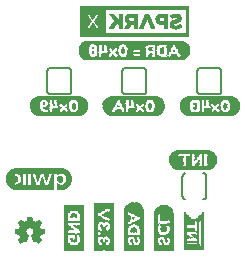
<source format=gbo>
G75*
%MOIN*%
%OFA0B0*%
%FSLAX25Y25*%
%IPPOS*%
%LPD*%
%AMOC8*
5,1,8,0,0,1.08239X$1,22.5*
%
%ADD10C,0.00600*%
%ADD11C,0.00299*%
%ADD12C,0.00800*%
%ADD13C,0.00039*%
%ADD14R,0.11181X0.00157*%
%ADD15R,0.12126X0.00157*%
%ADD16R,0.12756X0.00157*%
%ADD17R,0.13386X0.00157*%
%ADD18R,0.13701X0.00157*%
%ADD19R,0.14016X0.00157*%
%ADD20R,0.14331X0.00157*%
%ADD21R,0.14646X0.00157*%
%ADD22R,0.02992X0.00157*%
%ADD23R,0.00630X0.00157*%
%ADD24R,0.01890X0.00157*%
%ADD25R,0.00472X0.00157*%
%ADD26R,0.02835X0.00157*%
%ADD27R,0.01575X0.00157*%
%ADD28R,0.02677X0.00157*%
%ADD29R,0.01417X0.00157*%
%ADD30R,0.01260X0.00157*%
%ADD31R,0.03150X0.00157*%
%ADD32R,0.01102X0.00157*%
%ADD33R,0.04567X0.00157*%
%ADD34R,0.00945X0.00157*%
%ADD35R,0.03307X0.00157*%
%ADD36R,0.00787X0.00157*%
%ADD37R,0.04724X0.00157*%
%ADD38R,0.00315X0.00157*%
%ADD39R,0.00157X0.00157*%
%ADD40R,0.04409X0.00157*%
%ADD41R,0.04252X0.00157*%
%ADD42R,0.02205X0.00157*%
%ADD43R,0.00157X0.12913*%
%ADD44R,0.00157X0.13386*%
%ADD45R,0.00157X0.13701*%
%ADD46R,0.00157X0.14016*%
%ADD47R,0.00157X0.14173*%
%ADD48R,0.00157X0.14331*%
%ADD49R,0.00157X0.14488*%
%ADD50R,0.00157X0.02835*%
%ADD51R,0.00157X0.03307*%
%ADD52R,0.00157X0.07087*%
%ADD53R,0.00157X0.02362*%
%ADD54R,0.00157X0.01102*%
%ADD55R,0.00157X0.04882*%
%ADD56R,0.00157X0.02205*%
%ADD57R,0.00157X0.01732*%
%ADD58R,0.00157X0.00630*%
%ADD59R,0.00157X0.02047*%
%ADD60R,0.00157X0.01260*%
%ADD61R,0.00157X0.00472*%
%ADD62R,0.00157X0.00315*%
%ADD63R,0.00157X0.01890*%
%ADD64R,0.00157X0.05039*%
%ADD65R,0.00157X0.00945*%
%ADD66R,0.00157X0.01575*%
%ADD67R,0.00157X0.00787*%
%ADD68R,0.00157X0.05197*%
%ADD69R,0.00157X0.02677*%
%ADD70R,0.00157X0.03622*%
%ADD71R,0.00157X0.01417*%
%ADD72R,0.00157X0.02992*%
%ADD73R,0.00157X0.02520*%
%ADD74R,0.00157X0.12756*%
%ADD75R,0.00157X0.12598*%
%ADD76R,0.00157X0.12441*%
%ADD77R,0.00157X0.12283*%
%ADD78R,0.00157X0.11181*%
%ADD79R,0.00157X0.11024*%
%ADD80R,0.00157X0.10866*%
%ADD81R,0.00157X0.10709*%
%ADD82R,0.00157X0.03150*%
%ADD83R,0.00157X0.03465*%
%ADD84R,0.00157X0.03780*%
%ADD85R,0.00157X0.12126*%
%ADD86R,0.00157X0.15906*%
%ADD87R,0.00157X0.03937*%
%ADD88R,0.00157X0.07402*%
%ADD89R,0.00157X0.15276*%
%ADD90R,0.00157X0.13858*%
%ADD91R,0.00157X0.14646*%
%ADD92R,0.00157X0.14961*%
%ADD93R,0.00157X0.15118*%
%ADD94R,0.00157X0.15433*%
%ADD95R,0.00157X0.11969*%
%ADD96R,0.00157X0.04567*%
%ADD97R,0.00157X0.04409*%
%ADD98R,0.00157X0.04252*%
%ADD99R,0.00157X0.04094*%
%ADD100R,0.15276X0.00157*%
%ADD101R,0.16220X0.00157*%
%ADD102R,0.16850X0.00157*%
%ADD103R,0.17480X0.00157*%
%ADD104R,0.17795X0.00157*%
%ADD105R,0.18110X0.00157*%
%ADD106R,0.18425X0.00157*%
%ADD107R,0.03937X0.00157*%
%ADD108R,0.14173X0.00157*%
%ADD109R,0.03622X0.00157*%
%ADD110R,0.04882X0.00157*%
%ADD111R,0.03465X0.00157*%
%ADD112R,0.04094X0.00157*%
%ADD113R,0.02520X0.00157*%
%ADD114R,0.02362X0.00157*%
%ADD115R,0.15906X0.00157*%
%ADD116R,0.18740X0.00157*%
%ADD117R,0.19055X0.00157*%
%ADD118R,0.14803X0.00157*%
%ADD119R,0.02047X0.00157*%
%ADD120R,0.01732X0.00157*%
%ADD121R,0.03780X0.00157*%
%ADD122R,0.15591X0.00157*%
%ADD123R,0.17165X0.00157*%
%ADD124R,0.09134X0.00157*%
%ADD125R,0.32283X0.00157*%
%ADD126R,0.33228X0.00157*%
%ADD127R,0.33858X0.00157*%
%ADD128R,0.34488X0.00157*%
%ADD129R,0.34803X0.00157*%
%ADD130R,0.35118X0.00157*%
%ADD131R,0.35433X0.00157*%
%ADD132R,0.21417X0.00157*%
%ADD133R,0.07559X0.00157*%
%ADD134R,0.07244X0.00157*%
%ADD135R,0.06772X0.00157*%
%ADD136R,0.06457X0.00157*%
%ADD137R,0.06142X0.00157*%
%ADD138R,0.05984X0.00157*%
%ADD139R,0.06299X0.00157*%
%ADD140R,0.06614X0.00157*%
%ADD141R,0.06929X0.00157*%
%ADD142C,0.00050*%
D10*
X0130333Y0100600D02*
X0136333Y0100600D01*
X0136393Y0100602D01*
X0136454Y0100607D01*
X0136513Y0100616D01*
X0136572Y0100629D01*
X0136631Y0100645D01*
X0136688Y0100665D01*
X0136743Y0100688D01*
X0136798Y0100715D01*
X0136850Y0100744D01*
X0136901Y0100777D01*
X0136950Y0100813D01*
X0136996Y0100851D01*
X0137040Y0100893D01*
X0137082Y0100937D01*
X0137120Y0100983D01*
X0137156Y0101032D01*
X0137189Y0101083D01*
X0137218Y0101135D01*
X0137245Y0101190D01*
X0137268Y0101245D01*
X0137288Y0101302D01*
X0137304Y0101361D01*
X0137317Y0101420D01*
X0137326Y0101479D01*
X0137331Y0101540D01*
X0137333Y0101600D01*
X0137333Y0108400D01*
X0137331Y0108460D01*
X0137326Y0108521D01*
X0137317Y0108580D01*
X0137304Y0108639D01*
X0137288Y0108698D01*
X0137268Y0108755D01*
X0137245Y0108810D01*
X0137218Y0108865D01*
X0137189Y0108917D01*
X0137156Y0108968D01*
X0137120Y0109017D01*
X0137082Y0109063D01*
X0137040Y0109107D01*
X0136996Y0109149D01*
X0136950Y0109187D01*
X0136901Y0109223D01*
X0136850Y0109256D01*
X0136798Y0109285D01*
X0136743Y0109312D01*
X0136688Y0109335D01*
X0136631Y0109355D01*
X0136572Y0109371D01*
X0136513Y0109384D01*
X0136454Y0109393D01*
X0136393Y0109398D01*
X0136333Y0109400D01*
X0130333Y0109400D01*
X0130273Y0109398D01*
X0130212Y0109393D01*
X0130153Y0109384D01*
X0130094Y0109371D01*
X0130035Y0109355D01*
X0129978Y0109335D01*
X0129923Y0109312D01*
X0129868Y0109285D01*
X0129816Y0109256D01*
X0129765Y0109223D01*
X0129716Y0109187D01*
X0129670Y0109149D01*
X0129626Y0109107D01*
X0129584Y0109063D01*
X0129546Y0109017D01*
X0129510Y0108968D01*
X0129477Y0108917D01*
X0129448Y0108865D01*
X0129421Y0108810D01*
X0129398Y0108755D01*
X0129378Y0108698D01*
X0129362Y0108639D01*
X0129349Y0108580D01*
X0129340Y0108521D01*
X0129335Y0108460D01*
X0129333Y0108400D01*
X0129333Y0101600D01*
X0129335Y0101540D01*
X0129340Y0101479D01*
X0129349Y0101420D01*
X0129362Y0101361D01*
X0129378Y0101302D01*
X0129398Y0101245D01*
X0129421Y0101190D01*
X0129448Y0101135D01*
X0129477Y0101083D01*
X0129510Y0101032D01*
X0129546Y0100983D01*
X0129584Y0100937D01*
X0129626Y0100893D01*
X0129670Y0100851D01*
X0129716Y0100813D01*
X0129765Y0100777D01*
X0129816Y0100744D01*
X0129868Y0100715D01*
X0129923Y0100688D01*
X0129978Y0100665D01*
X0130035Y0100645D01*
X0130094Y0100629D01*
X0130153Y0100616D01*
X0130212Y0100607D01*
X0130273Y0100602D01*
X0130333Y0100600D01*
X0154333Y0101600D02*
X0154333Y0108400D01*
X0154335Y0108460D01*
X0154340Y0108521D01*
X0154349Y0108580D01*
X0154362Y0108639D01*
X0154378Y0108698D01*
X0154398Y0108755D01*
X0154421Y0108810D01*
X0154448Y0108865D01*
X0154477Y0108917D01*
X0154510Y0108968D01*
X0154546Y0109017D01*
X0154584Y0109063D01*
X0154626Y0109107D01*
X0154670Y0109149D01*
X0154716Y0109187D01*
X0154765Y0109223D01*
X0154816Y0109256D01*
X0154868Y0109285D01*
X0154923Y0109312D01*
X0154978Y0109335D01*
X0155035Y0109355D01*
X0155094Y0109371D01*
X0155153Y0109384D01*
X0155212Y0109393D01*
X0155273Y0109398D01*
X0155333Y0109400D01*
X0161333Y0109400D01*
X0161393Y0109398D01*
X0161454Y0109393D01*
X0161513Y0109384D01*
X0161572Y0109371D01*
X0161631Y0109355D01*
X0161688Y0109335D01*
X0161743Y0109312D01*
X0161798Y0109285D01*
X0161850Y0109256D01*
X0161901Y0109223D01*
X0161950Y0109187D01*
X0161996Y0109149D01*
X0162040Y0109107D01*
X0162082Y0109063D01*
X0162120Y0109017D01*
X0162156Y0108968D01*
X0162189Y0108917D01*
X0162218Y0108865D01*
X0162245Y0108810D01*
X0162268Y0108755D01*
X0162288Y0108698D01*
X0162304Y0108639D01*
X0162317Y0108580D01*
X0162326Y0108521D01*
X0162331Y0108460D01*
X0162333Y0108400D01*
X0162333Y0101600D01*
X0162331Y0101540D01*
X0162326Y0101479D01*
X0162317Y0101420D01*
X0162304Y0101361D01*
X0162288Y0101302D01*
X0162268Y0101245D01*
X0162245Y0101190D01*
X0162218Y0101135D01*
X0162189Y0101083D01*
X0162156Y0101032D01*
X0162120Y0100983D01*
X0162082Y0100937D01*
X0162040Y0100893D01*
X0161996Y0100851D01*
X0161950Y0100813D01*
X0161901Y0100777D01*
X0161850Y0100744D01*
X0161798Y0100715D01*
X0161743Y0100688D01*
X0161688Y0100665D01*
X0161631Y0100645D01*
X0161572Y0100629D01*
X0161513Y0100616D01*
X0161454Y0100607D01*
X0161393Y0100602D01*
X0161333Y0100600D01*
X0155333Y0100600D01*
X0155273Y0100602D01*
X0155212Y0100607D01*
X0155153Y0100616D01*
X0155094Y0100629D01*
X0155035Y0100645D01*
X0154978Y0100665D01*
X0154923Y0100688D01*
X0154868Y0100715D01*
X0154816Y0100744D01*
X0154765Y0100777D01*
X0154716Y0100813D01*
X0154670Y0100851D01*
X0154626Y0100893D01*
X0154584Y0100937D01*
X0154546Y0100983D01*
X0154510Y0101032D01*
X0154477Y0101083D01*
X0154448Y0101135D01*
X0154421Y0101190D01*
X0154398Y0101245D01*
X0154378Y0101302D01*
X0154362Y0101361D01*
X0154349Y0101420D01*
X0154340Y0101479D01*
X0154335Y0101540D01*
X0154333Y0101600D01*
X0179333Y0101600D02*
X0179333Y0108400D01*
X0179335Y0108460D01*
X0179340Y0108521D01*
X0179349Y0108580D01*
X0179362Y0108639D01*
X0179378Y0108698D01*
X0179398Y0108755D01*
X0179421Y0108810D01*
X0179448Y0108865D01*
X0179477Y0108917D01*
X0179510Y0108968D01*
X0179546Y0109017D01*
X0179584Y0109063D01*
X0179626Y0109107D01*
X0179670Y0109149D01*
X0179716Y0109187D01*
X0179765Y0109223D01*
X0179816Y0109256D01*
X0179868Y0109285D01*
X0179923Y0109312D01*
X0179978Y0109335D01*
X0180035Y0109355D01*
X0180094Y0109371D01*
X0180153Y0109384D01*
X0180212Y0109393D01*
X0180273Y0109398D01*
X0180333Y0109400D01*
X0186333Y0109400D01*
X0186393Y0109398D01*
X0186454Y0109393D01*
X0186513Y0109384D01*
X0186572Y0109371D01*
X0186631Y0109355D01*
X0186688Y0109335D01*
X0186743Y0109312D01*
X0186798Y0109285D01*
X0186850Y0109256D01*
X0186901Y0109223D01*
X0186950Y0109187D01*
X0186996Y0109149D01*
X0187040Y0109107D01*
X0187082Y0109063D01*
X0187120Y0109017D01*
X0187156Y0108968D01*
X0187189Y0108917D01*
X0187218Y0108865D01*
X0187245Y0108810D01*
X0187268Y0108755D01*
X0187288Y0108698D01*
X0187304Y0108639D01*
X0187317Y0108580D01*
X0187326Y0108521D01*
X0187331Y0108460D01*
X0187333Y0108400D01*
X0187333Y0101600D01*
X0187331Y0101540D01*
X0187326Y0101479D01*
X0187317Y0101420D01*
X0187304Y0101361D01*
X0187288Y0101302D01*
X0187268Y0101245D01*
X0187245Y0101190D01*
X0187218Y0101135D01*
X0187189Y0101083D01*
X0187156Y0101032D01*
X0187120Y0100983D01*
X0187082Y0100937D01*
X0187040Y0100893D01*
X0186996Y0100851D01*
X0186950Y0100813D01*
X0186901Y0100777D01*
X0186850Y0100744D01*
X0186798Y0100715D01*
X0186743Y0100688D01*
X0186688Y0100665D01*
X0186631Y0100645D01*
X0186572Y0100629D01*
X0186513Y0100616D01*
X0186454Y0100607D01*
X0186393Y0100602D01*
X0186333Y0100600D01*
X0180333Y0100600D01*
X0180273Y0100602D01*
X0180212Y0100607D01*
X0180153Y0100616D01*
X0180094Y0100629D01*
X0180035Y0100645D01*
X0179978Y0100665D01*
X0179923Y0100688D01*
X0179868Y0100715D01*
X0179816Y0100744D01*
X0179765Y0100777D01*
X0179716Y0100813D01*
X0179670Y0100851D01*
X0179626Y0100893D01*
X0179584Y0100937D01*
X0179546Y0100983D01*
X0179510Y0101032D01*
X0179477Y0101083D01*
X0179448Y0101135D01*
X0179421Y0101190D01*
X0179398Y0101245D01*
X0179378Y0101302D01*
X0179362Y0101361D01*
X0179349Y0101420D01*
X0179340Y0101479D01*
X0179335Y0101540D01*
X0179333Y0101600D01*
D11*
X0120276Y0053100D02*
X0119449Y0051998D01*
X0120355Y0051092D01*
X0121496Y0051879D01*
X0121536Y0051879D01*
X0121614Y0051801D01*
X0121654Y0051801D01*
X0121693Y0051761D01*
X0121772Y0051761D01*
X0121811Y0051722D01*
X0121851Y0051722D01*
X0121890Y0051683D01*
X0121929Y0051683D01*
X0121969Y0051643D01*
X0122048Y0051643D01*
X0122048Y0051604D01*
X0122835Y0053730D01*
X0122599Y0053848D01*
X0122520Y0053927D01*
X0122441Y0053966D01*
X0122284Y0054123D01*
X0122244Y0054202D01*
X0122166Y0054281D01*
X0122126Y0054360D01*
X0122087Y0054478D01*
X0122048Y0054557D01*
X0122048Y0054635D01*
X0122008Y0054753D01*
X0122008Y0055108D01*
X0122048Y0055226D01*
X0122048Y0055344D01*
X0122126Y0055462D01*
X0122166Y0055580D01*
X0122323Y0055816D01*
X0122481Y0055974D01*
X0122717Y0056131D01*
X0122835Y0056171D01*
X0122953Y0056249D01*
X0123071Y0056249D01*
X0123189Y0056289D01*
X0123465Y0056289D01*
X0123622Y0056249D01*
X0123740Y0056249D01*
X0123859Y0056171D01*
X0123977Y0056131D01*
X0124095Y0056053D01*
X0124173Y0055974D01*
X0124292Y0055895D01*
X0124370Y0055816D01*
X0124528Y0055580D01*
X0124685Y0055108D01*
X0124685Y0054872D01*
X0124646Y0054753D01*
X0124646Y0054635D01*
X0124567Y0054478D01*
X0124528Y0054360D01*
X0124449Y0054202D01*
X0124370Y0054123D01*
X0124331Y0054045D01*
X0124252Y0053966D01*
X0124173Y0053927D01*
X0124095Y0053848D01*
X0123937Y0053769D01*
X0123819Y0053730D01*
X0124607Y0051604D01*
X0124646Y0051643D01*
X0124725Y0051643D01*
X0124764Y0051683D01*
X0124803Y0051683D01*
X0124843Y0051722D01*
X0124882Y0051722D01*
X0124922Y0051761D01*
X0124961Y0051761D01*
X0125000Y0051801D01*
X0125040Y0051801D01*
X0125079Y0051840D01*
X0125118Y0051840D01*
X0125158Y0051879D01*
X0125197Y0051879D01*
X0126339Y0051092D01*
X0127205Y0051998D01*
X0126418Y0053100D01*
X0124052Y0053100D01*
X0123942Y0053398D02*
X0126566Y0053398D01*
X0126575Y0053415D02*
X0126536Y0053336D01*
X0126496Y0053297D01*
X0126457Y0053218D01*
X0126457Y0053179D01*
X0126418Y0053100D01*
X0126575Y0053415D02*
X0126614Y0053454D01*
X0126614Y0053533D01*
X0126654Y0053572D01*
X0126654Y0053651D01*
X0126693Y0053730D01*
X0126733Y0053769D01*
X0126733Y0053848D01*
X0126772Y0053887D01*
X0126772Y0053966D01*
X0126811Y0054045D01*
X0126811Y0054084D01*
X0128189Y0054320D01*
X0128189Y0055580D01*
X0126811Y0055816D01*
X0126811Y0055895D01*
X0126772Y0055974D01*
X0126772Y0056013D01*
X0126733Y0056092D01*
X0126733Y0056131D01*
X0126654Y0056289D01*
X0126654Y0056328D01*
X0126614Y0056407D01*
X0126575Y0056446D01*
X0126575Y0056525D01*
X0126536Y0056564D01*
X0126496Y0056643D01*
X0126457Y0056683D01*
X0126457Y0056761D01*
X0126418Y0056801D01*
X0127205Y0057942D01*
X0126339Y0058809D01*
X0125197Y0058021D01*
X0125118Y0058061D01*
X0125079Y0058100D01*
X0125000Y0058100D01*
X0124961Y0058139D01*
X0124882Y0058179D01*
X0124843Y0058218D01*
X0124764Y0058218D01*
X0124725Y0058257D01*
X0124646Y0058297D01*
X0124607Y0058297D01*
X0124528Y0058336D01*
X0124449Y0058336D01*
X0124410Y0058375D01*
X0124331Y0058375D01*
X0124252Y0058415D01*
X0124213Y0058415D01*
X0123977Y0059793D01*
X0122717Y0059793D01*
X0122481Y0058415D01*
X0122402Y0058415D01*
X0122323Y0058375D01*
X0122284Y0058375D01*
X0122205Y0058336D01*
X0122166Y0058336D01*
X0122087Y0058297D01*
X0122008Y0058297D01*
X0121969Y0058257D01*
X0121890Y0058218D01*
X0121851Y0058218D01*
X0121772Y0058179D01*
X0121733Y0058139D01*
X0121654Y0058100D01*
X0121614Y0058100D01*
X0121536Y0058061D01*
X0121496Y0058021D01*
X0120355Y0058809D01*
X0119449Y0057942D01*
X0120276Y0056801D01*
X0120236Y0056761D01*
X0120197Y0056683D01*
X0120158Y0056643D01*
X0120158Y0056564D01*
X0120118Y0056525D01*
X0120079Y0056446D01*
X0120040Y0056407D01*
X0120040Y0056328D01*
X0120000Y0056289D01*
X0120000Y0056210D01*
X0119961Y0056131D01*
X0119922Y0056092D01*
X0119922Y0056013D01*
X0119882Y0055974D01*
X0119882Y0055816D01*
X0118465Y0055580D01*
X0118465Y0054320D01*
X0119843Y0054084D01*
X0119882Y0054045D01*
X0119882Y0053966D01*
X0119922Y0053887D01*
X0119922Y0053848D01*
X0119961Y0053769D01*
X0119961Y0053730D01*
X0120040Y0053572D01*
X0120040Y0053533D01*
X0120079Y0053454D01*
X0120118Y0053415D01*
X0120158Y0053336D01*
X0120158Y0053297D01*
X0120197Y0053218D01*
X0120236Y0053179D01*
X0120276Y0053100D01*
X0122602Y0053100D01*
X0122712Y0053398D02*
X0120127Y0053398D01*
X0119978Y0053695D02*
X0122822Y0053695D01*
X0122414Y0053993D02*
X0119882Y0053993D01*
X0120053Y0052802D02*
X0122491Y0052802D01*
X0122381Y0052504D02*
X0119829Y0052504D01*
X0119606Y0052207D02*
X0122271Y0052207D01*
X0122161Y0051909D02*
X0119538Y0051909D01*
X0119835Y0051611D02*
X0121107Y0051611D01*
X0120676Y0051314D02*
X0120133Y0051314D01*
X0122048Y0051611D02*
X0122050Y0051611D01*
X0124273Y0052504D02*
X0126843Y0052504D01*
X0127056Y0052207D02*
X0124383Y0052207D01*
X0124494Y0051909D02*
X0127120Y0051909D01*
X0126836Y0051611D02*
X0125586Y0051611D01*
X0126018Y0051314D02*
X0126551Y0051314D01*
X0126630Y0052802D02*
X0124163Y0052802D01*
X0123832Y0053695D02*
X0126676Y0053695D01*
X0126785Y0053993D02*
X0124279Y0053993D01*
X0124493Y0054291D02*
X0128017Y0054291D01*
X0128189Y0054588D02*
X0124623Y0054588D01*
X0124685Y0054886D02*
X0128189Y0054886D01*
X0128189Y0055184D02*
X0124660Y0055184D01*
X0124561Y0055482D02*
X0128189Y0055482D01*
X0127027Y0055779D02*
X0124395Y0055779D01*
X0124058Y0056077D02*
X0126740Y0056077D01*
X0126630Y0056375D02*
X0120040Y0056375D01*
X0119922Y0056077D02*
X0122635Y0056077D01*
X0122298Y0055779D02*
X0119660Y0055779D01*
X0120187Y0056673D02*
X0126467Y0056673D01*
X0126535Y0056970D02*
X0120153Y0056970D01*
X0119937Y0057268D02*
X0126740Y0057268D01*
X0126945Y0057566D02*
X0119722Y0057566D01*
X0119506Y0057863D02*
X0127151Y0057863D01*
X0126986Y0058161D02*
X0125400Y0058161D01*
X0124917Y0058161D02*
X0121754Y0058161D01*
X0121293Y0058161D02*
X0119678Y0058161D01*
X0119989Y0058459D02*
X0120862Y0058459D01*
X0120430Y0058757D02*
X0120300Y0058757D01*
X0122488Y0058459D02*
X0124205Y0058459D01*
X0124154Y0058757D02*
X0122539Y0058757D01*
X0122590Y0059054D02*
X0124103Y0059054D01*
X0124052Y0059352D02*
X0122641Y0059352D01*
X0122692Y0059650D02*
X0124001Y0059650D01*
X0125832Y0058459D02*
X0126688Y0058459D01*
X0126391Y0058757D02*
X0126264Y0058757D01*
X0122133Y0055482D02*
X0118465Y0055482D01*
X0118465Y0055184D02*
X0122034Y0055184D01*
X0122008Y0054886D02*
X0118465Y0054886D01*
X0118465Y0054588D02*
X0122048Y0054588D01*
X0122161Y0054291D02*
X0118637Y0054291D01*
X0124604Y0051611D02*
X0124614Y0051611D01*
D12*
X0174333Y0066750D02*
X0174333Y0073250D01*
X0174335Y0073310D01*
X0174340Y0073371D01*
X0174349Y0073430D01*
X0174362Y0073489D01*
X0174378Y0073548D01*
X0174398Y0073605D01*
X0174421Y0073660D01*
X0174448Y0073715D01*
X0174477Y0073767D01*
X0174510Y0073818D01*
X0174546Y0073867D01*
X0174584Y0073913D01*
X0174626Y0073957D01*
X0174670Y0073999D01*
X0174716Y0074037D01*
X0174765Y0074073D01*
X0174816Y0074106D01*
X0174868Y0074135D01*
X0174923Y0074162D01*
X0174978Y0074185D01*
X0175035Y0074205D01*
X0175094Y0074221D01*
X0175153Y0074234D01*
X0175212Y0074243D01*
X0175273Y0074248D01*
X0175333Y0074250D01*
X0181333Y0074250D02*
X0181393Y0074248D01*
X0181454Y0074243D01*
X0181513Y0074234D01*
X0181572Y0074221D01*
X0181631Y0074205D01*
X0181688Y0074185D01*
X0181743Y0074162D01*
X0181798Y0074135D01*
X0181850Y0074106D01*
X0181901Y0074073D01*
X0181950Y0074037D01*
X0181996Y0073999D01*
X0182040Y0073957D01*
X0182082Y0073913D01*
X0182120Y0073867D01*
X0182156Y0073818D01*
X0182189Y0073767D01*
X0182218Y0073715D01*
X0182245Y0073660D01*
X0182268Y0073605D01*
X0182288Y0073548D01*
X0182304Y0073489D01*
X0182317Y0073430D01*
X0182326Y0073371D01*
X0182331Y0073310D01*
X0182333Y0073250D01*
X0182333Y0066750D01*
X0182331Y0066690D01*
X0182326Y0066629D01*
X0182317Y0066570D01*
X0182304Y0066511D01*
X0182288Y0066452D01*
X0182268Y0066395D01*
X0182245Y0066340D01*
X0182218Y0066285D01*
X0182189Y0066233D01*
X0182156Y0066182D01*
X0182120Y0066133D01*
X0182082Y0066087D01*
X0182040Y0066043D01*
X0181996Y0066001D01*
X0181950Y0065963D01*
X0181901Y0065927D01*
X0181850Y0065894D01*
X0181798Y0065865D01*
X0181743Y0065838D01*
X0181688Y0065815D01*
X0181631Y0065795D01*
X0181572Y0065779D01*
X0181513Y0065766D01*
X0181454Y0065757D01*
X0181393Y0065752D01*
X0181333Y0065750D01*
X0175333Y0065750D02*
X0175273Y0065752D01*
X0175212Y0065757D01*
X0175153Y0065766D01*
X0175094Y0065779D01*
X0175035Y0065795D01*
X0174978Y0065815D01*
X0174923Y0065838D01*
X0174868Y0065865D01*
X0174816Y0065894D01*
X0174765Y0065927D01*
X0174716Y0065963D01*
X0174670Y0066001D01*
X0174626Y0066043D01*
X0174584Y0066087D01*
X0174546Y0066133D01*
X0174510Y0066182D01*
X0174477Y0066233D01*
X0174448Y0066285D01*
X0174421Y0066340D01*
X0174398Y0066395D01*
X0174378Y0066452D01*
X0174362Y0066511D01*
X0174349Y0066570D01*
X0174340Y0066629D01*
X0174335Y0066690D01*
X0174333Y0066750D01*
D13*
X0176333Y0120018D02*
X0148700Y0120018D01*
X0140333Y0120018D01*
X0140333Y0124515D01*
X0143353Y0124515D01*
X0142036Y0122584D01*
X0143285Y0122584D01*
X0144369Y0124240D01*
X0145460Y0122584D01*
X0146666Y0122584D01*
X0145341Y0124515D01*
X0148376Y0124515D01*
X0148376Y0120943D01*
X0148700Y0120943D01*
X0148700Y0120018D01*
X0148700Y0120943D01*
X0175408Y0120943D01*
X0175408Y0129057D01*
X0148376Y0129057D01*
X0148376Y0124515D01*
X0145341Y0124515D01*
X0144981Y0125040D01*
X0146594Y0127412D01*
X0145352Y0127412D01*
X0144337Y0125846D01*
X0143314Y0127412D01*
X0142108Y0127412D01*
X0143721Y0125054D01*
X0143353Y0124515D01*
X0140333Y0124515D01*
X0140333Y0129982D01*
X0148376Y0129982D01*
X0176333Y0129982D01*
X0176333Y0120018D01*
X0176333Y0120043D02*
X0148700Y0120043D01*
X0140333Y0120043D01*
X0140333Y0120081D02*
X0148700Y0120081D01*
X0176333Y0120081D01*
X0176333Y0120119D02*
X0148700Y0120119D01*
X0140333Y0120119D01*
X0140333Y0120157D02*
X0148700Y0120157D01*
X0176333Y0120157D01*
X0176333Y0120195D02*
X0148700Y0120195D01*
X0140333Y0120195D01*
X0140333Y0120233D02*
X0148700Y0120233D01*
X0176333Y0120233D01*
X0176333Y0120271D02*
X0148700Y0120271D01*
X0140333Y0120271D01*
X0140333Y0120309D02*
X0148700Y0120309D01*
X0176333Y0120309D01*
X0176333Y0120346D02*
X0148700Y0120346D01*
X0140333Y0120346D01*
X0140333Y0120384D02*
X0148700Y0120384D01*
X0176333Y0120384D01*
X0176333Y0120422D02*
X0148700Y0120422D01*
X0140333Y0120422D01*
X0140333Y0120460D02*
X0148700Y0120460D01*
X0176333Y0120460D01*
X0176333Y0120498D02*
X0148700Y0120498D01*
X0140333Y0120498D01*
X0140333Y0120536D02*
X0148700Y0120536D01*
X0176333Y0120536D01*
X0176333Y0120574D02*
X0148700Y0120574D01*
X0140333Y0120574D01*
X0140333Y0120612D02*
X0148700Y0120612D01*
X0176333Y0120612D01*
X0176333Y0120649D02*
X0148700Y0120649D01*
X0140333Y0120649D01*
X0140333Y0120687D02*
X0148700Y0120687D01*
X0176333Y0120687D01*
X0176333Y0120725D02*
X0148700Y0120725D01*
X0140333Y0120725D01*
X0140333Y0120763D02*
X0148700Y0120763D01*
X0176333Y0120763D01*
X0176333Y0120801D02*
X0148700Y0120801D01*
X0140333Y0120801D01*
X0140333Y0120839D02*
X0148700Y0120839D01*
X0176333Y0120839D01*
X0176333Y0120877D02*
X0148700Y0120877D01*
X0140333Y0120877D01*
X0140333Y0120915D02*
X0148700Y0120915D01*
X0176333Y0120915D01*
X0176333Y0120953D02*
X0175408Y0120953D01*
X0175408Y0120990D02*
X0176333Y0120990D01*
X0176333Y0121028D02*
X0175408Y0121028D01*
X0175408Y0121066D02*
X0176333Y0121066D01*
X0176333Y0121104D02*
X0175408Y0121104D01*
X0175408Y0121142D02*
X0176333Y0121142D01*
X0176333Y0121180D02*
X0175408Y0121180D01*
X0175408Y0121218D02*
X0176333Y0121218D01*
X0176333Y0121256D02*
X0175408Y0121256D01*
X0175408Y0121293D02*
X0176333Y0121293D01*
X0176333Y0121331D02*
X0175408Y0121331D01*
X0175408Y0121369D02*
X0176333Y0121369D01*
X0176333Y0121407D02*
X0175408Y0121407D01*
X0175408Y0121445D02*
X0176333Y0121445D01*
X0176333Y0121483D02*
X0175408Y0121483D01*
X0175408Y0121521D02*
X0176333Y0121521D01*
X0176333Y0121559D02*
X0175408Y0121559D01*
X0175408Y0121597D02*
X0176333Y0121597D01*
X0176333Y0121634D02*
X0175408Y0121634D01*
X0175408Y0121672D02*
X0176333Y0121672D01*
X0176333Y0121710D02*
X0175408Y0121710D01*
X0175408Y0121748D02*
X0176333Y0121748D01*
X0176333Y0121786D02*
X0175408Y0121786D01*
X0175408Y0121824D02*
X0176333Y0121824D01*
X0176333Y0121862D02*
X0175408Y0121862D01*
X0175408Y0121900D02*
X0176333Y0121900D01*
X0176333Y0121937D02*
X0175408Y0121937D01*
X0175408Y0121975D02*
X0176333Y0121975D01*
X0176333Y0122013D02*
X0175408Y0122013D01*
X0175408Y0122051D02*
X0176333Y0122051D01*
X0176333Y0122089D02*
X0175408Y0122089D01*
X0175408Y0122127D02*
X0176333Y0122127D01*
X0176333Y0122165D02*
X0175408Y0122165D01*
X0175408Y0122203D02*
X0176333Y0122203D01*
X0176333Y0122241D02*
X0175408Y0122241D01*
X0175408Y0122278D02*
X0176333Y0122278D01*
X0176333Y0122316D02*
X0175408Y0122316D01*
X0175408Y0122354D02*
X0176333Y0122354D01*
X0176333Y0122392D02*
X0175408Y0122392D01*
X0175408Y0122430D02*
X0176333Y0122430D01*
X0176333Y0122468D02*
X0175408Y0122468D01*
X0175408Y0122506D02*
X0176333Y0122506D01*
X0176333Y0122544D02*
X0175408Y0122544D01*
X0175408Y0122581D02*
X0176333Y0122581D01*
X0176333Y0122619D02*
X0175408Y0122619D01*
X0175408Y0122657D02*
X0176333Y0122657D01*
X0176333Y0122695D02*
X0175408Y0122695D01*
X0175408Y0122733D02*
X0176333Y0122733D01*
X0176333Y0122771D02*
X0175408Y0122771D01*
X0175408Y0122809D02*
X0176333Y0122809D01*
X0176333Y0122847D02*
X0175408Y0122847D01*
X0175408Y0122884D02*
X0176333Y0122884D01*
X0176333Y0122922D02*
X0175408Y0122922D01*
X0175408Y0122960D02*
X0176333Y0122960D01*
X0176333Y0122998D02*
X0175408Y0122998D01*
X0175408Y0123036D02*
X0176333Y0123036D01*
X0176333Y0123074D02*
X0175408Y0123074D01*
X0175408Y0123112D02*
X0176333Y0123112D01*
X0176333Y0123150D02*
X0175408Y0123150D01*
X0175408Y0123188D02*
X0176333Y0123188D01*
X0176333Y0123225D02*
X0175408Y0123225D01*
X0175408Y0123263D02*
X0176333Y0123263D01*
X0176333Y0123301D02*
X0175408Y0123301D01*
X0175408Y0123339D02*
X0176333Y0123339D01*
X0176333Y0123377D02*
X0175408Y0123377D01*
X0175408Y0123415D02*
X0176333Y0123415D01*
X0176333Y0123453D02*
X0175408Y0123453D01*
X0175408Y0123491D02*
X0176333Y0123491D01*
X0176333Y0123528D02*
X0175408Y0123528D01*
X0175408Y0123566D02*
X0176333Y0123566D01*
X0176333Y0123604D02*
X0175408Y0123604D01*
X0175408Y0123642D02*
X0176333Y0123642D01*
X0176333Y0123680D02*
X0175408Y0123680D01*
X0175408Y0123718D02*
X0176333Y0123718D01*
X0176333Y0123756D02*
X0175408Y0123756D01*
X0175408Y0123794D02*
X0176333Y0123794D01*
X0176333Y0123832D02*
X0175408Y0123832D01*
X0175408Y0123869D02*
X0176333Y0123869D01*
X0176333Y0123907D02*
X0175408Y0123907D01*
X0175408Y0123945D02*
X0176333Y0123945D01*
X0176333Y0123983D02*
X0175408Y0123983D01*
X0175408Y0124021D02*
X0176333Y0124021D01*
X0176333Y0124059D02*
X0175408Y0124059D01*
X0175408Y0124097D02*
X0176333Y0124097D01*
X0176333Y0124135D02*
X0175408Y0124135D01*
X0175408Y0124172D02*
X0176333Y0124172D01*
X0176333Y0124210D02*
X0175408Y0124210D01*
X0175408Y0124248D02*
X0176333Y0124248D01*
X0176333Y0124286D02*
X0175408Y0124286D01*
X0175408Y0124324D02*
X0176333Y0124324D01*
X0176333Y0124362D02*
X0175408Y0124362D01*
X0175408Y0124400D02*
X0176333Y0124400D01*
X0176333Y0124438D02*
X0175408Y0124438D01*
X0175408Y0124476D02*
X0176333Y0124476D01*
X0176333Y0124513D02*
X0175408Y0124513D01*
X0175408Y0124551D02*
X0176333Y0124551D01*
X0176333Y0124589D02*
X0175408Y0124589D01*
X0175408Y0124627D02*
X0176333Y0124627D01*
X0176333Y0124665D02*
X0175408Y0124665D01*
X0175408Y0124703D02*
X0176333Y0124703D01*
X0176333Y0124741D02*
X0175408Y0124741D01*
X0175408Y0124779D02*
X0176333Y0124779D01*
X0176333Y0124816D02*
X0175408Y0124816D01*
X0175408Y0124854D02*
X0176333Y0124854D01*
X0176333Y0124892D02*
X0175408Y0124892D01*
X0175408Y0124930D02*
X0176333Y0124930D01*
X0176333Y0124968D02*
X0175408Y0124968D01*
X0175408Y0125006D02*
X0176333Y0125006D01*
X0176333Y0125044D02*
X0175408Y0125044D01*
X0175408Y0125082D02*
X0176333Y0125082D01*
X0176333Y0125120D02*
X0175408Y0125120D01*
X0175408Y0125157D02*
X0176333Y0125157D01*
X0176333Y0125195D02*
X0175408Y0125195D01*
X0175408Y0125233D02*
X0176333Y0125233D01*
X0176333Y0125271D02*
X0175408Y0125271D01*
X0175408Y0125309D02*
X0176333Y0125309D01*
X0176333Y0125347D02*
X0175408Y0125347D01*
X0175408Y0125385D02*
X0176333Y0125385D01*
X0176333Y0125423D02*
X0175408Y0125423D01*
X0175408Y0125460D02*
X0176333Y0125460D01*
X0176333Y0125498D02*
X0175408Y0125498D01*
X0175408Y0125536D02*
X0176333Y0125536D01*
X0176333Y0125574D02*
X0175408Y0125574D01*
X0175408Y0125612D02*
X0176333Y0125612D01*
X0176333Y0125650D02*
X0175408Y0125650D01*
X0175408Y0125688D02*
X0176333Y0125688D01*
X0176333Y0125726D02*
X0175408Y0125726D01*
X0175408Y0125763D02*
X0176333Y0125763D01*
X0176333Y0125801D02*
X0175408Y0125801D01*
X0175408Y0125839D02*
X0176333Y0125839D01*
X0176333Y0125877D02*
X0175408Y0125877D01*
X0175408Y0125915D02*
X0176333Y0125915D01*
X0176333Y0125953D02*
X0175408Y0125953D01*
X0175408Y0125991D02*
X0176333Y0125991D01*
X0176333Y0126029D02*
X0175408Y0126029D01*
X0175408Y0126067D02*
X0176333Y0126067D01*
X0176333Y0126104D02*
X0175408Y0126104D01*
X0175408Y0126142D02*
X0176333Y0126142D01*
X0176333Y0126180D02*
X0175408Y0126180D01*
X0175408Y0126218D02*
X0176333Y0126218D01*
X0176333Y0126256D02*
X0175408Y0126256D01*
X0175408Y0126294D02*
X0176333Y0126294D01*
X0176333Y0126332D02*
X0175408Y0126332D01*
X0175408Y0126370D02*
X0176333Y0126370D01*
X0176333Y0126407D02*
X0175408Y0126407D01*
X0175408Y0126445D02*
X0176333Y0126445D01*
X0176333Y0126483D02*
X0175408Y0126483D01*
X0175408Y0126521D02*
X0176333Y0126521D01*
X0176333Y0126559D02*
X0175408Y0126559D01*
X0175408Y0126597D02*
X0176333Y0126597D01*
X0176333Y0126635D02*
X0175408Y0126635D01*
X0175408Y0126673D02*
X0176333Y0126673D01*
X0176333Y0126711D02*
X0175408Y0126711D01*
X0175408Y0126748D02*
X0176333Y0126748D01*
X0176333Y0126786D02*
X0175408Y0126786D01*
X0175408Y0126824D02*
X0176333Y0126824D01*
X0176333Y0126862D02*
X0175408Y0126862D01*
X0175408Y0126900D02*
X0176333Y0126900D01*
X0176333Y0126938D02*
X0175408Y0126938D01*
X0175408Y0126976D02*
X0176333Y0126976D01*
X0176333Y0127014D02*
X0175408Y0127014D01*
X0175408Y0127051D02*
X0176333Y0127051D01*
X0176333Y0127089D02*
X0175408Y0127089D01*
X0175408Y0127127D02*
X0176333Y0127127D01*
X0176333Y0127165D02*
X0175408Y0127165D01*
X0175408Y0127203D02*
X0176333Y0127203D01*
X0176333Y0127241D02*
X0175408Y0127241D01*
X0175408Y0127279D02*
X0176333Y0127279D01*
X0176333Y0127317D02*
X0175408Y0127317D01*
X0175408Y0127355D02*
X0176333Y0127355D01*
X0176333Y0127392D02*
X0175408Y0127392D01*
X0175408Y0127430D02*
X0176333Y0127430D01*
X0176333Y0127468D02*
X0175408Y0127468D01*
X0175408Y0127506D02*
X0176333Y0127506D01*
X0176333Y0127544D02*
X0175408Y0127544D01*
X0175408Y0127582D02*
X0176333Y0127582D01*
X0176333Y0127620D02*
X0175408Y0127620D01*
X0175408Y0127658D02*
X0176333Y0127658D01*
X0176333Y0127695D02*
X0175408Y0127695D01*
X0175408Y0127733D02*
X0176333Y0127733D01*
X0176333Y0127771D02*
X0175408Y0127771D01*
X0175408Y0127809D02*
X0176333Y0127809D01*
X0176333Y0127847D02*
X0175408Y0127847D01*
X0175408Y0127885D02*
X0176333Y0127885D01*
X0176333Y0127923D02*
X0175408Y0127923D01*
X0175408Y0127961D02*
X0176333Y0127961D01*
X0176333Y0127998D02*
X0175408Y0127998D01*
X0175408Y0128036D02*
X0176333Y0128036D01*
X0176333Y0128074D02*
X0175408Y0128074D01*
X0175408Y0128112D02*
X0176333Y0128112D01*
X0176333Y0128150D02*
X0175408Y0128150D01*
X0175408Y0128188D02*
X0176333Y0128188D01*
X0176333Y0128226D02*
X0175408Y0128226D01*
X0175408Y0128264D02*
X0176333Y0128264D01*
X0176333Y0128302D02*
X0175408Y0128302D01*
X0175408Y0128339D02*
X0176333Y0128339D01*
X0176333Y0128377D02*
X0175408Y0128377D01*
X0175408Y0128415D02*
X0176333Y0128415D01*
X0176333Y0128453D02*
X0175408Y0128453D01*
X0175408Y0128491D02*
X0176333Y0128491D01*
X0176333Y0128529D02*
X0175408Y0128529D01*
X0175408Y0128567D02*
X0176333Y0128567D01*
X0176333Y0128605D02*
X0175408Y0128605D01*
X0175408Y0128642D02*
X0176333Y0128642D01*
X0176333Y0128680D02*
X0175408Y0128680D01*
X0175408Y0128718D02*
X0176333Y0128718D01*
X0176333Y0128756D02*
X0175408Y0128756D01*
X0175408Y0128794D02*
X0176333Y0128794D01*
X0176333Y0128832D02*
X0175408Y0128832D01*
X0175408Y0128870D02*
X0176333Y0128870D01*
X0176333Y0128908D02*
X0175408Y0128908D01*
X0175408Y0128946D02*
X0176333Y0128946D01*
X0176333Y0128983D02*
X0175408Y0128983D01*
X0175408Y0129021D02*
X0176333Y0129021D01*
X0176333Y0129059D02*
X0140333Y0129059D01*
X0140333Y0129021D02*
X0148376Y0129021D01*
X0148376Y0128983D02*
X0140333Y0128983D01*
X0140333Y0128946D02*
X0148376Y0128946D01*
X0148376Y0128908D02*
X0140333Y0128908D01*
X0140333Y0128870D02*
X0148376Y0128870D01*
X0148376Y0128832D02*
X0140333Y0128832D01*
X0140333Y0128794D02*
X0148376Y0128794D01*
X0148376Y0128756D02*
X0140333Y0128756D01*
X0140333Y0128718D02*
X0148376Y0128718D01*
X0148376Y0128680D02*
X0140333Y0128680D01*
X0140333Y0128642D02*
X0148376Y0128642D01*
X0148376Y0128605D02*
X0140333Y0128605D01*
X0140333Y0128567D02*
X0148376Y0128567D01*
X0148376Y0128529D02*
X0140333Y0128529D01*
X0140333Y0128491D02*
X0148376Y0128491D01*
X0148376Y0128453D02*
X0140333Y0128453D01*
X0140333Y0128415D02*
X0148376Y0128415D01*
X0148376Y0128377D02*
X0140333Y0128377D01*
X0140333Y0128339D02*
X0148376Y0128339D01*
X0148376Y0128302D02*
X0140333Y0128302D01*
X0140333Y0128264D02*
X0148376Y0128264D01*
X0148376Y0128226D02*
X0140333Y0128226D01*
X0140333Y0128188D02*
X0148376Y0128188D01*
X0148376Y0128150D02*
X0140333Y0128150D01*
X0140333Y0128112D02*
X0148376Y0128112D01*
X0148376Y0128074D02*
X0140333Y0128074D01*
X0140333Y0128036D02*
X0148376Y0128036D01*
X0148376Y0127998D02*
X0140333Y0127998D01*
X0140333Y0127961D02*
X0148376Y0127961D01*
X0148376Y0127923D02*
X0140333Y0127923D01*
X0140333Y0127885D02*
X0148376Y0127885D01*
X0148376Y0127847D02*
X0140333Y0127847D01*
X0140333Y0127809D02*
X0148376Y0127809D01*
X0148376Y0127771D02*
X0140333Y0127771D01*
X0140333Y0127733D02*
X0148376Y0127733D01*
X0148376Y0127695D02*
X0140333Y0127695D01*
X0140333Y0127658D02*
X0148376Y0127658D01*
X0148376Y0127620D02*
X0140333Y0127620D01*
X0140333Y0127582D02*
X0148376Y0127582D01*
X0148376Y0127544D02*
X0140333Y0127544D01*
X0140333Y0127506D02*
X0148376Y0127506D01*
X0148376Y0127468D02*
X0140333Y0127468D01*
X0140333Y0127430D02*
X0148376Y0127430D01*
X0148376Y0127392D02*
X0146580Y0127392D01*
X0146555Y0127355D02*
X0148376Y0127355D01*
X0148376Y0127317D02*
X0146529Y0127317D01*
X0146503Y0127279D02*
X0148376Y0127279D01*
X0148376Y0127241D02*
X0146477Y0127241D01*
X0146452Y0127203D02*
X0148376Y0127203D01*
X0148376Y0127165D02*
X0146426Y0127165D01*
X0146400Y0127127D02*
X0148376Y0127127D01*
X0148376Y0127089D02*
X0146374Y0127089D01*
X0146349Y0127051D02*
X0148376Y0127051D01*
X0148376Y0127014D02*
X0146323Y0127014D01*
X0146297Y0126976D02*
X0148376Y0126976D01*
X0148376Y0126938D02*
X0146271Y0126938D01*
X0146246Y0126900D02*
X0148376Y0126900D01*
X0148376Y0126862D02*
X0146220Y0126862D01*
X0146194Y0126824D02*
X0148376Y0126824D01*
X0148376Y0126786D02*
X0146168Y0126786D01*
X0146143Y0126748D02*
X0148376Y0126748D01*
X0148376Y0126711D02*
X0146117Y0126711D01*
X0146091Y0126673D02*
X0148376Y0126673D01*
X0148376Y0126635D02*
X0146065Y0126635D01*
X0146040Y0126597D02*
X0148376Y0126597D01*
X0148376Y0126559D02*
X0146014Y0126559D01*
X0145988Y0126521D02*
X0148376Y0126521D01*
X0148376Y0126483D02*
X0145962Y0126483D01*
X0145937Y0126445D02*
X0148376Y0126445D01*
X0148376Y0126407D02*
X0145911Y0126407D01*
X0145885Y0126370D02*
X0148376Y0126370D01*
X0148376Y0126332D02*
X0145859Y0126332D01*
X0145834Y0126294D02*
X0148376Y0126294D01*
X0148376Y0126256D02*
X0145808Y0126256D01*
X0145782Y0126218D02*
X0148376Y0126218D01*
X0148376Y0126180D02*
X0145756Y0126180D01*
X0145731Y0126142D02*
X0148376Y0126142D01*
X0148376Y0126104D02*
X0145705Y0126104D01*
X0145679Y0126067D02*
X0148376Y0126067D01*
X0148376Y0126029D02*
X0145653Y0126029D01*
X0145628Y0125991D02*
X0148376Y0125991D01*
X0148376Y0125953D02*
X0145602Y0125953D01*
X0145576Y0125915D02*
X0148376Y0125915D01*
X0148376Y0125877D02*
X0145550Y0125877D01*
X0145525Y0125839D02*
X0148376Y0125839D01*
X0148376Y0125801D02*
X0145499Y0125801D01*
X0145473Y0125763D02*
X0148376Y0125763D01*
X0148376Y0125726D02*
X0145447Y0125726D01*
X0145422Y0125688D02*
X0148376Y0125688D01*
X0148376Y0125650D02*
X0145396Y0125650D01*
X0145370Y0125612D02*
X0148376Y0125612D01*
X0148376Y0125574D02*
X0145344Y0125574D01*
X0145319Y0125536D02*
X0148376Y0125536D01*
X0148376Y0125498D02*
X0145293Y0125498D01*
X0145267Y0125460D02*
X0148376Y0125460D01*
X0148376Y0125423D02*
X0145241Y0125423D01*
X0145216Y0125385D02*
X0148376Y0125385D01*
X0148376Y0125347D02*
X0145190Y0125347D01*
X0145164Y0125309D02*
X0148376Y0125309D01*
X0148376Y0125271D02*
X0145138Y0125271D01*
X0145113Y0125233D02*
X0148376Y0125233D01*
X0148376Y0125195D02*
X0145087Y0125195D01*
X0145061Y0125157D02*
X0148376Y0125157D01*
X0148376Y0125120D02*
X0145035Y0125120D01*
X0145009Y0125082D02*
X0148376Y0125082D01*
X0148376Y0125044D02*
X0144984Y0125044D01*
X0145004Y0125006D02*
X0148376Y0125006D01*
X0148376Y0124968D02*
X0145030Y0124968D01*
X0145056Y0124930D02*
X0148376Y0124930D01*
X0148376Y0124892D02*
X0145082Y0124892D01*
X0145108Y0124854D02*
X0148376Y0124854D01*
X0148376Y0124816D02*
X0145134Y0124816D01*
X0145160Y0124779D02*
X0148376Y0124779D01*
X0148376Y0124741D02*
X0145186Y0124741D01*
X0145212Y0124703D02*
X0148376Y0124703D01*
X0148376Y0124665D02*
X0145238Y0124665D01*
X0145264Y0124627D02*
X0148376Y0124627D01*
X0148376Y0124589D02*
X0145290Y0124589D01*
X0145316Y0124551D02*
X0148376Y0124551D01*
X0148376Y0124513D02*
X0145342Y0124513D01*
X0145368Y0124476D02*
X0148376Y0124476D01*
X0148376Y0124438D02*
X0145394Y0124438D01*
X0145420Y0124400D02*
X0148376Y0124400D01*
X0148376Y0124362D02*
X0145446Y0124362D01*
X0145472Y0124324D02*
X0148376Y0124324D01*
X0148376Y0124286D02*
X0145498Y0124286D01*
X0145524Y0124248D02*
X0148376Y0124248D01*
X0148376Y0124210D02*
X0145550Y0124210D01*
X0145576Y0124172D02*
X0148376Y0124172D01*
X0148376Y0124135D02*
X0145602Y0124135D01*
X0145628Y0124097D02*
X0148376Y0124097D01*
X0148376Y0124059D02*
X0145654Y0124059D01*
X0145680Y0124021D02*
X0148376Y0124021D01*
X0148376Y0123983D02*
X0145706Y0123983D01*
X0145732Y0123945D02*
X0148376Y0123945D01*
X0148376Y0123907D02*
X0145758Y0123907D01*
X0145784Y0123869D02*
X0148376Y0123869D01*
X0148376Y0123832D02*
X0145810Y0123832D01*
X0145836Y0123794D02*
X0148376Y0123794D01*
X0148376Y0123756D02*
X0145862Y0123756D01*
X0145888Y0123718D02*
X0148376Y0123718D01*
X0148376Y0123680D02*
X0145914Y0123680D01*
X0145940Y0123642D02*
X0148376Y0123642D01*
X0148376Y0123604D02*
X0145966Y0123604D01*
X0145992Y0123566D02*
X0148376Y0123566D01*
X0148376Y0123528D02*
X0146018Y0123528D01*
X0146044Y0123491D02*
X0148376Y0123491D01*
X0148376Y0123453D02*
X0146070Y0123453D01*
X0146096Y0123415D02*
X0148376Y0123415D01*
X0148376Y0123377D02*
X0146122Y0123377D01*
X0146148Y0123339D02*
X0148376Y0123339D01*
X0148376Y0123301D02*
X0146174Y0123301D01*
X0146200Y0123263D02*
X0148376Y0123263D01*
X0148376Y0123225D02*
X0146226Y0123225D01*
X0146252Y0123188D02*
X0148376Y0123188D01*
X0148376Y0123150D02*
X0146278Y0123150D01*
X0146304Y0123112D02*
X0148376Y0123112D01*
X0148376Y0123074D02*
X0146330Y0123074D01*
X0146356Y0123036D02*
X0148376Y0123036D01*
X0148376Y0122998D02*
X0146382Y0122998D01*
X0146408Y0122960D02*
X0148376Y0122960D01*
X0148376Y0122922D02*
X0146434Y0122922D01*
X0146460Y0122884D02*
X0148376Y0122884D01*
X0148376Y0122847D02*
X0146486Y0122847D01*
X0146512Y0122809D02*
X0148376Y0122809D01*
X0148376Y0122771D02*
X0146538Y0122771D01*
X0146564Y0122733D02*
X0148376Y0122733D01*
X0148376Y0122695D02*
X0146590Y0122695D01*
X0146616Y0122657D02*
X0148376Y0122657D01*
X0148376Y0122619D02*
X0146642Y0122619D01*
X0145437Y0122619D02*
X0143308Y0122619D01*
X0143333Y0122657D02*
X0145412Y0122657D01*
X0145387Y0122695D02*
X0143358Y0122695D01*
X0143383Y0122733D02*
X0145362Y0122733D01*
X0145337Y0122771D02*
X0143407Y0122771D01*
X0143432Y0122809D02*
X0145312Y0122809D01*
X0145287Y0122847D02*
X0143457Y0122847D01*
X0143482Y0122884D02*
X0145262Y0122884D01*
X0145237Y0122922D02*
X0143506Y0122922D01*
X0143531Y0122960D02*
X0145212Y0122960D01*
X0145187Y0122998D02*
X0143556Y0122998D01*
X0143581Y0123036D02*
X0145162Y0123036D01*
X0145137Y0123074D02*
X0143606Y0123074D01*
X0143630Y0123112D02*
X0145112Y0123112D01*
X0145087Y0123150D02*
X0143655Y0123150D01*
X0143680Y0123188D02*
X0145062Y0123188D01*
X0145037Y0123225D02*
X0143705Y0123225D01*
X0143730Y0123263D02*
X0145013Y0123263D01*
X0144988Y0123301D02*
X0143754Y0123301D01*
X0143779Y0123339D02*
X0144963Y0123339D01*
X0144938Y0123377D02*
X0143804Y0123377D01*
X0143829Y0123415D02*
X0144913Y0123415D01*
X0144888Y0123453D02*
X0143854Y0123453D01*
X0143878Y0123491D02*
X0144863Y0123491D01*
X0144838Y0123528D02*
X0143903Y0123528D01*
X0143928Y0123566D02*
X0144813Y0123566D01*
X0144788Y0123604D02*
X0143953Y0123604D01*
X0143977Y0123642D02*
X0144763Y0123642D01*
X0144738Y0123680D02*
X0144002Y0123680D01*
X0144027Y0123718D02*
X0144713Y0123718D01*
X0144688Y0123756D02*
X0144052Y0123756D01*
X0144077Y0123794D02*
X0144663Y0123794D01*
X0144638Y0123832D02*
X0144101Y0123832D01*
X0144126Y0123869D02*
X0144613Y0123869D01*
X0144588Y0123907D02*
X0144151Y0123907D01*
X0144176Y0123945D02*
X0144563Y0123945D01*
X0144538Y0123983D02*
X0144201Y0123983D01*
X0144225Y0124021D02*
X0144513Y0124021D01*
X0144489Y0124059D02*
X0144250Y0124059D01*
X0144275Y0124097D02*
X0144464Y0124097D01*
X0144439Y0124135D02*
X0144300Y0124135D01*
X0144324Y0124172D02*
X0144414Y0124172D01*
X0144389Y0124210D02*
X0144349Y0124210D01*
X0143533Y0124779D02*
X0140333Y0124779D01*
X0140333Y0124816D02*
X0143559Y0124816D01*
X0143585Y0124854D02*
X0140333Y0124854D01*
X0140333Y0124892D02*
X0143611Y0124892D01*
X0143636Y0124930D02*
X0140333Y0124930D01*
X0140333Y0124968D02*
X0143662Y0124968D01*
X0143688Y0125006D02*
X0140333Y0125006D01*
X0140333Y0125044D02*
X0143714Y0125044D01*
X0143702Y0125082D02*
X0140333Y0125082D01*
X0140333Y0125120D02*
X0143676Y0125120D01*
X0143650Y0125157D02*
X0140333Y0125157D01*
X0140333Y0125195D02*
X0143624Y0125195D01*
X0143598Y0125233D02*
X0140333Y0125233D01*
X0140333Y0125271D02*
X0143572Y0125271D01*
X0143547Y0125309D02*
X0140333Y0125309D01*
X0140333Y0125347D02*
X0143521Y0125347D01*
X0143495Y0125385D02*
X0140333Y0125385D01*
X0140333Y0125423D02*
X0143469Y0125423D01*
X0143443Y0125460D02*
X0140333Y0125460D01*
X0140333Y0125498D02*
X0143417Y0125498D01*
X0143391Y0125536D02*
X0140333Y0125536D01*
X0140333Y0125574D02*
X0143365Y0125574D01*
X0143339Y0125612D02*
X0140333Y0125612D01*
X0140333Y0125650D02*
X0143313Y0125650D01*
X0143287Y0125688D02*
X0140333Y0125688D01*
X0140333Y0125726D02*
X0143262Y0125726D01*
X0143236Y0125763D02*
X0140333Y0125763D01*
X0140333Y0125801D02*
X0143210Y0125801D01*
X0143184Y0125839D02*
X0140333Y0125839D01*
X0140333Y0125877D02*
X0143158Y0125877D01*
X0143132Y0125915D02*
X0140333Y0125915D01*
X0140333Y0125953D02*
X0143106Y0125953D01*
X0143080Y0125991D02*
X0140333Y0125991D01*
X0140333Y0126029D02*
X0143054Y0126029D01*
X0143028Y0126067D02*
X0140333Y0126067D01*
X0140333Y0126104D02*
X0143002Y0126104D01*
X0142977Y0126142D02*
X0140333Y0126142D01*
X0140333Y0126180D02*
X0142951Y0126180D01*
X0142925Y0126218D02*
X0140333Y0126218D01*
X0140333Y0126256D02*
X0142899Y0126256D01*
X0142873Y0126294D02*
X0140333Y0126294D01*
X0140333Y0126332D02*
X0142847Y0126332D01*
X0142821Y0126370D02*
X0140333Y0126370D01*
X0140333Y0126407D02*
X0142795Y0126407D01*
X0142769Y0126445D02*
X0140333Y0126445D01*
X0140333Y0126483D02*
X0142743Y0126483D01*
X0142717Y0126521D02*
X0140333Y0126521D01*
X0140333Y0126559D02*
X0142692Y0126559D01*
X0142666Y0126597D02*
X0140333Y0126597D01*
X0140333Y0126635D02*
X0142640Y0126635D01*
X0142614Y0126673D02*
X0140333Y0126673D01*
X0140333Y0126711D02*
X0142588Y0126711D01*
X0142562Y0126748D02*
X0140333Y0126748D01*
X0140333Y0126786D02*
X0142536Y0126786D01*
X0142510Y0126824D02*
X0140333Y0126824D01*
X0140333Y0126862D02*
X0142484Y0126862D01*
X0142458Y0126900D02*
X0140333Y0126900D01*
X0140333Y0126938D02*
X0142432Y0126938D01*
X0142407Y0126976D02*
X0140333Y0126976D01*
X0140333Y0127014D02*
X0142381Y0127014D01*
X0142355Y0127051D02*
X0140333Y0127051D01*
X0140333Y0127089D02*
X0142329Y0127089D01*
X0142303Y0127127D02*
X0140333Y0127127D01*
X0140333Y0127165D02*
X0142277Y0127165D01*
X0142251Y0127203D02*
X0140333Y0127203D01*
X0140333Y0127241D02*
X0142225Y0127241D01*
X0142199Y0127279D02*
X0140333Y0127279D01*
X0140333Y0127317D02*
X0142173Y0127317D01*
X0142147Y0127355D02*
X0140333Y0127355D01*
X0140333Y0127392D02*
X0142122Y0127392D01*
X0143327Y0127392D02*
X0145339Y0127392D01*
X0145314Y0127355D02*
X0143352Y0127355D01*
X0143376Y0127317D02*
X0145290Y0127317D01*
X0145265Y0127279D02*
X0143401Y0127279D01*
X0143426Y0127241D02*
X0145241Y0127241D01*
X0145216Y0127203D02*
X0143451Y0127203D01*
X0143475Y0127165D02*
X0145192Y0127165D01*
X0145167Y0127127D02*
X0143500Y0127127D01*
X0143525Y0127089D02*
X0145143Y0127089D01*
X0145118Y0127051D02*
X0143550Y0127051D01*
X0143574Y0127014D02*
X0145093Y0127014D01*
X0145069Y0126976D02*
X0143599Y0126976D01*
X0143624Y0126938D02*
X0145044Y0126938D01*
X0145020Y0126900D02*
X0143648Y0126900D01*
X0143673Y0126862D02*
X0144995Y0126862D01*
X0144971Y0126824D02*
X0143698Y0126824D01*
X0143723Y0126786D02*
X0144946Y0126786D01*
X0144922Y0126748D02*
X0143747Y0126748D01*
X0143772Y0126711D02*
X0144897Y0126711D01*
X0144872Y0126673D02*
X0143797Y0126673D01*
X0143822Y0126635D02*
X0144848Y0126635D01*
X0144823Y0126597D02*
X0143846Y0126597D01*
X0143871Y0126559D02*
X0144799Y0126559D01*
X0144774Y0126521D02*
X0143896Y0126521D01*
X0143920Y0126483D02*
X0144750Y0126483D01*
X0144725Y0126445D02*
X0143945Y0126445D01*
X0143970Y0126407D02*
X0144701Y0126407D01*
X0144676Y0126370D02*
X0143995Y0126370D01*
X0144019Y0126332D02*
X0144651Y0126332D01*
X0144627Y0126294D02*
X0144044Y0126294D01*
X0144069Y0126256D02*
X0144602Y0126256D01*
X0144578Y0126218D02*
X0144094Y0126218D01*
X0144118Y0126180D02*
X0144553Y0126180D01*
X0144529Y0126142D02*
X0144143Y0126142D01*
X0144168Y0126104D02*
X0144504Y0126104D01*
X0144480Y0126067D02*
X0144193Y0126067D01*
X0144217Y0126029D02*
X0144455Y0126029D01*
X0144430Y0125991D02*
X0144242Y0125991D01*
X0144267Y0125953D02*
X0144406Y0125953D01*
X0144381Y0125915D02*
X0144291Y0125915D01*
X0144316Y0125877D02*
X0144357Y0125877D01*
X0143507Y0124741D02*
X0140333Y0124741D01*
X0140333Y0124703D02*
X0143481Y0124703D01*
X0143455Y0124665D02*
X0140333Y0124665D01*
X0140333Y0124627D02*
X0143430Y0124627D01*
X0143404Y0124589D02*
X0140333Y0124589D01*
X0140333Y0124551D02*
X0143378Y0124551D01*
X0143352Y0124513D02*
X0140333Y0124513D01*
X0140333Y0124476D02*
X0143326Y0124476D01*
X0143300Y0124438D02*
X0140333Y0124438D01*
X0140333Y0124400D02*
X0143274Y0124400D01*
X0143249Y0124362D02*
X0140333Y0124362D01*
X0140333Y0124324D02*
X0143223Y0124324D01*
X0143197Y0124286D02*
X0140333Y0124286D01*
X0140333Y0124248D02*
X0143171Y0124248D01*
X0143145Y0124210D02*
X0140333Y0124210D01*
X0140333Y0124172D02*
X0143119Y0124172D01*
X0143094Y0124135D02*
X0140333Y0124135D01*
X0140333Y0124097D02*
X0143068Y0124097D01*
X0143042Y0124059D02*
X0140333Y0124059D01*
X0140333Y0124021D02*
X0143016Y0124021D01*
X0142990Y0123983D02*
X0140333Y0123983D01*
X0140333Y0123945D02*
X0142964Y0123945D01*
X0142939Y0123907D02*
X0140333Y0123907D01*
X0140333Y0123869D02*
X0142913Y0123869D01*
X0142887Y0123832D02*
X0140333Y0123832D01*
X0140333Y0123794D02*
X0142861Y0123794D01*
X0142835Y0123756D02*
X0140333Y0123756D01*
X0140333Y0123718D02*
X0142809Y0123718D01*
X0142783Y0123680D02*
X0140333Y0123680D01*
X0140333Y0123642D02*
X0142758Y0123642D01*
X0142732Y0123604D02*
X0140333Y0123604D01*
X0140333Y0123566D02*
X0142706Y0123566D01*
X0142680Y0123528D02*
X0140333Y0123528D01*
X0140333Y0123491D02*
X0142654Y0123491D01*
X0142628Y0123453D02*
X0140333Y0123453D01*
X0140333Y0123415D02*
X0142603Y0123415D01*
X0142577Y0123377D02*
X0140333Y0123377D01*
X0140333Y0123339D02*
X0142551Y0123339D01*
X0142525Y0123301D02*
X0140333Y0123301D01*
X0140333Y0123263D02*
X0142499Y0123263D01*
X0142473Y0123225D02*
X0140333Y0123225D01*
X0140333Y0123188D02*
X0142448Y0123188D01*
X0142422Y0123150D02*
X0140333Y0123150D01*
X0140333Y0123112D02*
X0142396Y0123112D01*
X0142370Y0123074D02*
X0140333Y0123074D01*
X0140333Y0123036D02*
X0142344Y0123036D01*
X0142318Y0122998D02*
X0140333Y0122998D01*
X0140333Y0122960D02*
X0142293Y0122960D01*
X0142267Y0122922D02*
X0140333Y0122922D01*
X0140333Y0122884D02*
X0142241Y0122884D01*
X0142215Y0122847D02*
X0140333Y0122847D01*
X0140333Y0122809D02*
X0142189Y0122809D01*
X0142163Y0122771D02*
X0140333Y0122771D01*
X0140333Y0122733D02*
X0142137Y0122733D01*
X0142112Y0122695D02*
X0140333Y0122695D01*
X0140333Y0122657D02*
X0142086Y0122657D01*
X0142060Y0122619D02*
X0140333Y0122619D01*
X0140333Y0122581D02*
X0148376Y0122581D01*
X0148376Y0122544D02*
X0140333Y0122544D01*
X0140333Y0122506D02*
X0148376Y0122506D01*
X0148376Y0122468D02*
X0140333Y0122468D01*
X0140333Y0122430D02*
X0148376Y0122430D01*
X0148376Y0122392D02*
X0140333Y0122392D01*
X0140333Y0122354D02*
X0148376Y0122354D01*
X0148376Y0122316D02*
X0140333Y0122316D01*
X0140333Y0122278D02*
X0148376Y0122278D01*
X0148376Y0122241D02*
X0140333Y0122241D01*
X0140333Y0122203D02*
X0148376Y0122203D01*
X0148376Y0122165D02*
X0140333Y0122165D01*
X0140333Y0122127D02*
X0148376Y0122127D01*
X0148376Y0122089D02*
X0140333Y0122089D01*
X0140333Y0122051D02*
X0148376Y0122051D01*
X0148376Y0122013D02*
X0140333Y0122013D01*
X0140333Y0121975D02*
X0148376Y0121975D01*
X0148376Y0121937D02*
X0140333Y0121937D01*
X0140333Y0121900D02*
X0148376Y0121900D01*
X0148376Y0121862D02*
X0140333Y0121862D01*
X0140333Y0121824D02*
X0148376Y0121824D01*
X0148376Y0121786D02*
X0140333Y0121786D01*
X0140333Y0121748D02*
X0148376Y0121748D01*
X0148376Y0121710D02*
X0140333Y0121710D01*
X0140333Y0121672D02*
X0148376Y0121672D01*
X0148376Y0121634D02*
X0140333Y0121634D01*
X0140333Y0121597D02*
X0148376Y0121597D01*
X0148376Y0121559D02*
X0140333Y0121559D01*
X0140333Y0121521D02*
X0148376Y0121521D01*
X0148376Y0121483D02*
X0140333Y0121483D01*
X0140333Y0121445D02*
X0148376Y0121445D01*
X0148376Y0121407D02*
X0140333Y0121407D01*
X0140333Y0121369D02*
X0148376Y0121369D01*
X0148376Y0121331D02*
X0140333Y0121331D01*
X0140333Y0121293D02*
X0148376Y0121293D01*
X0148376Y0121256D02*
X0140333Y0121256D01*
X0140333Y0121218D02*
X0148376Y0121218D01*
X0148376Y0121180D02*
X0140333Y0121180D01*
X0140333Y0121142D02*
X0148376Y0121142D01*
X0148376Y0121104D02*
X0140333Y0121104D01*
X0140333Y0121066D02*
X0148376Y0121066D01*
X0148376Y0121028D02*
X0140333Y0121028D01*
X0140333Y0120990D02*
X0148376Y0120990D01*
X0148376Y0120953D02*
X0140333Y0120953D01*
X0149729Y0122584D02*
X0151785Y0125364D01*
X0150998Y0126184D01*
X0152241Y0126184D01*
X0151101Y0127412D01*
X0149819Y0127412D01*
X0150998Y0126184D01*
X0152241Y0126184D01*
X0153059Y0125302D01*
X0153059Y0126184D01*
X0154121Y0126184D01*
X0154121Y0127412D01*
X0153059Y0127412D01*
X0153059Y0126184D01*
X0154121Y0126184D01*
X0154121Y0122584D01*
X0153059Y0122584D01*
X0153059Y0124060D01*
X0152501Y0124640D01*
X0151004Y0122584D01*
X0149729Y0122584D01*
X0149755Y0122619D02*
X0151029Y0122619D01*
X0151057Y0122657D02*
X0149783Y0122657D01*
X0149811Y0122695D02*
X0151084Y0122695D01*
X0151112Y0122733D02*
X0149839Y0122733D01*
X0149867Y0122771D02*
X0151140Y0122771D01*
X0151167Y0122809D02*
X0149895Y0122809D01*
X0149923Y0122847D02*
X0151195Y0122847D01*
X0151222Y0122884D02*
X0149951Y0122884D01*
X0149979Y0122922D02*
X0151250Y0122922D01*
X0151278Y0122960D02*
X0150007Y0122960D01*
X0150035Y0122998D02*
X0151305Y0122998D01*
X0151333Y0123036D02*
X0150063Y0123036D01*
X0150091Y0123074D02*
X0151360Y0123074D01*
X0151388Y0123112D02*
X0150119Y0123112D01*
X0150147Y0123150D02*
X0151416Y0123150D01*
X0151443Y0123188D02*
X0150175Y0123188D01*
X0150203Y0123225D02*
X0151471Y0123225D01*
X0151498Y0123263D02*
X0150231Y0123263D01*
X0150259Y0123301D02*
X0151526Y0123301D01*
X0151554Y0123339D02*
X0150288Y0123339D01*
X0150316Y0123377D02*
X0151581Y0123377D01*
X0151609Y0123415D02*
X0150344Y0123415D01*
X0150372Y0123453D02*
X0151636Y0123453D01*
X0151664Y0123491D02*
X0150400Y0123491D01*
X0150428Y0123528D02*
X0151692Y0123528D01*
X0151719Y0123566D02*
X0150456Y0123566D01*
X0150484Y0123604D02*
X0151747Y0123604D01*
X0151774Y0123642D02*
X0150512Y0123642D01*
X0150540Y0123680D02*
X0151802Y0123680D01*
X0151830Y0123718D02*
X0150568Y0123718D01*
X0150596Y0123756D02*
X0151857Y0123756D01*
X0151885Y0123794D02*
X0150624Y0123794D01*
X0150652Y0123832D02*
X0151912Y0123832D01*
X0151940Y0123869D02*
X0150680Y0123869D01*
X0150708Y0123907D02*
X0151968Y0123907D01*
X0151995Y0123945D02*
X0150736Y0123945D01*
X0150764Y0123983D02*
X0152023Y0123983D01*
X0152050Y0124021D02*
X0150792Y0124021D01*
X0150820Y0124059D02*
X0152078Y0124059D01*
X0152106Y0124097D02*
X0150848Y0124097D01*
X0150876Y0124135D02*
X0152133Y0124135D01*
X0152161Y0124172D02*
X0150904Y0124172D01*
X0150932Y0124210D02*
X0152188Y0124210D01*
X0152216Y0124248D02*
X0150960Y0124248D01*
X0150988Y0124286D02*
X0152244Y0124286D01*
X0152271Y0124324D02*
X0151016Y0124324D01*
X0151044Y0124362D02*
X0152299Y0124362D01*
X0152326Y0124400D02*
X0151072Y0124400D01*
X0151100Y0124438D02*
X0152354Y0124438D01*
X0152382Y0124476D02*
X0151128Y0124476D01*
X0151156Y0124513D02*
X0152409Y0124513D01*
X0152437Y0124551D02*
X0151184Y0124551D01*
X0151212Y0124589D02*
X0152464Y0124589D01*
X0152492Y0124627D02*
X0151240Y0124627D01*
X0151268Y0124665D02*
X0154121Y0124665D01*
X0154121Y0124703D02*
X0151296Y0124703D01*
X0151324Y0124741D02*
X0154121Y0124741D01*
X0154121Y0124779D02*
X0151352Y0124779D01*
X0151380Y0124816D02*
X0154121Y0124816D01*
X0154121Y0124854D02*
X0151408Y0124854D01*
X0151436Y0124892D02*
X0154121Y0124892D01*
X0154121Y0124930D02*
X0151464Y0124930D01*
X0151492Y0124968D02*
X0154121Y0124968D01*
X0154121Y0125006D02*
X0151520Y0125006D01*
X0151548Y0125044D02*
X0154121Y0125044D01*
X0154121Y0125082D02*
X0151576Y0125082D01*
X0151604Y0125120D02*
X0154121Y0125120D01*
X0154121Y0125157D02*
X0151632Y0125157D01*
X0151660Y0125195D02*
X0154121Y0125195D01*
X0154121Y0125233D02*
X0151688Y0125233D01*
X0151716Y0125271D02*
X0154121Y0125271D01*
X0154121Y0125309D02*
X0153059Y0125309D01*
X0153053Y0125309D02*
X0151744Y0125309D01*
X0151772Y0125347D02*
X0153018Y0125347D01*
X0153059Y0125347D02*
X0154121Y0125347D01*
X0154121Y0125385D02*
X0153059Y0125385D01*
X0153059Y0125423D02*
X0154121Y0125423D01*
X0154121Y0125460D02*
X0153059Y0125460D01*
X0153059Y0125498D02*
X0154121Y0125498D01*
X0154121Y0125536D02*
X0153059Y0125536D01*
X0153059Y0125574D02*
X0154121Y0125574D01*
X0154121Y0125612D02*
X0153059Y0125612D01*
X0153059Y0125650D02*
X0154121Y0125650D01*
X0154121Y0125688D02*
X0153059Y0125688D01*
X0153059Y0125726D02*
X0154121Y0125726D01*
X0154121Y0125763D02*
X0153059Y0125763D01*
X0153059Y0125801D02*
X0154121Y0125801D01*
X0154121Y0125839D02*
X0153059Y0125839D01*
X0153059Y0125877D02*
X0154121Y0125877D01*
X0154121Y0125915D02*
X0153059Y0125915D01*
X0153059Y0125953D02*
X0154121Y0125953D01*
X0154121Y0125991D02*
X0153059Y0125991D01*
X0153059Y0126029D02*
X0154121Y0126029D01*
X0154121Y0126067D02*
X0153059Y0126067D01*
X0153059Y0126104D02*
X0154121Y0126104D01*
X0154121Y0126142D02*
X0153059Y0126142D01*
X0153059Y0126180D02*
X0154121Y0126180D01*
X0154121Y0126218D02*
X0153059Y0126218D01*
X0153059Y0126256D02*
X0154121Y0126256D01*
X0154121Y0126294D02*
X0153059Y0126294D01*
X0153059Y0126332D02*
X0154121Y0126332D01*
X0154121Y0126370D02*
X0153059Y0126370D01*
X0153059Y0126407D02*
X0154121Y0126407D01*
X0154121Y0126445D02*
X0153059Y0126445D01*
X0153059Y0126483D02*
X0154121Y0126483D01*
X0154121Y0126521D02*
X0153059Y0126521D01*
X0153059Y0126559D02*
X0154121Y0126559D01*
X0154121Y0126597D02*
X0153059Y0126597D01*
X0153059Y0126635D02*
X0154121Y0126635D01*
X0154121Y0126673D02*
X0153059Y0126673D01*
X0153059Y0126711D02*
X0154121Y0126711D01*
X0154121Y0126748D02*
X0153059Y0126748D01*
X0153059Y0126786D02*
X0154121Y0126786D01*
X0154121Y0126824D02*
X0153059Y0126824D01*
X0153059Y0126862D02*
X0154121Y0126862D01*
X0154121Y0126900D02*
X0153059Y0126900D01*
X0153059Y0126938D02*
X0154121Y0126938D01*
X0154121Y0126976D02*
X0153059Y0126976D01*
X0153059Y0127014D02*
X0154121Y0127014D01*
X0154121Y0127051D02*
X0153059Y0127051D01*
X0153059Y0127089D02*
X0154121Y0127089D01*
X0154121Y0127127D02*
X0153059Y0127127D01*
X0153059Y0127165D02*
X0154121Y0127165D01*
X0154121Y0127203D02*
X0153059Y0127203D01*
X0153059Y0127241D02*
X0154121Y0127241D01*
X0154121Y0127279D02*
X0153059Y0127279D01*
X0153059Y0127317D02*
X0154121Y0127317D01*
X0154121Y0127355D02*
X0153059Y0127355D01*
X0153059Y0127392D02*
X0154121Y0127392D01*
X0155325Y0126711D02*
X0159111Y0126711D01*
X0159111Y0126748D02*
X0155345Y0126748D01*
X0155351Y0126759D02*
X0155561Y0126991D01*
X0155825Y0127175D01*
X0156137Y0127307D01*
X0156497Y0127386D01*
X0156904Y0127412D01*
X0159111Y0127412D01*
X0159111Y0126184D01*
X0158049Y0126184D01*
X0158049Y0126454D01*
X0156994Y0126454D01*
X0156643Y0126411D01*
X0156379Y0126282D01*
X0156304Y0126184D01*
X0155116Y0126184D01*
X0155202Y0126486D01*
X0155351Y0126759D01*
X0155376Y0126786D02*
X0159111Y0126786D01*
X0159111Y0126824D02*
X0155410Y0126824D01*
X0155445Y0126862D02*
X0159111Y0126862D01*
X0159111Y0126900D02*
X0155479Y0126900D01*
X0155513Y0126938D02*
X0159111Y0126938D01*
X0159111Y0126976D02*
X0155548Y0126976D01*
X0155594Y0127014D02*
X0159111Y0127014D01*
X0159111Y0127051D02*
X0155648Y0127051D01*
X0155702Y0127089D02*
X0159111Y0127089D01*
X0159111Y0127127D02*
X0155757Y0127127D01*
X0155811Y0127165D02*
X0159111Y0127165D01*
X0159111Y0127203D02*
X0155891Y0127203D01*
X0155981Y0127241D02*
X0159111Y0127241D01*
X0159111Y0127279D02*
X0156070Y0127279D01*
X0156182Y0127317D02*
X0159111Y0127317D01*
X0159111Y0127355D02*
X0156355Y0127355D01*
X0156601Y0127392D02*
X0159111Y0127392D01*
X0159111Y0126673D02*
X0155304Y0126673D01*
X0155283Y0126635D02*
X0159111Y0126635D01*
X0159111Y0126597D02*
X0155262Y0126597D01*
X0155242Y0126559D02*
X0159111Y0126559D01*
X0159111Y0126521D02*
X0155221Y0126521D01*
X0155201Y0126483D02*
X0159111Y0126483D01*
X0159111Y0126445D02*
X0158049Y0126445D01*
X0158049Y0126407D02*
X0159111Y0126407D01*
X0159111Y0126370D02*
X0158049Y0126370D01*
X0158049Y0126332D02*
X0159111Y0126332D01*
X0159111Y0126294D02*
X0158049Y0126294D01*
X0158049Y0126256D02*
X0159111Y0126256D01*
X0159111Y0126218D02*
X0158049Y0126218D01*
X0158049Y0126184D02*
X0159111Y0126184D01*
X0159111Y0122584D01*
X0158049Y0122584D01*
X0158049Y0124129D01*
X0157214Y0124129D01*
X0156181Y0122584D01*
X0154939Y0122584D01*
X0156119Y0124309D01*
X0155701Y0124530D01*
X0155371Y0124849D01*
X0155155Y0125272D01*
X0155083Y0125803D01*
X0155083Y0125817D01*
X0155112Y0126172D01*
X0155116Y0126184D01*
X0156304Y0126184D01*
X0156213Y0126066D01*
X0156159Y0125763D01*
X0156159Y0125752D01*
X0156211Y0125474D01*
X0156368Y0125256D01*
X0156624Y0125116D01*
X0156973Y0125068D01*
X0158049Y0125068D01*
X0158049Y0126184D01*
X0158049Y0126180D02*
X0159111Y0126180D01*
X0159111Y0126142D02*
X0158049Y0126142D01*
X0158049Y0126104D02*
X0159111Y0126104D01*
X0159111Y0126067D02*
X0158049Y0126067D01*
X0158049Y0126029D02*
X0159111Y0126029D01*
X0159111Y0125991D02*
X0158049Y0125991D01*
X0158049Y0125953D02*
X0159111Y0125953D01*
X0159111Y0125915D02*
X0158049Y0125915D01*
X0158049Y0125877D02*
X0159111Y0125877D01*
X0159111Y0125839D02*
X0158049Y0125839D01*
X0158049Y0125801D02*
X0159111Y0125801D01*
X0159111Y0125763D02*
X0158049Y0125763D01*
X0158049Y0125726D02*
X0159111Y0125726D01*
X0159111Y0125688D02*
X0158049Y0125688D01*
X0158049Y0125650D02*
X0159111Y0125650D01*
X0159111Y0125612D02*
X0158049Y0125612D01*
X0158049Y0125574D02*
X0159111Y0125574D01*
X0159111Y0125536D02*
X0158049Y0125536D01*
X0158049Y0125498D02*
X0159111Y0125498D01*
X0159111Y0125460D02*
X0158049Y0125460D01*
X0158049Y0125423D02*
X0159111Y0125423D01*
X0159111Y0125385D02*
X0158049Y0125385D01*
X0158049Y0125347D02*
X0159111Y0125347D01*
X0159111Y0125309D02*
X0158049Y0125309D01*
X0158049Y0125271D02*
X0159111Y0125271D01*
X0159111Y0125233D02*
X0158049Y0125233D01*
X0158049Y0125195D02*
X0159111Y0125195D01*
X0159111Y0125157D02*
X0158049Y0125157D01*
X0158049Y0125120D02*
X0159111Y0125120D01*
X0159111Y0125082D02*
X0158049Y0125082D01*
X0158049Y0124097D02*
X0159111Y0124097D01*
X0159111Y0124135D02*
X0156000Y0124135D01*
X0156026Y0124172D02*
X0159111Y0124172D01*
X0159111Y0124210D02*
X0156052Y0124210D01*
X0156078Y0124248D02*
X0159111Y0124248D01*
X0159111Y0124286D02*
X0156104Y0124286D01*
X0156091Y0124324D02*
X0159111Y0124324D01*
X0159111Y0124362D02*
X0156019Y0124362D01*
X0155947Y0124400D02*
X0159111Y0124400D01*
X0159111Y0124438D02*
X0155876Y0124438D01*
X0155804Y0124476D02*
X0159111Y0124476D01*
X0159111Y0124513D02*
X0155733Y0124513D01*
X0155679Y0124551D02*
X0159111Y0124551D01*
X0159111Y0124589D02*
X0155640Y0124589D01*
X0155600Y0124627D02*
X0159111Y0124627D01*
X0159111Y0124665D02*
X0155561Y0124665D01*
X0155522Y0124703D02*
X0159111Y0124703D01*
X0159111Y0124741D02*
X0155483Y0124741D01*
X0155443Y0124779D02*
X0159111Y0124779D01*
X0159111Y0124816D02*
X0155404Y0124816D01*
X0155368Y0124854D02*
X0159111Y0124854D01*
X0159111Y0124892D02*
X0155348Y0124892D01*
X0155329Y0124930D02*
X0159111Y0124930D01*
X0159111Y0124968D02*
X0155310Y0124968D01*
X0155290Y0125006D02*
X0159111Y0125006D01*
X0159111Y0125044D02*
X0155271Y0125044D01*
X0155252Y0125082D02*
X0156876Y0125082D01*
X0156618Y0125120D02*
X0155233Y0125120D01*
X0155213Y0125157D02*
X0156548Y0125157D01*
X0156479Y0125195D02*
X0155194Y0125195D01*
X0155175Y0125233D02*
X0156409Y0125233D01*
X0156357Y0125271D02*
X0155155Y0125271D01*
X0155150Y0125309D02*
X0156329Y0125309D01*
X0156302Y0125347D02*
X0155145Y0125347D01*
X0155140Y0125385D02*
X0156275Y0125385D01*
X0156248Y0125423D02*
X0155134Y0125423D01*
X0155129Y0125460D02*
X0156221Y0125460D01*
X0156206Y0125498D02*
X0155124Y0125498D01*
X0155119Y0125536D02*
X0156199Y0125536D01*
X0156192Y0125574D02*
X0155114Y0125574D01*
X0155109Y0125612D02*
X0156185Y0125612D01*
X0156178Y0125650D02*
X0155103Y0125650D01*
X0155098Y0125688D02*
X0156171Y0125688D01*
X0156164Y0125726D02*
X0155093Y0125726D01*
X0155088Y0125763D02*
X0156159Y0125763D01*
X0156166Y0125801D02*
X0155083Y0125801D01*
X0155084Y0125839D02*
X0156173Y0125839D01*
X0156179Y0125877D02*
X0155088Y0125877D01*
X0155091Y0125915D02*
X0156186Y0125915D01*
X0156193Y0125953D02*
X0155094Y0125953D01*
X0155097Y0125991D02*
X0156200Y0125991D01*
X0156207Y0126029D02*
X0155100Y0126029D01*
X0155103Y0126067D02*
X0156214Y0126067D01*
X0156243Y0126104D02*
X0155106Y0126104D01*
X0155110Y0126142D02*
X0156272Y0126142D01*
X0156301Y0126180D02*
X0155115Y0126180D01*
X0155126Y0126218D02*
X0156330Y0126218D01*
X0156359Y0126256D02*
X0155136Y0126256D01*
X0155147Y0126294D02*
X0156403Y0126294D01*
X0156481Y0126332D02*
X0155158Y0126332D01*
X0155169Y0126370D02*
X0156558Y0126370D01*
X0156635Y0126407D02*
X0155179Y0126407D01*
X0155190Y0126445D02*
X0156921Y0126445D01*
X0152983Y0125385D02*
X0151765Y0125385D01*
X0151728Y0125423D02*
X0152948Y0125423D01*
X0152913Y0125460D02*
X0151692Y0125460D01*
X0151656Y0125498D02*
X0152877Y0125498D01*
X0152842Y0125536D02*
X0151619Y0125536D01*
X0151583Y0125574D02*
X0152807Y0125574D01*
X0152772Y0125612D02*
X0151547Y0125612D01*
X0151510Y0125650D02*
X0152737Y0125650D01*
X0152702Y0125688D02*
X0151474Y0125688D01*
X0151438Y0125726D02*
X0152666Y0125726D01*
X0152631Y0125763D02*
X0151401Y0125763D01*
X0151365Y0125801D02*
X0152596Y0125801D01*
X0152561Y0125839D02*
X0151329Y0125839D01*
X0151292Y0125877D02*
X0152526Y0125877D01*
X0152491Y0125915D02*
X0151256Y0125915D01*
X0151220Y0125953D02*
X0152455Y0125953D01*
X0152420Y0125991D02*
X0151183Y0125991D01*
X0151147Y0126029D02*
X0152385Y0126029D01*
X0152350Y0126067D02*
X0151110Y0126067D01*
X0151074Y0126104D02*
X0152315Y0126104D01*
X0152280Y0126142D02*
X0151038Y0126142D01*
X0151001Y0126180D02*
X0152245Y0126180D01*
X0152209Y0126218D02*
X0150965Y0126218D01*
X0150929Y0126256D02*
X0152174Y0126256D01*
X0152139Y0126294D02*
X0150892Y0126294D01*
X0150856Y0126332D02*
X0152104Y0126332D01*
X0152069Y0126370D02*
X0150820Y0126370D01*
X0150783Y0126407D02*
X0152033Y0126407D01*
X0151998Y0126445D02*
X0150747Y0126445D01*
X0150711Y0126483D02*
X0151963Y0126483D01*
X0151928Y0126521D02*
X0150674Y0126521D01*
X0150638Y0126559D02*
X0151893Y0126559D01*
X0151858Y0126597D02*
X0150602Y0126597D01*
X0150565Y0126635D02*
X0151822Y0126635D01*
X0151787Y0126673D02*
X0150529Y0126673D01*
X0150492Y0126711D02*
X0151752Y0126711D01*
X0151717Y0126748D02*
X0150456Y0126748D01*
X0150420Y0126786D02*
X0151682Y0126786D01*
X0151647Y0126824D02*
X0150383Y0126824D01*
X0150347Y0126862D02*
X0151611Y0126862D01*
X0151576Y0126900D02*
X0150311Y0126900D01*
X0150274Y0126938D02*
X0151541Y0126938D01*
X0151506Y0126976D02*
X0150238Y0126976D01*
X0150202Y0127014D02*
X0151471Y0127014D01*
X0151436Y0127051D02*
X0150165Y0127051D01*
X0150129Y0127089D02*
X0151400Y0127089D01*
X0151365Y0127127D02*
X0150093Y0127127D01*
X0150056Y0127165D02*
X0151330Y0127165D01*
X0151295Y0127203D02*
X0150020Y0127203D01*
X0149984Y0127241D02*
X0151260Y0127241D01*
X0151225Y0127279D02*
X0149947Y0127279D01*
X0149911Y0127317D02*
X0151189Y0127317D01*
X0151154Y0127355D02*
X0149875Y0127355D01*
X0149838Y0127392D02*
X0151119Y0127392D01*
X0152514Y0124627D02*
X0154121Y0124627D01*
X0154121Y0124589D02*
X0152550Y0124589D01*
X0152587Y0124551D02*
X0154121Y0124551D01*
X0154121Y0124513D02*
X0152623Y0124513D01*
X0152660Y0124476D02*
X0154121Y0124476D01*
X0154121Y0124438D02*
X0152696Y0124438D01*
X0152733Y0124400D02*
X0154121Y0124400D01*
X0154121Y0124362D02*
X0152769Y0124362D01*
X0152806Y0124324D02*
X0154121Y0124324D01*
X0154121Y0124286D02*
X0152842Y0124286D01*
X0152879Y0124248D02*
X0154121Y0124248D01*
X0154121Y0124210D02*
X0152915Y0124210D01*
X0152951Y0124172D02*
X0154121Y0124172D01*
X0154121Y0124135D02*
X0152988Y0124135D01*
X0153024Y0124097D02*
X0154121Y0124097D01*
X0154121Y0124059D02*
X0153059Y0124059D01*
X0153059Y0124021D02*
X0154121Y0124021D01*
X0154121Y0123983D02*
X0153059Y0123983D01*
X0153059Y0123945D02*
X0154121Y0123945D01*
X0154121Y0123907D02*
X0153059Y0123907D01*
X0153059Y0123869D02*
X0154121Y0123869D01*
X0154121Y0123832D02*
X0153059Y0123832D01*
X0153059Y0123794D02*
X0154121Y0123794D01*
X0154121Y0123756D02*
X0153059Y0123756D01*
X0153059Y0123718D02*
X0154121Y0123718D01*
X0154121Y0123680D02*
X0153059Y0123680D01*
X0153059Y0123642D02*
X0154121Y0123642D01*
X0154121Y0123604D02*
X0153059Y0123604D01*
X0153059Y0123566D02*
X0154121Y0123566D01*
X0154121Y0123528D02*
X0153059Y0123528D01*
X0153059Y0123491D02*
X0154121Y0123491D01*
X0154121Y0123453D02*
X0153059Y0123453D01*
X0153059Y0123415D02*
X0154121Y0123415D01*
X0154121Y0123377D02*
X0153059Y0123377D01*
X0153059Y0123339D02*
X0154121Y0123339D01*
X0154121Y0123301D02*
X0153059Y0123301D01*
X0153059Y0123263D02*
X0154121Y0123263D01*
X0154121Y0123225D02*
X0153059Y0123225D01*
X0153059Y0123188D02*
X0154121Y0123188D01*
X0154121Y0123150D02*
X0153059Y0123150D01*
X0153059Y0123112D02*
X0154121Y0123112D01*
X0154121Y0123074D02*
X0153059Y0123074D01*
X0153059Y0123036D02*
X0154121Y0123036D01*
X0154121Y0122998D02*
X0153059Y0122998D01*
X0153059Y0122960D02*
X0154121Y0122960D01*
X0154121Y0122922D02*
X0153059Y0122922D01*
X0153059Y0122884D02*
X0154121Y0122884D01*
X0154121Y0122847D02*
X0153059Y0122847D01*
X0153059Y0122809D02*
X0154121Y0122809D01*
X0154121Y0122771D02*
X0153059Y0122771D01*
X0153059Y0122733D02*
X0154121Y0122733D01*
X0154121Y0122695D02*
X0153059Y0122695D01*
X0153059Y0122657D02*
X0154121Y0122657D01*
X0154121Y0122619D02*
X0153059Y0122619D01*
X0154962Y0122619D02*
X0156204Y0122619D01*
X0156229Y0122657D02*
X0154988Y0122657D01*
X0155014Y0122695D02*
X0156255Y0122695D01*
X0156280Y0122733D02*
X0155040Y0122733D01*
X0155066Y0122771D02*
X0156305Y0122771D01*
X0156331Y0122809D02*
X0155092Y0122809D01*
X0155118Y0122847D02*
X0156356Y0122847D01*
X0156381Y0122884D02*
X0155144Y0122884D01*
X0155170Y0122922D02*
X0156407Y0122922D01*
X0156432Y0122960D02*
X0155196Y0122960D01*
X0155222Y0122998D02*
X0156457Y0122998D01*
X0156483Y0123036D02*
X0155248Y0123036D01*
X0155274Y0123074D02*
X0156508Y0123074D01*
X0156533Y0123112D02*
X0155300Y0123112D01*
X0155326Y0123150D02*
X0156559Y0123150D01*
X0156584Y0123188D02*
X0155352Y0123188D01*
X0155377Y0123225D02*
X0156609Y0123225D01*
X0156635Y0123263D02*
X0155403Y0123263D01*
X0155429Y0123301D02*
X0156660Y0123301D01*
X0156685Y0123339D02*
X0155455Y0123339D01*
X0155481Y0123377D02*
X0156711Y0123377D01*
X0156736Y0123415D02*
X0155507Y0123415D01*
X0155533Y0123453D02*
X0156761Y0123453D01*
X0156787Y0123491D02*
X0155559Y0123491D01*
X0155585Y0123528D02*
X0156812Y0123528D01*
X0156837Y0123566D02*
X0155611Y0123566D01*
X0155637Y0123604D02*
X0156863Y0123604D01*
X0156888Y0123642D02*
X0155663Y0123642D01*
X0155689Y0123680D02*
X0156913Y0123680D01*
X0156939Y0123718D02*
X0155715Y0123718D01*
X0155741Y0123756D02*
X0156964Y0123756D01*
X0156990Y0123794D02*
X0155767Y0123794D01*
X0155793Y0123832D02*
X0157015Y0123832D01*
X0157040Y0123869D02*
X0155818Y0123869D01*
X0155844Y0123907D02*
X0157066Y0123907D01*
X0157091Y0123945D02*
X0155870Y0123945D01*
X0155896Y0123983D02*
X0157116Y0123983D01*
X0157142Y0124021D02*
X0155922Y0124021D01*
X0155948Y0124059D02*
X0157167Y0124059D01*
X0157192Y0124097D02*
X0155974Y0124097D01*
X0158049Y0124059D02*
X0159111Y0124059D01*
X0159111Y0124021D02*
X0158049Y0124021D01*
X0158049Y0123983D02*
X0159111Y0123983D01*
X0159111Y0123945D02*
X0158049Y0123945D01*
X0158049Y0123907D02*
X0159111Y0123907D01*
X0159111Y0123869D02*
X0158049Y0123869D01*
X0158049Y0123832D02*
X0159111Y0123832D01*
X0159111Y0123794D02*
X0158049Y0123794D01*
X0158049Y0123756D02*
X0159111Y0123756D01*
X0159111Y0123718D02*
X0158049Y0123718D01*
X0158049Y0123680D02*
X0159111Y0123680D01*
X0159111Y0123642D02*
X0158049Y0123642D01*
X0158049Y0123604D02*
X0159111Y0123604D01*
X0159111Y0123566D02*
X0158049Y0123566D01*
X0158049Y0123528D02*
X0159111Y0123528D01*
X0159111Y0123491D02*
X0158049Y0123491D01*
X0158049Y0123453D02*
X0159111Y0123453D01*
X0159111Y0123415D02*
X0158049Y0123415D01*
X0158049Y0123377D02*
X0159111Y0123377D01*
X0159111Y0123339D02*
X0158049Y0123339D01*
X0158049Y0123301D02*
X0159111Y0123301D01*
X0159111Y0123263D02*
X0158049Y0123263D01*
X0158049Y0123225D02*
X0159111Y0123225D01*
X0159111Y0123188D02*
X0158049Y0123188D01*
X0158049Y0123150D02*
X0159111Y0123150D01*
X0159111Y0123112D02*
X0158049Y0123112D01*
X0158049Y0123074D02*
X0159111Y0123074D01*
X0159111Y0123036D02*
X0158049Y0123036D01*
X0158049Y0122998D02*
X0159111Y0122998D01*
X0159111Y0122960D02*
X0158049Y0122960D01*
X0158049Y0122922D02*
X0159111Y0122922D01*
X0159111Y0122884D02*
X0158049Y0122884D01*
X0158049Y0122847D02*
X0159111Y0122847D01*
X0159111Y0122809D02*
X0158049Y0122809D01*
X0158049Y0122771D02*
X0159111Y0122771D01*
X0159111Y0122733D02*
X0158049Y0122733D01*
X0158049Y0122695D02*
X0159111Y0122695D01*
X0159111Y0122657D02*
X0158049Y0122657D01*
X0158049Y0122619D02*
X0159111Y0122619D01*
X0159856Y0122584D02*
X0161388Y0126184D01*
X0163444Y0126184D01*
X0162905Y0127448D01*
X0161926Y0127448D01*
X0161388Y0126184D01*
X0163444Y0126184D01*
X0164975Y0122584D01*
X0163892Y0122584D01*
X0162430Y0126170D01*
X0160969Y0122584D01*
X0159856Y0122584D01*
X0159871Y0122619D02*
X0160983Y0122619D01*
X0160998Y0122657D02*
X0159887Y0122657D01*
X0159903Y0122695D02*
X0161014Y0122695D01*
X0161029Y0122733D02*
X0159919Y0122733D01*
X0159935Y0122771D02*
X0161045Y0122771D01*
X0161060Y0122809D02*
X0159952Y0122809D01*
X0159968Y0122847D02*
X0161075Y0122847D01*
X0161091Y0122884D02*
X0159984Y0122884D01*
X0160000Y0122922D02*
X0161106Y0122922D01*
X0161122Y0122960D02*
X0160016Y0122960D01*
X0160032Y0122998D02*
X0161137Y0122998D01*
X0161153Y0123036D02*
X0160048Y0123036D01*
X0160064Y0123074D02*
X0161168Y0123074D01*
X0161184Y0123112D02*
X0160081Y0123112D01*
X0160097Y0123150D02*
X0161199Y0123150D01*
X0161214Y0123188D02*
X0160113Y0123188D01*
X0160129Y0123225D02*
X0161230Y0123225D01*
X0161245Y0123263D02*
X0160145Y0123263D01*
X0160161Y0123301D02*
X0161261Y0123301D01*
X0161276Y0123339D02*
X0160177Y0123339D01*
X0160193Y0123377D02*
X0161292Y0123377D01*
X0161307Y0123415D02*
X0160210Y0123415D01*
X0160226Y0123453D02*
X0161322Y0123453D01*
X0161338Y0123491D02*
X0160242Y0123491D01*
X0160258Y0123528D02*
X0161353Y0123528D01*
X0161369Y0123566D02*
X0160274Y0123566D01*
X0160290Y0123604D02*
X0161384Y0123604D01*
X0161400Y0123642D02*
X0160306Y0123642D01*
X0160322Y0123680D02*
X0161415Y0123680D01*
X0161431Y0123718D02*
X0160339Y0123718D01*
X0160355Y0123756D02*
X0161446Y0123756D01*
X0161461Y0123794D02*
X0160371Y0123794D01*
X0160387Y0123832D02*
X0161477Y0123832D01*
X0161492Y0123869D02*
X0160403Y0123869D01*
X0160419Y0123907D02*
X0161508Y0123907D01*
X0161523Y0123945D02*
X0160435Y0123945D01*
X0160451Y0123983D02*
X0161539Y0123983D01*
X0161554Y0124021D02*
X0160468Y0124021D01*
X0160484Y0124059D02*
X0161570Y0124059D01*
X0161585Y0124097D02*
X0160500Y0124097D01*
X0160516Y0124135D02*
X0161600Y0124135D01*
X0161616Y0124172D02*
X0160532Y0124172D01*
X0160548Y0124210D02*
X0161631Y0124210D01*
X0161647Y0124248D02*
X0160564Y0124248D01*
X0160580Y0124286D02*
X0161662Y0124286D01*
X0161678Y0124324D02*
X0160597Y0124324D01*
X0160613Y0124362D02*
X0161693Y0124362D01*
X0161709Y0124400D02*
X0160629Y0124400D01*
X0160645Y0124438D02*
X0161724Y0124438D01*
X0161739Y0124476D02*
X0160661Y0124476D01*
X0160677Y0124513D02*
X0161755Y0124513D01*
X0161770Y0124551D02*
X0160693Y0124551D01*
X0160709Y0124589D02*
X0161786Y0124589D01*
X0161801Y0124627D02*
X0160726Y0124627D01*
X0160742Y0124665D02*
X0161817Y0124665D01*
X0161832Y0124703D02*
X0160758Y0124703D01*
X0160774Y0124741D02*
X0161848Y0124741D01*
X0161863Y0124779D02*
X0160790Y0124779D01*
X0160806Y0124816D02*
X0161878Y0124816D01*
X0161894Y0124854D02*
X0160822Y0124854D01*
X0160838Y0124892D02*
X0161909Y0124892D01*
X0161925Y0124930D02*
X0160855Y0124930D01*
X0160871Y0124968D02*
X0161940Y0124968D01*
X0161956Y0125006D02*
X0160887Y0125006D01*
X0160903Y0125044D02*
X0161971Y0125044D01*
X0161986Y0125082D02*
X0160919Y0125082D01*
X0160935Y0125120D02*
X0162002Y0125120D01*
X0162017Y0125157D02*
X0160951Y0125157D01*
X0160967Y0125195D02*
X0162033Y0125195D01*
X0162048Y0125233D02*
X0160984Y0125233D01*
X0161000Y0125271D02*
X0162064Y0125271D01*
X0162079Y0125309D02*
X0161016Y0125309D01*
X0161032Y0125347D02*
X0162095Y0125347D01*
X0162110Y0125385D02*
X0161048Y0125385D01*
X0161064Y0125423D02*
X0162125Y0125423D01*
X0162141Y0125460D02*
X0161080Y0125460D01*
X0161096Y0125498D02*
X0162156Y0125498D01*
X0162172Y0125536D02*
X0161113Y0125536D01*
X0161129Y0125574D02*
X0162187Y0125574D01*
X0162203Y0125612D02*
X0161145Y0125612D01*
X0161161Y0125650D02*
X0162218Y0125650D01*
X0162234Y0125688D02*
X0161177Y0125688D01*
X0161193Y0125726D02*
X0162249Y0125726D01*
X0162264Y0125763D02*
X0161209Y0125763D01*
X0161225Y0125801D02*
X0162280Y0125801D01*
X0162295Y0125839D02*
X0161242Y0125839D01*
X0161258Y0125877D02*
X0162311Y0125877D01*
X0162326Y0125915D02*
X0161274Y0125915D01*
X0161290Y0125953D02*
X0162342Y0125953D01*
X0162357Y0125991D02*
X0161306Y0125991D01*
X0161322Y0126029D02*
X0162373Y0126029D01*
X0162388Y0126067D02*
X0161338Y0126067D01*
X0161354Y0126104D02*
X0162403Y0126104D01*
X0162419Y0126142D02*
X0161371Y0126142D01*
X0161387Y0126180D02*
X0163445Y0126180D01*
X0163461Y0126142D02*
X0162441Y0126142D01*
X0162457Y0126104D02*
X0163477Y0126104D01*
X0163494Y0126067D02*
X0162472Y0126067D01*
X0162488Y0126029D02*
X0163510Y0126029D01*
X0163526Y0125991D02*
X0162503Y0125991D01*
X0162519Y0125953D02*
X0163542Y0125953D01*
X0163558Y0125915D02*
X0162534Y0125915D01*
X0162550Y0125877D02*
X0163574Y0125877D01*
X0163590Y0125839D02*
X0162565Y0125839D01*
X0162580Y0125801D02*
X0163606Y0125801D01*
X0163622Y0125763D02*
X0162596Y0125763D01*
X0162611Y0125726D02*
X0163639Y0125726D01*
X0163655Y0125688D02*
X0162627Y0125688D01*
X0162642Y0125650D02*
X0163671Y0125650D01*
X0163687Y0125612D02*
X0162658Y0125612D01*
X0162673Y0125574D02*
X0163703Y0125574D01*
X0163719Y0125536D02*
X0162688Y0125536D01*
X0162704Y0125498D02*
X0163735Y0125498D01*
X0163751Y0125460D02*
X0162719Y0125460D01*
X0162735Y0125423D02*
X0163768Y0125423D01*
X0163784Y0125385D02*
X0162750Y0125385D01*
X0162766Y0125347D02*
X0163800Y0125347D01*
X0163816Y0125309D02*
X0162781Y0125309D01*
X0162797Y0125271D02*
X0163832Y0125271D01*
X0163848Y0125233D02*
X0162812Y0125233D01*
X0162827Y0125195D02*
X0163864Y0125195D01*
X0163880Y0125157D02*
X0162843Y0125157D01*
X0162858Y0125120D02*
X0163897Y0125120D01*
X0163913Y0125082D02*
X0162874Y0125082D01*
X0162889Y0125044D02*
X0163929Y0125044D01*
X0163945Y0125006D02*
X0162905Y0125006D01*
X0162920Y0124968D02*
X0163961Y0124968D01*
X0163977Y0124930D02*
X0162936Y0124930D01*
X0162951Y0124892D02*
X0163993Y0124892D01*
X0164009Y0124854D02*
X0162966Y0124854D01*
X0162982Y0124816D02*
X0164025Y0124816D01*
X0164042Y0124779D02*
X0162997Y0124779D01*
X0163013Y0124741D02*
X0164058Y0124741D01*
X0164074Y0124703D02*
X0163028Y0124703D01*
X0163044Y0124665D02*
X0164090Y0124665D01*
X0164106Y0124627D02*
X0163059Y0124627D01*
X0163075Y0124589D02*
X0164122Y0124589D01*
X0164138Y0124551D02*
X0163090Y0124551D01*
X0163105Y0124513D02*
X0164154Y0124513D01*
X0164171Y0124476D02*
X0163121Y0124476D01*
X0163136Y0124438D02*
X0164187Y0124438D01*
X0164203Y0124400D02*
X0163152Y0124400D01*
X0163167Y0124362D02*
X0164219Y0124362D01*
X0164235Y0124324D02*
X0163183Y0124324D01*
X0163198Y0124286D02*
X0164251Y0124286D01*
X0164267Y0124248D02*
X0163214Y0124248D01*
X0163229Y0124210D02*
X0164283Y0124210D01*
X0164300Y0124172D02*
X0163244Y0124172D01*
X0163260Y0124135D02*
X0164316Y0124135D01*
X0164332Y0124097D02*
X0163275Y0124097D01*
X0163291Y0124059D02*
X0164348Y0124059D01*
X0164364Y0124021D02*
X0163306Y0124021D01*
X0163322Y0123983D02*
X0164380Y0123983D01*
X0164396Y0123945D02*
X0163337Y0123945D01*
X0163352Y0123907D02*
X0164412Y0123907D01*
X0164428Y0123869D02*
X0163368Y0123869D01*
X0163383Y0123832D02*
X0164445Y0123832D01*
X0164461Y0123794D02*
X0163399Y0123794D01*
X0163414Y0123756D02*
X0164477Y0123756D01*
X0164493Y0123718D02*
X0163430Y0123718D01*
X0163445Y0123680D02*
X0164509Y0123680D01*
X0164525Y0123642D02*
X0163461Y0123642D01*
X0163476Y0123604D02*
X0164541Y0123604D01*
X0164557Y0123566D02*
X0163491Y0123566D01*
X0163507Y0123528D02*
X0164574Y0123528D01*
X0164590Y0123491D02*
X0163522Y0123491D01*
X0163538Y0123453D02*
X0164606Y0123453D01*
X0164622Y0123415D02*
X0163553Y0123415D01*
X0163569Y0123377D02*
X0164638Y0123377D01*
X0164654Y0123339D02*
X0163584Y0123339D01*
X0163600Y0123301D02*
X0164670Y0123301D01*
X0164686Y0123263D02*
X0163615Y0123263D01*
X0163630Y0123225D02*
X0164703Y0123225D01*
X0164719Y0123188D02*
X0163646Y0123188D01*
X0163661Y0123150D02*
X0164735Y0123150D01*
X0164751Y0123112D02*
X0163677Y0123112D01*
X0163692Y0123074D02*
X0164767Y0123074D01*
X0164783Y0123036D02*
X0163708Y0123036D01*
X0163723Y0122998D02*
X0164799Y0122998D01*
X0164815Y0122960D02*
X0163739Y0122960D01*
X0163754Y0122922D02*
X0164831Y0122922D01*
X0164848Y0122884D02*
X0163769Y0122884D01*
X0163785Y0122847D02*
X0164864Y0122847D01*
X0164880Y0122809D02*
X0163800Y0122809D01*
X0163816Y0122771D02*
X0164896Y0122771D01*
X0164912Y0122733D02*
X0163831Y0122733D01*
X0163847Y0122695D02*
X0164928Y0122695D01*
X0164944Y0122657D02*
X0163862Y0122657D01*
X0163877Y0122619D02*
X0164960Y0122619D01*
X0166081Y0124362D02*
X0169169Y0124362D01*
X0169169Y0124400D02*
X0166023Y0124400D01*
X0165964Y0124438D02*
X0169169Y0124438D01*
X0169169Y0124476D02*
X0165910Y0124476D01*
X0165919Y0124467D02*
X0165681Y0124708D01*
X0165501Y0125000D01*
X0165388Y0125343D01*
X0165350Y0125738D01*
X0165346Y0125731D01*
X0165346Y0125745D01*
X0165378Y0126102D01*
X0165402Y0126184D01*
X0166590Y0126184D01*
X0166653Y0126267D01*
X0166925Y0126408D01*
X0167283Y0126454D01*
X0168104Y0126454D01*
X0168104Y0126184D01*
X0169169Y0126184D01*
X0169169Y0127419D01*
X0167197Y0127419D01*
X0166783Y0127388D01*
X0166419Y0127297D01*
X0166103Y0127150D01*
X0165839Y0126955D01*
X0165627Y0126712D01*
X0165472Y0126426D01*
X0165402Y0126184D01*
X0166590Y0126184D01*
X0166480Y0126038D01*
X0166423Y0125724D01*
X0166423Y0125709D01*
X0166477Y0125424D01*
X0166642Y0125187D01*
X0166907Y0125030D01*
X0167261Y0124978D01*
X0168104Y0124978D01*
X0168104Y0126184D01*
X0169169Y0126184D01*
X0169169Y0122592D01*
X0168107Y0122592D01*
X0168107Y0124039D01*
X0167301Y0124039D01*
X0166907Y0124066D01*
X0166538Y0124147D01*
X0166205Y0124281D01*
X0165919Y0124467D01*
X0165873Y0124513D02*
X0169169Y0124513D01*
X0169169Y0124551D02*
X0165836Y0124551D01*
X0165798Y0124589D02*
X0169169Y0124589D01*
X0169169Y0124627D02*
X0165761Y0124627D01*
X0165724Y0124665D02*
X0169169Y0124665D01*
X0169169Y0124703D02*
X0165686Y0124703D01*
X0165661Y0124741D02*
X0169169Y0124741D01*
X0169169Y0124779D02*
X0165638Y0124779D01*
X0165614Y0124816D02*
X0169169Y0124816D01*
X0169169Y0124854D02*
X0165591Y0124854D01*
X0165568Y0124892D02*
X0169169Y0124892D01*
X0169169Y0124930D02*
X0165544Y0124930D01*
X0165521Y0124968D02*
X0169169Y0124968D01*
X0169169Y0125006D02*
X0168104Y0125006D01*
X0168104Y0125044D02*
X0169169Y0125044D01*
X0169169Y0125082D02*
X0168104Y0125082D01*
X0168104Y0125120D02*
X0169169Y0125120D01*
X0169169Y0125157D02*
X0168104Y0125157D01*
X0168104Y0125195D02*
X0169169Y0125195D01*
X0169169Y0125233D02*
X0168104Y0125233D01*
X0168104Y0125271D02*
X0169169Y0125271D01*
X0169169Y0125309D02*
X0168104Y0125309D01*
X0168104Y0125347D02*
X0169169Y0125347D01*
X0169169Y0125385D02*
X0168104Y0125385D01*
X0168104Y0125423D02*
X0169169Y0125423D01*
X0169169Y0125460D02*
X0168104Y0125460D01*
X0168104Y0125498D02*
X0169169Y0125498D01*
X0169169Y0125536D02*
X0168104Y0125536D01*
X0168104Y0125574D02*
X0169169Y0125574D01*
X0169169Y0125612D02*
X0168104Y0125612D01*
X0168104Y0125650D02*
X0169169Y0125650D01*
X0169169Y0125688D02*
X0168104Y0125688D01*
X0168104Y0125726D02*
X0169169Y0125726D01*
X0169169Y0125763D02*
X0168104Y0125763D01*
X0168104Y0125801D02*
X0169169Y0125801D01*
X0169169Y0125839D02*
X0168104Y0125839D01*
X0168104Y0125877D02*
X0169169Y0125877D01*
X0169169Y0125915D02*
X0168104Y0125915D01*
X0168104Y0125953D02*
X0169169Y0125953D01*
X0169169Y0125991D02*
X0168104Y0125991D01*
X0168104Y0126029D02*
X0169169Y0126029D01*
X0169169Y0126067D02*
X0168104Y0126067D01*
X0168104Y0126104D02*
X0169169Y0126104D01*
X0169169Y0126142D02*
X0168104Y0126142D01*
X0168104Y0126180D02*
X0169169Y0126180D01*
X0169169Y0126218D02*
X0168104Y0126218D01*
X0168104Y0126256D02*
X0169169Y0126256D01*
X0169169Y0126294D02*
X0168104Y0126294D01*
X0168104Y0126332D02*
X0169169Y0126332D01*
X0169169Y0126370D02*
X0168104Y0126370D01*
X0168104Y0126407D02*
X0169169Y0126407D01*
X0169169Y0126445D02*
X0168104Y0126445D01*
X0167213Y0126445D02*
X0165483Y0126445D01*
X0165467Y0126407D02*
X0166924Y0126407D01*
X0166851Y0126370D02*
X0165456Y0126370D01*
X0165445Y0126332D02*
X0166778Y0126332D01*
X0166704Y0126294D02*
X0165434Y0126294D01*
X0165423Y0126256D02*
X0166644Y0126256D01*
X0166616Y0126218D02*
X0165412Y0126218D01*
X0165401Y0126180D02*
X0166587Y0126180D01*
X0166558Y0126142D02*
X0165390Y0126142D01*
X0165379Y0126104D02*
X0166530Y0126104D01*
X0166501Y0126067D02*
X0165375Y0126067D01*
X0165372Y0126029D02*
X0166478Y0126029D01*
X0166471Y0125991D02*
X0165368Y0125991D01*
X0165365Y0125953D02*
X0166464Y0125953D01*
X0166457Y0125915D02*
X0165361Y0125915D01*
X0165358Y0125877D02*
X0166450Y0125877D01*
X0166444Y0125839D02*
X0165355Y0125839D01*
X0165351Y0125801D02*
X0166437Y0125801D01*
X0166430Y0125763D02*
X0165348Y0125763D01*
X0165351Y0125726D02*
X0166423Y0125726D01*
X0166427Y0125688D02*
X0165355Y0125688D01*
X0165358Y0125650D02*
X0166434Y0125650D01*
X0166441Y0125612D02*
X0165362Y0125612D01*
X0165366Y0125574D02*
X0166448Y0125574D01*
X0166456Y0125536D02*
X0165369Y0125536D01*
X0165373Y0125498D02*
X0166463Y0125498D01*
X0166470Y0125460D02*
X0165376Y0125460D01*
X0165380Y0125423D02*
X0166478Y0125423D01*
X0166504Y0125385D02*
X0165384Y0125385D01*
X0165387Y0125347D02*
X0166531Y0125347D01*
X0166557Y0125309D02*
X0165399Y0125309D01*
X0165412Y0125271D02*
X0166584Y0125271D01*
X0166610Y0125233D02*
X0165424Y0125233D01*
X0165437Y0125195D02*
X0166637Y0125195D01*
X0166692Y0125157D02*
X0165449Y0125157D01*
X0165462Y0125120D02*
X0166756Y0125120D01*
X0166820Y0125082D02*
X0165474Y0125082D01*
X0165487Y0125044D02*
X0166884Y0125044D01*
X0167073Y0125006D02*
X0165499Y0125006D01*
X0166139Y0124324D02*
X0169169Y0124324D01*
X0169169Y0124286D02*
X0166198Y0124286D01*
X0166287Y0124248D02*
X0169169Y0124248D01*
X0169169Y0124210D02*
X0166381Y0124210D01*
X0166474Y0124172D02*
X0169169Y0124172D01*
X0169169Y0124135D02*
X0166594Y0124135D01*
X0166767Y0124097D02*
X0169169Y0124097D01*
X0169169Y0124059D02*
X0167011Y0124059D01*
X0168107Y0124021D02*
X0169169Y0124021D01*
X0169169Y0123983D02*
X0168107Y0123983D01*
X0168107Y0123945D02*
X0169169Y0123945D01*
X0169169Y0123907D02*
X0168107Y0123907D01*
X0168107Y0123869D02*
X0169169Y0123869D01*
X0169169Y0123832D02*
X0168107Y0123832D01*
X0168107Y0123794D02*
X0169169Y0123794D01*
X0169169Y0123756D02*
X0168107Y0123756D01*
X0168107Y0123718D02*
X0169169Y0123718D01*
X0169169Y0123680D02*
X0168107Y0123680D01*
X0168107Y0123642D02*
X0169169Y0123642D01*
X0169169Y0123604D02*
X0168107Y0123604D01*
X0168107Y0123566D02*
X0169169Y0123566D01*
X0169169Y0123528D02*
X0168107Y0123528D01*
X0168107Y0123491D02*
X0169169Y0123491D01*
X0169169Y0123453D02*
X0168107Y0123453D01*
X0168107Y0123415D02*
X0169169Y0123415D01*
X0169169Y0123377D02*
X0168107Y0123377D01*
X0168107Y0123339D02*
X0169169Y0123339D01*
X0169169Y0123301D02*
X0168107Y0123301D01*
X0168107Y0123263D02*
X0169169Y0123263D01*
X0169169Y0123225D02*
X0168107Y0123225D01*
X0168107Y0123188D02*
X0169169Y0123188D01*
X0169169Y0123150D02*
X0168107Y0123150D01*
X0168107Y0123112D02*
X0169169Y0123112D01*
X0169169Y0123074D02*
X0168107Y0123074D01*
X0168107Y0123036D02*
X0169169Y0123036D01*
X0169169Y0122998D02*
X0168107Y0122998D01*
X0168107Y0122960D02*
X0169169Y0122960D01*
X0169169Y0122922D02*
X0168107Y0122922D01*
X0168107Y0122884D02*
X0169169Y0122884D01*
X0169169Y0122847D02*
X0168107Y0122847D01*
X0168107Y0122809D02*
X0169169Y0122809D01*
X0169169Y0122771D02*
X0168107Y0122771D01*
X0168107Y0122733D02*
X0169169Y0122733D01*
X0169169Y0122695D02*
X0168107Y0122695D01*
X0168107Y0122657D02*
X0169169Y0122657D01*
X0169169Y0122619D02*
X0168107Y0122619D01*
X0170221Y0123362D02*
X0170123Y0123662D01*
X0170091Y0123999D01*
X0170091Y0124028D01*
X0170116Y0124323D01*
X0170192Y0124572D01*
X0170317Y0124784D01*
X0170491Y0124968D01*
X0173219Y0124968D01*
X0173284Y0125004D02*
X0172780Y0124730D01*
X0172114Y0124528D01*
X0171621Y0124384D01*
X0171322Y0124248D01*
X0171178Y0124100D01*
X0171139Y0123916D01*
X0171139Y0123902D01*
X0171185Y0123710D01*
X0171322Y0123567D01*
X0171542Y0123476D01*
X0171837Y0123445D01*
X0172235Y0123485D01*
X0172600Y0123603D01*
X0172945Y0123789D01*
X0173281Y0124032D01*
X0173907Y0123279D01*
X0173449Y0122936D01*
X0172942Y0122696D01*
X0172406Y0122553D01*
X0171859Y0122505D01*
X0171483Y0122530D01*
X0171142Y0122606D01*
X0170842Y0122728D01*
X0170584Y0122894D01*
X0170377Y0123106D01*
X0170221Y0123362D01*
X0170216Y0123377D02*
X0173826Y0123377D01*
X0173857Y0123339D02*
X0170235Y0123339D01*
X0170258Y0123301D02*
X0173889Y0123301D01*
X0173886Y0123263D02*
X0170281Y0123263D01*
X0170304Y0123225D02*
X0173835Y0123225D01*
X0173784Y0123188D02*
X0170327Y0123188D01*
X0170350Y0123150D02*
X0173734Y0123150D01*
X0173683Y0123112D02*
X0170373Y0123112D01*
X0170408Y0123074D02*
X0173633Y0123074D01*
X0173582Y0123036D02*
X0170445Y0123036D01*
X0170482Y0122998D02*
X0173531Y0122998D01*
X0173481Y0122960D02*
X0170519Y0122960D01*
X0170556Y0122922D02*
X0173419Y0122922D01*
X0173340Y0122884D02*
X0170599Y0122884D01*
X0170658Y0122847D02*
X0173260Y0122847D01*
X0173180Y0122809D02*
X0170717Y0122809D01*
X0170776Y0122771D02*
X0173100Y0122771D01*
X0173020Y0122733D02*
X0170835Y0122733D01*
X0170923Y0122695D02*
X0172939Y0122695D01*
X0172796Y0122657D02*
X0171016Y0122657D01*
X0171109Y0122619D02*
X0172654Y0122619D01*
X0172512Y0122581D02*
X0171252Y0122581D01*
X0171422Y0122544D02*
X0172296Y0122544D01*
X0171864Y0122506D02*
X0171851Y0122506D01*
X0171916Y0123453D02*
X0173762Y0123453D01*
X0173731Y0123491D02*
X0172253Y0123491D01*
X0172370Y0123528D02*
X0173699Y0123528D01*
X0173668Y0123566D02*
X0172487Y0123566D01*
X0172602Y0123604D02*
X0173636Y0123604D01*
X0173605Y0123642D02*
X0172672Y0123642D01*
X0172742Y0123680D02*
X0173573Y0123680D01*
X0173542Y0123718D02*
X0172812Y0123718D01*
X0172883Y0123756D02*
X0173510Y0123756D01*
X0173479Y0123794D02*
X0172951Y0123794D01*
X0173003Y0123832D02*
X0173447Y0123832D01*
X0173416Y0123869D02*
X0173056Y0123869D01*
X0173108Y0123907D02*
X0173384Y0123907D01*
X0173352Y0123945D02*
X0173161Y0123945D01*
X0173213Y0123983D02*
X0173321Y0123983D01*
X0173289Y0124021D02*
X0173266Y0124021D01*
X0173794Y0123415D02*
X0170203Y0123415D01*
X0170191Y0123453D02*
X0171763Y0123453D01*
X0171507Y0123491D02*
X0170179Y0123491D01*
X0170167Y0123528D02*
X0171416Y0123528D01*
X0171324Y0123566D02*
X0170154Y0123566D01*
X0170142Y0123604D02*
X0171287Y0123604D01*
X0171250Y0123642D02*
X0170130Y0123642D01*
X0170122Y0123680D02*
X0171214Y0123680D01*
X0171183Y0123718D02*
X0170118Y0123718D01*
X0170114Y0123756D02*
X0171174Y0123756D01*
X0171165Y0123794D02*
X0170111Y0123794D01*
X0170107Y0123832D02*
X0171155Y0123832D01*
X0171146Y0123869D02*
X0170103Y0123869D01*
X0170100Y0123907D02*
X0171139Y0123907D01*
X0171145Y0123945D02*
X0170096Y0123945D01*
X0170092Y0123983D02*
X0171153Y0123983D01*
X0171161Y0124021D02*
X0170091Y0124021D01*
X0170094Y0124059D02*
X0171169Y0124059D01*
X0171177Y0124097D02*
X0170097Y0124097D01*
X0170100Y0124135D02*
X0171212Y0124135D01*
X0171249Y0124172D02*
X0170103Y0124172D01*
X0170106Y0124210D02*
X0171286Y0124210D01*
X0171324Y0124248D02*
X0170109Y0124248D01*
X0170113Y0124286D02*
X0171406Y0124286D01*
X0171489Y0124324D02*
X0170116Y0124324D01*
X0170128Y0124362D02*
X0171572Y0124362D01*
X0171674Y0124400D02*
X0170139Y0124400D01*
X0170151Y0124438D02*
X0171803Y0124438D01*
X0171933Y0124476D02*
X0170162Y0124476D01*
X0170174Y0124513D02*
X0172063Y0124513D01*
X0172190Y0124551D02*
X0170186Y0124551D01*
X0170202Y0124589D02*
X0172315Y0124589D01*
X0172440Y0124627D02*
X0170224Y0124627D01*
X0170247Y0124665D02*
X0172565Y0124665D01*
X0172690Y0124703D02*
X0170269Y0124703D01*
X0170291Y0124741D02*
X0172800Y0124741D01*
X0172870Y0124779D02*
X0170313Y0124779D01*
X0170347Y0124816D02*
X0172939Y0124816D01*
X0173009Y0124854D02*
X0170383Y0124854D01*
X0170419Y0124892D02*
X0173079Y0124892D01*
X0173149Y0124930D02*
X0170455Y0124930D01*
X0170491Y0124968D02*
X0170973Y0125256D01*
X0171628Y0125472D01*
X0172143Y0125616D01*
X0172463Y0125745D01*
X0172625Y0125900D01*
X0172669Y0126105D01*
X0172669Y0126120D01*
X0172654Y0126184D01*
X0173705Y0126184D01*
X0173720Y0126022D01*
X0173720Y0126008D01*
X0173691Y0125679D01*
X0173605Y0125407D01*
X0173467Y0125185D01*
X0173284Y0125004D01*
X0173286Y0125006D02*
X0170555Y0125006D01*
X0170618Y0125044D02*
X0173325Y0125044D01*
X0173363Y0125082D02*
X0170681Y0125082D01*
X0170745Y0125120D02*
X0173401Y0125120D01*
X0173440Y0125157D02*
X0170808Y0125157D01*
X0170872Y0125195D02*
X0173474Y0125195D01*
X0173497Y0125233D02*
X0170935Y0125233D01*
X0171020Y0125271D02*
X0173521Y0125271D01*
X0173544Y0125309D02*
X0171135Y0125309D01*
X0171250Y0125347D02*
X0173567Y0125347D01*
X0173591Y0125385D02*
X0171364Y0125385D01*
X0171479Y0125423D02*
X0173610Y0125423D01*
X0173621Y0125460D02*
X0171594Y0125460D01*
X0171724Y0125498D02*
X0173633Y0125498D01*
X0173645Y0125536D02*
X0171859Y0125536D01*
X0171994Y0125574D02*
X0173657Y0125574D01*
X0173669Y0125612D02*
X0172130Y0125612D01*
X0172228Y0125650D02*
X0173681Y0125650D01*
X0173691Y0125688D02*
X0172321Y0125688D01*
X0172415Y0125726D02*
X0173695Y0125726D01*
X0173698Y0125763D02*
X0172482Y0125763D01*
X0172522Y0125801D02*
X0173701Y0125801D01*
X0173705Y0125839D02*
X0172562Y0125839D01*
X0172601Y0125877D02*
X0173708Y0125877D01*
X0173711Y0125915D02*
X0172628Y0125915D01*
X0172636Y0125953D02*
X0173715Y0125953D01*
X0173718Y0125991D02*
X0172644Y0125991D01*
X0172652Y0126029D02*
X0173719Y0126029D01*
X0173716Y0126067D02*
X0172660Y0126067D01*
X0172668Y0126104D02*
X0173712Y0126104D01*
X0173708Y0126142D02*
X0172663Y0126142D01*
X0172655Y0126180D02*
X0173705Y0126180D01*
X0173705Y0126184D02*
X0172654Y0126184D01*
X0172630Y0126284D01*
X0172514Y0126418D01*
X0172319Y0126509D01*
X0172049Y0126541D01*
X0171740Y0126509D01*
X0171430Y0126415D01*
X0171011Y0126184D01*
X0170797Y0126066D01*
X0170715Y0126184D01*
X0171011Y0126184D01*
X0170715Y0126184D01*
X0170246Y0126865D01*
X0170637Y0127127D01*
X0171063Y0127318D01*
X0171529Y0127437D01*
X0172039Y0127477D01*
X0172395Y0127450D01*
X0172719Y0127372D01*
X0173007Y0127246D01*
X0173252Y0127077D01*
X0173449Y0126866D01*
X0173597Y0126620D01*
X0173690Y0126339D01*
X0173705Y0126184D01*
X0173701Y0126218D02*
X0172646Y0126218D01*
X0172637Y0126256D02*
X0173698Y0126256D01*
X0173694Y0126294D02*
X0172622Y0126294D01*
X0172589Y0126332D02*
X0173690Y0126332D01*
X0173680Y0126370D02*
X0172556Y0126370D01*
X0172523Y0126407D02*
X0173667Y0126407D01*
X0173655Y0126445D02*
X0172456Y0126445D01*
X0172375Y0126483D02*
X0173642Y0126483D01*
X0173630Y0126521D02*
X0172218Y0126521D01*
X0171859Y0126521D02*
X0170483Y0126521D01*
X0170509Y0126483D02*
X0171656Y0126483D01*
X0171531Y0126445D02*
X0170535Y0126445D01*
X0170561Y0126407D02*
X0171417Y0126407D01*
X0171348Y0126370D02*
X0170587Y0126370D01*
X0170613Y0126332D02*
X0171279Y0126332D01*
X0171211Y0126294D02*
X0170639Y0126294D01*
X0170665Y0126256D02*
X0171142Y0126256D01*
X0171073Y0126218D02*
X0170692Y0126218D01*
X0170718Y0126180D02*
X0171004Y0126180D01*
X0170936Y0126142D02*
X0170744Y0126142D01*
X0170770Y0126104D02*
X0170867Y0126104D01*
X0170798Y0126067D02*
X0170796Y0126067D01*
X0170457Y0126559D02*
X0173617Y0126559D01*
X0173605Y0126597D02*
X0170430Y0126597D01*
X0170404Y0126635D02*
X0173588Y0126635D01*
X0173566Y0126673D02*
X0170378Y0126673D01*
X0170352Y0126711D02*
X0173543Y0126711D01*
X0173520Y0126748D02*
X0170326Y0126748D01*
X0170300Y0126786D02*
X0173497Y0126786D01*
X0173474Y0126824D02*
X0170274Y0126824D01*
X0170248Y0126862D02*
X0173451Y0126862D01*
X0173417Y0126900D02*
X0170298Y0126900D01*
X0170355Y0126938D02*
X0173382Y0126938D01*
X0173347Y0126976D02*
X0170411Y0126976D01*
X0170468Y0127014D02*
X0173311Y0127014D01*
X0173276Y0127051D02*
X0170524Y0127051D01*
X0170581Y0127089D02*
X0173234Y0127089D01*
X0173179Y0127127D02*
X0170638Y0127127D01*
X0170722Y0127165D02*
X0173125Y0127165D01*
X0173070Y0127203D02*
X0170806Y0127203D01*
X0170891Y0127241D02*
X0173015Y0127241D01*
X0172933Y0127279D02*
X0170975Y0127279D01*
X0171059Y0127317D02*
X0172846Y0127317D01*
X0172760Y0127355D02*
X0171205Y0127355D01*
X0171354Y0127392D02*
X0172636Y0127392D01*
X0172479Y0127430D02*
X0171503Y0127430D01*
X0171928Y0127468D02*
X0172155Y0127468D01*
X0169169Y0127392D02*
X0166846Y0127392D01*
X0166651Y0127355D02*
X0169169Y0127355D01*
X0169169Y0127317D02*
X0166498Y0127317D01*
X0166380Y0127279D02*
X0169169Y0127279D01*
X0169169Y0127241D02*
X0166299Y0127241D01*
X0166217Y0127203D02*
X0169169Y0127203D01*
X0169169Y0127165D02*
X0166136Y0127165D01*
X0166073Y0127127D02*
X0169169Y0127127D01*
X0169169Y0127089D02*
X0166021Y0127089D01*
X0165970Y0127051D02*
X0169169Y0127051D01*
X0169169Y0127014D02*
X0165919Y0127014D01*
X0165868Y0126976D02*
X0169169Y0126976D01*
X0169169Y0126938D02*
X0165825Y0126938D01*
X0165791Y0126900D02*
X0169169Y0126900D01*
X0169169Y0126862D02*
X0165758Y0126862D01*
X0165725Y0126824D02*
X0169169Y0126824D01*
X0169169Y0126786D02*
X0165692Y0126786D01*
X0165659Y0126748D02*
X0169169Y0126748D01*
X0169169Y0126711D02*
X0165627Y0126711D01*
X0165606Y0126673D02*
X0169169Y0126673D01*
X0169169Y0126635D02*
X0165586Y0126635D01*
X0165565Y0126597D02*
X0169169Y0126597D01*
X0169169Y0126559D02*
X0165545Y0126559D01*
X0165524Y0126521D02*
X0169169Y0126521D01*
X0169169Y0126483D02*
X0165503Y0126483D01*
X0163429Y0126218D02*
X0161403Y0126218D01*
X0161419Y0126256D02*
X0163413Y0126256D01*
X0163397Y0126294D02*
X0161435Y0126294D01*
X0161451Y0126332D02*
X0163381Y0126332D01*
X0163365Y0126370D02*
X0161467Y0126370D01*
X0161483Y0126407D02*
X0163348Y0126407D01*
X0163332Y0126445D02*
X0161499Y0126445D01*
X0161516Y0126483D02*
X0163316Y0126483D01*
X0163300Y0126521D02*
X0161532Y0126521D01*
X0161548Y0126559D02*
X0163284Y0126559D01*
X0163268Y0126597D02*
X0161564Y0126597D01*
X0161580Y0126635D02*
X0163252Y0126635D01*
X0163235Y0126673D02*
X0161596Y0126673D01*
X0161612Y0126711D02*
X0163219Y0126711D01*
X0163203Y0126748D02*
X0161628Y0126748D01*
X0161645Y0126786D02*
X0163187Y0126786D01*
X0163171Y0126824D02*
X0161661Y0126824D01*
X0161677Y0126862D02*
X0163155Y0126862D01*
X0163139Y0126900D02*
X0161693Y0126900D01*
X0161709Y0126938D02*
X0163123Y0126938D01*
X0163106Y0126976D02*
X0161725Y0126976D01*
X0161741Y0127014D02*
X0163090Y0127014D01*
X0163074Y0127051D02*
X0161757Y0127051D01*
X0161774Y0127089D02*
X0163058Y0127089D01*
X0163042Y0127127D02*
X0161790Y0127127D01*
X0161806Y0127165D02*
X0163026Y0127165D01*
X0163010Y0127203D02*
X0161822Y0127203D01*
X0161838Y0127241D02*
X0162994Y0127241D01*
X0162977Y0127279D02*
X0161854Y0127279D01*
X0161870Y0127317D02*
X0162961Y0127317D01*
X0162945Y0127355D02*
X0161886Y0127355D01*
X0161902Y0127392D02*
X0162929Y0127392D01*
X0162913Y0127430D02*
X0161919Y0127430D01*
X0176333Y0129097D02*
X0140333Y0129097D01*
X0140333Y0129135D02*
X0176333Y0129135D01*
X0176333Y0129173D02*
X0140333Y0129173D01*
X0140333Y0129211D02*
X0176333Y0129211D01*
X0176333Y0129249D02*
X0140333Y0129249D01*
X0140333Y0129286D02*
X0176333Y0129286D01*
X0176333Y0129324D02*
X0140333Y0129324D01*
X0140333Y0129362D02*
X0176333Y0129362D01*
X0176333Y0129400D02*
X0140333Y0129400D01*
X0140333Y0129438D02*
X0176333Y0129438D01*
X0176333Y0129476D02*
X0140333Y0129476D01*
X0140333Y0129514D02*
X0176333Y0129514D01*
X0176333Y0129552D02*
X0140333Y0129552D01*
X0140333Y0129590D02*
X0176333Y0129590D01*
X0176333Y0129627D02*
X0140333Y0129627D01*
X0140333Y0129665D02*
X0176333Y0129665D01*
X0176333Y0129703D02*
X0140333Y0129703D01*
X0140333Y0129741D02*
X0176333Y0129741D01*
X0176333Y0129779D02*
X0140333Y0129779D01*
X0140333Y0129817D02*
X0176333Y0129817D01*
X0176333Y0129855D02*
X0140333Y0129855D01*
X0140333Y0129893D02*
X0176333Y0129893D01*
X0176333Y0129930D02*
X0140333Y0129930D01*
X0140333Y0129968D02*
X0176333Y0129968D01*
D14*
X0177908Y0081650D03*
X0177908Y0075350D03*
D15*
X0177908Y0075508D03*
X0177908Y0081492D03*
D16*
X0177908Y0081335D03*
X0177908Y0075665D03*
D17*
X0177908Y0075823D03*
X0177908Y0081177D03*
D18*
X0177908Y0081020D03*
X0177908Y0075980D03*
D19*
X0177908Y0076138D03*
X0177908Y0080862D03*
D20*
X0177908Y0080705D03*
X0177908Y0076295D03*
D21*
X0177908Y0080547D03*
X0133176Y0093350D03*
X0133176Y0099650D03*
D22*
X0149542Y0095083D03*
X0149542Y0094925D03*
X0183892Y0080390D03*
X0184050Y0080075D03*
X0184050Y0079917D03*
X0184050Y0077083D03*
X0184050Y0076925D03*
X0183892Y0076610D03*
X0175050Y0113425D03*
X0175050Y0113583D03*
D23*
X0169459Y0113898D03*
X0169459Y0114055D03*
X0165522Y0114055D03*
X0165522Y0113898D03*
X0165522Y0115945D03*
X0165522Y0116102D03*
X0154499Y0115945D03*
X0152766Y0115787D03*
X0152609Y0114685D03*
X0152766Y0113898D03*
X0152924Y0113740D03*
X0152924Y0113583D03*
X0153081Y0113425D03*
X0153081Y0113268D03*
X0154499Y0113898D03*
X0149774Y0114843D03*
X0149617Y0115630D03*
X0147727Y0116417D03*
X0147727Y0116575D03*
X0147727Y0116732D03*
X0146152Y0116417D03*
X0146152Y0116260D03*
X0146152Y0115472D03*
X0146152Y0115315D03*
X0146152Y0114843D03*
X0146152Y0113425D03*
X0144577Y0114528D03*
X0144577Y0115630D03*
X0144577Y0115945D03*
X0156707Y0098390D03*
X0156707Y0098232D03*
X0156707Y0098075D03*
X0156707Y0097917D03*
X0156707Y0097760D03*
X0156707Y0097602D03*
X0158755Y0096343D03*
X0160172Y0096815D03*
X0161589Y0096343D03*
X0161747Y0097287D03*
X0163479Y0097445D03*
X0163479Y0095398D03*
X0161904Y0095083D03*
X0161747Y0095240D03*
X0160172Y0094925D03*
X0155133Y0095398D03*
X0155133Y0095555D03*
X0153085Y0096185D03*
X0136562Y0094925D03*
X0136404Y0095083D03*
X0136404Y0095240D03*
X0136247Y0096343D03*
X0136247Y0097287D03*
X0133255Y0096343D03*
X0133097Y0097130D03*
X0131207Y0097917D03*
X0131207Y0098075D03*
X0131207Y0098232D03*
X0129633Y0098075D03*
X0129633Y0096657D03*
X0129633Y0096500D03*
X0129633Y0095240D03*
X0128215Y0097602D03*
X0177199Y0079760D03*
X0178774Y0078972D03*
X0179719Y0077870D03*
X0181294Y0076610D03*
X0181294Y0076453D03*
X0181294Y0080232D03*
X0181294Y0080390D03*
X0180290Y0094610D03*
X0178715Y0096185D03*
X0180290Y0098390D03*
X0181865Y0098390D03*
X0181865Y0098232D03*
X0181865Y0098075D03*
X0181865Y0097917D03*
X0181865Y0097760D03*
X0181865Y0097602D03*
X0183912Y0096343D03*
X0186747Y0096343D03*
X0186904Y0097130D03*
X0188636Y0097445D03*
X0188636Y0095398D03*
X0187062Y0095083D03*
X0187062Y0094925D03*
X0186904Y0095240D03*
D24*
X0154503Y0098075D03*
X0154503Y0098232D03*
X0153085Y0094925D03*
X0129003Y0095713D03*
X0156861Y0113740D03*
X0157018Y0114370D03*
X0161113Y0113740D03*
X0161113Y0113425D03*
X0161113Y0115000D03*
X0170089Y0116417D03*
X0170089Y0116575D03*
X0171507Y0113425D03*
X0179247Y0080390D03*
X0176570Y0079602D03*
X0176570Y0079445D03*
X0176570Y0079287D03*
X0176570Y0079130D03*
X0176570Y0078972D03*
X0176570Y0078815D03*
X0176570Y0078657D03*
X0176570Y0078500D03*
X0176570Y0078343D03*
X0176570Y0078185D03*
X0176570Y0078028D03*
X0176570Y0077870D03*
X0176570Y0077713D03*
X0176570Y0077555D03*
X0176570Y0077398D03*
X0176570Y0077240D03*
X0176570Y0077083D03*
X0176570Y0076925D03*
X0176570Y0076768D03*
X0176570Y0076610D03*
X0179247Y0076453D03*
D25*
X0179798Y0078028D03*
X0179798Y0078185D03*
X0178696Y0078815D03*
X0177278Y0079917D03*
X0177278Y0080075D03*
X0177278Y0080232D03*
X0177278Y0080390D03*
X0181215Y0080075D03*
X0181215Y0079917D03*
X0181215Y0079760D03*
X0181215Y0079602D03*
X0181215Y0079445D03*
X0181215Y0079287D03*
X0181215Y0079130D03*
X0181215Y0078972D03*
X0181215Y0078815D03*
X0181215Y0078657D03*
X0181215Y0078500D03*
X0181215Y0078343D03*
X0181215Y0078185D03*
X0181215Y0078028D03*
X0181215Y0077870D03*
X0181215Y0077713D03*
X0181215Y0077555D03*
X0181215Y0077398D03*
X0181215Y0077240D03*
X0181215Y0077083D03*
X0181215Y0076925D03*
X0181215Y0076768D03*
X0155211Y0094610D03*
X0155211Y0095083D03*
X0155211Y0095240D03*
X0153007Y0096343D03*
X0158518Y0096657D03*
X0158676Y0096500D03*
X0158518Y0096972D03*
X0158518Y0097130D03*
X0161668Y0096500D03*
X0161825Y0097130D03*
X0161983Y0094925D03*
X0178794Y0096343D03*
X0178794Y0096815D03*
X0180369Y0096815D03*
X0180369Y0096972D03*
X0180369Y0097130D03*
X0180369Y0097287D03*
X0180369Y0097445D03*
X0180369Y0097602D03*
X0180369Y0097760D03*
X0180369Y0097917D03*
X0180369Y0098075D03*
X0180369Y0098232D03*
X0180369Y0096657D03*
X0180369Y0096500D03*
X0180369Y0096343D03*
X0180369Y0096185D03*
X0180369Y0096028D03*
X0180369Y0095870D03*
X0180369Y0095713D03*
X0180369Y0095555D03*
X0180369Y0095398D03*
X0180369Y0095240D03*
X0180369Y0095083D03*
X0180369Y0094925D03*
X0180369Y0094768D03*
X0183676Y0096657D03*
X0183833Y0096500D03*
X0183676Y0097130D03*
X0185251Y0096815D03*
X0186825Y0096500D03*
X0185251Y0094925D03*
X0169381Y0113110D03*
X0169381Y0113583D03*
X0169381Y0113740D03*
X0171585Y0114843D03*
X0171585Y0115000D03*
X0165444Y0114528D03*
X0165444Y0114370D03*
X0165444Y0114213D03*
X0165444Y0115472D03*
X0165444Y0115630D03*
X0165444Y0115787D03*
X0152845Y0115630D03*
X0152688Y0114843D03*
X0151270Y0115315D03*
X0149696Y0115000D03*
X0149538Y0115315D03*
X0149538Y0115472D03*
X0146231Y0115630D03*
X0146231Y0115787D03*
X0146231Y0115945D03*
X0146231Y0116102D03*
X0146231Y0114685D03*
X0146231Y0114528D03*
X0146231Y0113898D03*
X0146231Y0113740D03*
X0146231Y0113583D03*
X0151270Y0113425D03*
X0144656Y0116102D03*
X0129711Y0097917D03*
X0129711Y0097760D03*
X0129711Y0097602D03*
X0129711Y0096972D03*
X0129711Y0096815D03*
X0128136Y0096972D03*
X0129711Y0095083D03*
X0129711Y0094925D03*
X0129711Y0094768D03*
X0129711Y0094610D03*
X0134751Y0094925D03*
X0134751Y0096815D03*
X0136325Y0096657D03*
X0136325Y0096500D03*
X0136325Y0097130D03*
X0138058Y0095398D03*
X0133176Y0096500D03*
X0133018Y0096815D03*
X0133018Y0096972D03*
D26*
X0132152Y0094453D03*
X0149621Y0094610D03*
X0149621Y0094768D03*
X0149778Y0094453D03*
X0157810Y0095555D03*
X0182967Y0095555D03*
X0183971Y0080232D03*
X0183971Y0076768D03*
X0183814Y0076453D03*
X0171845Y0080390D03*
X0171688Y0080075D03*
X0171688Y0079917D03*
X0174814Y0112953D03*
X0174971Y0113110D03*
X0148672Y0112953D03*
D27*
X0163633Y0112953D03*
X0167412Y0114528D03*
X0167412Y0114685D03*
X0167412Y0114843D03*
X0167412Y0115000D03*
X0167412Y0115157D03*
X0167412Y0115315D03*
X0167412Y0115472D03*
X0169932Y0115787D03*
X0169932Y0115945D03*
X0171507Y0113740D03*
X0160172Y0097287D03*
X0160172Y0094453D03*
X0154660Y0097287D03*
X0154660Y0097445D03*
X0153085Y0095240D03*
X0187219Y0094453D03*
X0179247Y0080232D03*
X0179247Y0076610D03*
D28*
X0171766Y0080232D03*
X0182731Y0094453D03*
X0182888Y0095398D03*
X0157731Y0095398D03*
X0157573Y0094453D03*
X0132388Y0095555D03*
X0132231Y0095398D03*
X0148751Y0113898D03*
X0148908Y0114055D03*
X0175050Y0113268D03*
D29*
X0169853Y0115472D03*
X0169853Y0115630D03*
X0167491Y0115630D03*
X0167491Y0114370D03*
X0167491Y0114213D03*
X0165916Y0113110D03*
X0163554Y0113110D03*
X0165916Y0116732D03*
X0153160Y0112953D03*
X0151270Y0112953D03*
X0151270Y0115787D03*
X0154739Y0097130D03*
X0154739Y0096972D03*
X0162140Y0094453D03*
X0185251Y0094453D03*
X0185251Y0097287D03*
X0179168Y0080075D03*
X0179325Y0076925D03*
X0179325Y0076768D03*
X0136640Y0094453D03*
X0134751Y0094453D03*
X0134751Y0097287D03*
D30*
X0129318Y0095398D03*
X0154818Y0096657D03*
X0154818Y0096815D03*
X0160172Y0097130D03*
X0163479Y0096815D03*
X0163479Y0096657D03*
X0163479Y0096500D03*
X0163479Y0096343D03*
X0163479Y0096185D03*
X0163479Y0096028D03*
X0160172Y0094610D03*
X0178400Y0095555D03*
X0178400Y0095713D03*
X0178400Y0095870D03*
X0178400Y0096028D03*
X0188636Y0096028D03*
X0188636Y0096185D03*
X0188636Y0096343D03*
X0188636Y0096500D03*
X0188636Y0096657D03*
X0188636Y0096815D03*
X0179089Y0079917D03*
X0179089Y0079760D03*
X0179404Y0077083D03*
X0165837Y0113268D03*
X0163633Y0113268D03*
X0163633Y0113425D03*
X0169774Y0115157D03*
X0169774Y0115315D03*
X0167570Y0115787D03*
X0163633Y0115787D03*
X0163633Y0115630D03*
X0163633Y0115472D03*
X0163633Y0115315D03*
X0154499Y0115000D03*
X0154499Y0114843D03*
X0145995Y0112953D03*
X0145995Y0116890D03*
D31*
X0141743Y0116417D03*
X0141585Y0114055D03*
X0141585Y0113898D03*
X0141585Y0113740D03*
X0141743Y0113583D03*
X0141743Y0113425D03*
X0141900Y0113268D03*
X0125538Y0098232D03*
X0125381Y0097917D03*
X0125223Y0097760D03*
X0125223Y0097602D03*
X0125223Y0097445D03*
X0125066Y0096972D03*
X0125066Y0096815D03*
X0140971Y0095083D03*
X0141129Y0095398D03*
X0141129Y0095555D03*
X0141286Y0096343D03*
X0141286Y0096500D03*
X0141129Y0097445D03*
X0175251Y0095555D03*
X0175251Y0095398D03*
X0175251Y0095240D03*
X0175408Y0095083D03*
X0175408Y0094925D03*
X0175566Y0094768D03*
X0171688Y0079760D03*
X0184129Y0079760D03*
X0184129Y0079602D03*
X0184129Y0079445D03*
X0184129Y0077555D03*
X0184129Y0077398D03*
X0184129Y0077240D03*
D32*
X0179483Y0077240D03*
X0179010Y0079602D03*
X0185251Y0094610D03*
X0186510Y0095870D03*
X0186668Y0095713D03*
X0187140Y0094610D03*
X0188715Y0095870D03*
X0188715Y0096972D03*
X0185251Y0097130D03*
X0178479Y0097130D03*
X0178479Y0097287D03*
X0178479Y0097445D03*
X0163558Y0096972D03*
X0163558Y0095870D03*
X0161510Y0095713D03*
X0161353Y0095870D03*
X0154896Y0096343D03*
X0154896Y0096500D03*
X0138058Y0096500D03*
X0138058Y0096343D03*
X0138058Y0096185D03*
X0138058Y0096028D03*
X0138058Y0095870D03*
X0138058Y0095713D03*
X0138058Y0096657D03*
X0138058Y0096815D03*
X0138058Y0096972D03*
X0138058Y0097130D03*
X0136010Y0095870D03*
X0136640Y0094610D03*
X0134751Y0094610D03*
X0133491Y0095870D03*
X0134751Y0097130D03*
X0129554Y0098390D03*
X0129396Y0096185D03*
X0151270Y0113110D03*
X0150010Y0114370D03*
X0151270Y0115630D03*
X0152530Y0114370D03*
X0154577Y0114370D03*
X0154577Y0114528D03*
X0154577Y0114685D03*
X0154577Y0115157D03*
X0154577Y0115315D03*
X0154577Y0115472D03*
X0163711Y0115157D03*
X0163711Y0115945D03*
X0165759Y0116575D03*
X0167648Y0114055D03*
X0165759Y0113425D03*
X0163711Y0113583D03*
X0163711Y0113740D03*
X0169696Y0114843D03*
X0169696Y0115000D03*
D33*
X0151270Y0116732D03*
X0150487Y0098390D03*
X0160251Y0098232D03*
X0185408Y0098232D03*
X0172396Y0079602D03*
X0172396Y0079445D03*
X0172396Y0077555D03*
X0172396Y0077398D03*
X0172396Y0077240D03*
X0134751Y0098232D03*
D34*
X0131365Y0097130D03*
X0131365Y0096972D03*
X0131365Y0096815D03*
X0131365Y0096657D03*
X0133412Y0096028D03*
X0133412Y0095713D03*
X0136089Y0095713D03*
X0136089Y0096028D03*
X0128215Y0097287D03*
X0154975Y0096185D03*
X0154975Y0096028D03*
X0156865Y0096657D03*
X0156865Y0096815D03*
X0158912Y0096028D03*
X0158912Y0095870D03*
X0158912Y0095713D03*
X0160172Y0094768D03*
X0161589Y0095555D03*
X0161432Y0096028D03*
X0162062Y0094610D03*
X0163479Y0095555D03*
X0163479Y0095713D03*
X0163479Y0097130D03*
X0163479Y0097287D03*
X0160172Y0096972D03*
X0178558Y0096972D03*
X0178558Y0095398D03*
X0182022Y0096657D03*
X0182022Y0096815D03*
X0184070Y0096028D03*
X0184070Y0095870D03*
X0184070Y0095713D03*
X0186589Y0096028D03*
X0186747Y0095555D03*
X0188636Y0095555D03*
X0188636Y0095713D03*
X0188636Y0097130D03*
X0188636Y0097287D03*
X0165680Y0113583D03*
X0163790Y0113898D03*
X0169617Y0114528D03*
X0169617Y0114685D03*
X0167727Y0115945D03*
X0165680Y0116417D03*
X0154499Y0115787D03*
X0154499Y0115630D03*
X0154499Y0114213D03*
X0154499Y0114055D03*
X0153081Y0113110D03*
X0152609Y0114213D03*
X0149932Y0114213D03*
X0149932Y0114528D03*
X0147885Y0115157D03*
X0147885Y0115315D03*
X0147885Y0115472D03*
X0147885Y0115630D03*
X0145995Y0116732D03*
X0144577Y0114370D03*
X0144577Y0114213D03*
X0144577Y0114055D03*
X0145995Y0113110D03*
X0178932Y0079445D03*
X0179562Y0077555D03*
X0179562Y0077398D03*
D35*
X0184207Y0077713D03*
X0184207Y0077870D03*
X0184207Y0078028D03*
X0184207Y0078185D03*
X0184207Y0078343D03*
X0184207Y0078500D03*
X0184207Y0078657D03*
X0184207Y0078815D03*
X0184207Y0078972D03*
X0184207Y0079130D03*
X0184207Y0079287D03*
X0175644Y0094610D03*
X0175172Y0095713D03*
X0175172Y0095870D03*
X0175172Y0096028D03*
X0175172Y0096185D03*
X0175329Y0097445D03*
X0175329Y0097602D03*
X0175329Y0097760D03*
X0175487Y0097917D03*
X0175487Y0098075D03*
X0175644Y0098232D03*
X0166707Y0097130D03*
X0166707Y0096972D03*
X0166707Y0096815D03*
X0166707Y0096657D03*
X0166707Y0096500D03*
X0166707Y0096343D03*
X0166707Y0096185D03*
X0166707Y0096028D03*
X0166707Y0095870D03*
X0166707Y0095713D03*
X0166550Y0095555D03*
X0166550Y0095398D03*
X0166550Y0095240D03*
X0166392Y0095083D03*
X0166392Y0094925D03*
X0166235Y0094768D03*
X0166550Y0097445D03*
X0166550Y0097602D03*
X0166392Y0097917D03*
X0149542Y0095398D03*
X0149542Y0095240D03*
X0141207Y0095713D03*
X0141207Y0095870D03*
X0141207Y0096028D03*
X0141207Y0096185D03*
X0141207Y0096657D03*
X0141207Y0096815D03*
X0141207Y0096972D03*
X0141207Y0097130D03*
X0141207Y0097287D03*
X0141050Y0097602D03*
X0141050Y0097760D03*
X0140892Y0097917D03*
X0140892Y0098075D03*
X0140735Y0098232D03*
X0141050Y0095240D03*
X0140892Y0094925D03*
X0140735Y0094768D03*
X0125302Y0095555D03*
X0125144Y0096028D03*
X0125144Y0096185D03*
X0125144Y0096343D03*
X0125144Y0096500D03*
X0125144Y0096657D03*
X0125144Y0097130D03*
X0125144Y0097287D03*
X0125459Y0098075D03*
X0141979Y0113110D03*
X0141507Y0114213D03*
X0141507Y0114370D03*
X0141507Y0114528D03*
X0141507Y0115787D03*
X0141664Y0115945D03*
X0141664Y0116102D03*
X0141664Y0116260D03*
X0141822Y0116575D03*
X0141979Y0116732D03*
X0175050Y0113898D03*
X0175050Y0113740D03*
X0191550Y0097917D03*
X0191707Y0097602D03*
X0191707Y0097445D03*
X0191865Y0097130D03*
X0191865Y0096972D03*
X0191865Y0096815D03*
X0191865Y0096657D03*
X0191865Y0096500D03*
X0191865Y0096343D03*
X0191865Y0096185D03*
X0191865Y0096028D03*
X0191865Y0095870D03*
X0191865Y0095713D03*
X0191707Y0095555D03*
X0191707Y0095398D03*
X0191707Y0095240D03*
X0191550Y0095083D03*
X0191550Y0094925D03*
X0191392Y0094768D03*
D36*
X0187140Y0094768D03*
X0186825Y0095398D03*
X0186668Y0096185D03*
X0186825Y0097287D03*
X0185251Y0096972D03*
X0183991Y0096185D03*
X0183676Y0097287D03*
X0181944Y0097287D03*
X0181944Y0097130D03*
X0181944Y0096972D03*
X0181944Y0097445D03*
X0185251Y0094768D03*
X0180369Y0094453D03*
X0161983Y0094768D03*
X0161668Y0095398D03*
X0161510Y0096185D03*
X0158833Y0096185D03*
X0158518Y0097287D03*
X0156786Y0097287D03*
X0156786Y0097130D03*
X0156786Y0096972D03*
X0156786Y0097445D03*
X0155054Y0095870D03*
X0155054Y0095713D03*
X0155211Y0094453D03*
X0138058Y0095555D03*
X0136640Y0094768D03*
X0136325Y0095398D03*
X0136168Y0095555D03*
X0136168Y0096185D03*
X0134751Y0096972D03*
X0133176Y0097287D03*
X0133333Y0096185D03*
X0134751Y0094768D03*
X0138058Y0097287D03*
X0138058Y0097445D03*
X0131286Y0097445D03*
X0131286Y0097602D03*
X0131286Y0097760D03*
X0131286Y0097287D03*
X0131286Y0098390D03*
X0129554Y0098232D03*
X0128136Y0097445D03*
X0128136Y0097130D03*
X0129554Y0096343D03*
X0129711Y0094453D03*
X0144656Y0113898D03*
X0146073Y0113268D03*
X0146073Y0115000D03*
X0146073Y0115157D03*
X0146073Y0116575D03*
X0144656Y0115787D03*
X0147806Y0115787D03*
X0147806Y0115945D03*
X0147806Y0116102D03*
X0147806Y0116260D03*
X0147806Y0116890D03*
X0149696Y0115787D03*
X0149853Y0114685D03*
X0151270Y0115472D03*
X0152530Y0114528D03*
X0152688Y0114055D03*
X0151270Y0113268D03*
X0165601Y0113740D03*
X0167806Y0113898D03*
X0169538Y0114213D03*
X0169538Y0114370D03*
X0169381Y0112953D03*
X0171585Y0114685D03*
X0165601Y0116260D03*
X0178853Y0079287D03*
X0178853Y0079130D03*
X0179640Y0077713D03*
D37*
X0172318Y0077713D03*
X0172318Y0077870D03*
X0172318Y0078028D03*
X0172318Y0078185D03*
X0172318Y0078343D03*
X0172318Y0078500D03*
X0172318Y0078657D03*
X0172318Y0078815D03*
X0172318Y0078972D03*
X0172318Y0079130D03*
X0172318Y0079287D03*
X0151349Y0116890D03*
D38*
X0152924Y0115472D03*
X0152766Y0115157D03*
X0152766Y0115000D03*
X0149617Y0115157D03*
X0146310Y0114370D03*
X0146310Y0114213D03*
X0146310Y0114055D03*
X0165365Y0114685D03*
X0165365Y0114843D03*
X0165365Y0115000D03*
X0165365Y0115157D03*
X0165365Y0115315D03*
X0169302Y0113425D03*
X0169302Y0113268D03*
X0161747Y0096972D03*
X0161747Y0096657D03*
X0160172Y0096657D03*
X0160172Y0095083D03*
X0158440Y0096815D03*
X0155290Y0094925D03*
X0155290Y0094768D03*
X0153085Y0096500D03*
X0136404Y0096815D03*
X0136404Y0096972D03*
X0133097Y0096657D03*
X0129790Y0097130D03*
X0129790Y0097287D03*
X0129790Y0097445D03*
X0178873Y0096657D03*
X0178873Y0096500D03*
X0183597Y0096815D03*
X0183597Y0096972D03*
X0186904Y0096972D03*
X0186904Y0096815D03*
X0186904Y0096657D03*
X0179877Y0078343D03*
X0178617Y0078500D03*
X0178617Y0078657D03*
D39*
X0178538Y0078343D03*
X0179955Y0078500D03*
X0185251Y0095083D03*
X0185251Y0096657D03*
X0161825Y0096815D03*
X0153007Y0096657D03*
X0134751Y0096657D03*
X0134751Y0095083D03*
X0151270Y0113583D03*
X0151270Y0115157D03*
X0152845Y0115315D03*
X0171585Y0115157D03*
X0147861Y0060437D03*
X0147703Y0060437D03*
X0138176Y0056815D03*
X0138333Y0055398D03*
X0177546Y0053795D03*
X0177703Y0052535D03*
D40*
X0172475Y0076925D03*
X0172475Y0077083D03*
X0149936Y0097130D03*
X0149936Y0097287D03*
X0150093Y0097602D03*
X0150093Y0097760D03*
X0150251Y0097917D03*
X0150251Y0098075D03*
X0150408Y0098232D03*
X0160172Y0098075D03*
X0185329Y0098075D03*
X0174656Y0115787D03*
X0174499Y0116102D03*
X0174499Y0116260D03*
X0174341Y0116417D03*
X0174341Y0116575D03*
X0174184Y0116732D03*
X0174184Y0116890D03*
X0151192Y0116575D03*
X0134672Y0098075D03*
D41*
X0134751Y0097917D03*
X0126247Y0094453D03*
X0149857Y0096815D03*
X0149857Y0096972D03*
X0150014Y0097445D03*
X0160093Y0097917D03*
X0185251Y0097917D03*
X0174735Y0115472D03*
X0174735Y0115630D03*
X0174577Y0115945D03*
X0172554Y0076768D03*
X0172554Y0076610D03*
X0172711Y0076453D03*
D42*
X0176570Y0076453D03*
X0153085Y0094610D03*
X0157495Y0094925D03*
X0182652Y0094925D03*
X0182652Y0094768D03*
X0171507Y0113110D03*
X0161270Y0114370D03*
X0161270Y0114528D03*
D43*
X0165184Y0054846D03*
X0171483Y0054846D03*
D44*
X0171325Y0055083D03*
X0165341Y0055083D03*
D45*
X0165499Y0055240D03*
X0171168Y0055240D03*
D46*
X0171010Y0055398D03*
X0165656Y0055398D03*
D47*
X0165814Y0055476D03*
X0170853Y0055476D03*
D48*
X0170696Y0055555D03*
X0165971Y0055555D03*
X0161325Y0055555D03*
X0155341Y0055555D03*
D49*
X0166129Y0055634D03*
X0170538Y0055634D03*
D50*
X0168806Y0055949D03*
X0168648Y0055949D03*
X0168491Y0055949D03*
X0168333Y0055949D03*
X0168176Y0055949D03*
X0168018Y0055949D03*
X0167861Y0055949D03*
X0167703Y0055949D03*
X0176759Y0058441D03*
X0180853Y0059386D03*
X0166601Y0061776D03*
X0166444Y0061776D03*
X0166286Y0061618D03*
X0156601Y0062720D03*
X0156444Y0062720D03*
X0147703Y0062878D03*
X0147546Y0062878D03*
X0136444Y0062248D03*
X0139121Y0052799D03*
X0136444Y0049807D03*
X0158018Y0049807D03*
X0160381Y0049807D03*
X0170381Y0049807D03*
D51*
X0167861Y0050043D03*
X0170381Y0053665D03*
X0176286Y0058677D03*
X0157073Y0062799D03*
X0146759Y0062642D03*
X0146601Y0062642D03*
X0136286Y0062012D03*
X0148333Y0054453D03*
X0150223Y0054138D03*
X0157861Y0050043D03*
X0140381Y0050043D03*
D52*
X0170381Y0059492D03*
D53*
X0177231Y0058205D03*
X0180696Y0059465D03*
X0170223Y0053665D03*
X0169121Y0052406D03*
X0168176Y0049571D03*
X0166444Y0049571D03*
X0170223Y0049571D03*
X0159121Y0052406D03*
X0158176Y0049571D03*
X0156444Y0049571D03*
X0150066Y0049571D03*
X0148963Y0049571D03*
X0146444Y0049571D03*
X0149908Y0054138D03*
X0156286Y0059177D03*
X0150223Y0060437D03*
X0150066Y0060437D03*
X0148648Y0063114D03*
X0148491Y0063114D03*
X0139751Y0062484D03*
X0136759Y0062484D03*
X0136759Y0049571D03*
D54*
X0138648Y0051618D03*
X0139278Y0052248D03*
X0137073Y0055870D03*
X0139436Y0056343D03*
X0139121Y0059965D03*
X0137388Y0059965D03*
X0147388Y0056500D03*
X0148648Y0058390D03*
X0150223Y0057917D03*
X0156444Y0056657D03*
X0160223Y0053035D03*
X0157388Y0051618D03*
X0166759Y0053508D03*
X0168648Y0052878D03*
X0169278Y0053193D03*
X0169593Y0053350D03*
X0169751Y0053508D03*
X0167388Y0051618D03*
X0176444Y0053008D03*
X0178648Y0053323D03*
X0178806Y0053323D03*
X0170223Y0056972D03*
X0169278Y0055555D03*
X0179278Y0058677D03*
X0148806Y0060437D03*
X0148648Y0060437D03*
X0147388Y0051776D03*
X0148963Y0051618D03*
D55*
X0169751Y0060909D03*
X0169908Y0060909D03*
X0170066Y0060752D03*
X0170223Y0060752D03*
D56*
X0177388Y0058126D03*
X0180538Y0059386D03*
X0168963Y0052484D03*
X0168333Y0049492D03*
X0170066Y0049492D03*
X0160066Y0049492D03*
X0158333Y0049492D03*
X0158963Y0052484D03*
X0149751Y0054217D03*
X0148963Y0054374D03*
X0149908Y0049492D03*
X0146601Y0049492D03*
X0139751Y0049492D03*
X0139593Y0049492D03*
X0136916Y0049492D03*
X0146601Y0058783D03*
X0156444Y0059256D03*
X0159908Y0057524D03*
X0148963Y0063193D03*
X0148806Y0063193D03*
X0139593Y0062563D03*
X0136916Y0062563D03*
D57*
X0137703Y0062799D03*
X0137861Y0062799D03*
X0138018Y0062799D03*
X0138176Y0062799D03*
X0138333Y0062799D03*
X0138491Y0062799D03*
X0138648Y0062799D03*
X0138806Y0062799D03*
X0138963Y0062799D03*
X0146916Y0058862D03*
X0147073Y0058862D03*
X0149436Y0060437D03*
X0149751Y0063429D03*
X0149908Y0063429D03*
X0150066Y0063429D03*
X0156916Y0059177D03*
X0156286Y0056500D03*
X0158176Y0055398D03*
X0158333Y0055398D03*
X0158491Y0055398D03*
X0159593Y0057602D03*
X0170066Y0053665D03*
X0175971Y0055370D03*
X0177861Y0057890D03*
X0178018Y0057890D03*
X0178176Y0057890D03*
X0178333Y0057890D03*
X0178491Y0057890D03*
X0178648Y0057890D03*
X0178648Y0049543D03*
X0178491Y0049543D03*
X0178333Y0049543D03*
X0178176Y0049543D03*
X0178018Y0049543D03*
X0177861Y0049543D03*
X0177703Y0049543D03*
X0177546Y0049543D03*
X0177388Y0049543D03*
X0177231Y0049543D03*
X0177073Y0049543D03*
X0176916Y0049543D03*
X0176759Y0049543D03*
X0176601Y0049543D03*
X0176444Y0049543D03*
X0176286Y0049543D03*
X0176129Y0049543D03*
X0178806Y0049543D03*
X0178963Y0049543D03*
X0179121Y0049543D03*
X0180066Y0049543D03*
X0180853Y0049543D03*
X0167073Y0049256D03*
X0147546Y0049256D03*
X0147388Y0049256D03*
X0138806Y0049256D03*
X0138648Y0049256D03*
X0138491Y0049256D03*
X0138333Y0049256D03*
X0138176Y0049256D03*
X0138018Y0049256D03*
X0137861Y0049256D03*
X0147388Y0054138D03*
X0147546Y0054138D03*
X0136444Y0056028D03*
D58*
X0137703Y0055634D03*
X0138806Y0056579D03*
X0140223Y0058154D03*
X0137231Y0059728D03*
X0136444Y0058154D03*
X0136601Y0053902D03*
X0138648Y0053902D03*
X0139436Y0053902D03*
X0139593Y0053902D03*
X0139751Y0053902D03*
X0139908Y0053902D03*
X0146601Y0053272D03*
X0147231Y0053587D03*
X0147231Y0054689D03*
X0146601Y0055004D03*
X0149121Y0058311D03*
X0149278Y0058311D03*
X0149908Y0057996D03*
X0156759Y0056894D03*
X0156916Y0056894D03*
X0157073Y0057051D03*
X0157703Y0057366D03*
X0158018Y0057524D03*
X0158176Y0057524D03*
X0157231Y0055004D03*
X0156759Y0053272D03*
X0158333Y0053272D03*
X0159593Y0053272D03*
X0159751Y0053272D03*
X0159908Y0053272D03*
X0159436Y0051697D03*
X0167231Y0053429D03*
X0167388Y0053429D03*
X0169436Y0051697D03*
X0177073Y0052772D03*
X0178018Y0053559D03*
X0178176Y0053559D03*
X0179278Y0051512D03*
X0170066Y0057051D03*
X0169278Y0057051D03*
X0167388Y0057051D03*
X0158018Y0059256D03*
X0178963Y0058598D03*
D59*
X0180066Y0058992D03*
X0180381Y0059307D03*
X0177546Y0058047D03*
X0169908Y0049413D03*
X0169751Y0049413D03*
X0168491Y0049413D03*
X0167546Y0049413D03*
X0166601Y0049413D03*
X0159908Y0049413D03*
X0159751Y0049413D03*
X0158648Y0049413D03*
X0158491Y0049413D03*
X0157546Y0049413D03*
X0156759Y0049413D03*
X0156601Y0049413D03*
X0149751Y0049413D03*
X0149593Y0049413D03*
X0149278Y0049413D03*
X0149121Y0049413D03*
X0146759Y0049413D03*
X0139436Y0049413D03*
X0137231Y0049413D03*
X0137073Y0049413D03*
X0149121Y0054295D03*
X0149436Y0054138D03*
X0149593Y0054138D03*
X0159751Y0057602D03*
X0156601Y0059177D03*
X0149908Y0060437D03*
X0149751Y0060437D03*
X0149278Y0063272D03*
X0149121Y0063272D03*
X0139436Y0062642D03*
X0137231Y0062642D03*
X0137073Y0062642D03*
X0146759Y0058862D03*
D60*
X0147546Y0058783D03*
X0147703Y0058783D03*
X0147861Y0058626D03*
X0148018Y0058626D03*
X0148176Y0058469D03*
X0148491Y0058311D03*
X0147546Y0056579D03*
X0147703Y0056421D03*
X0146286Y0055161D03*
X0146286Y0053114D03*
X0147546Y0051697D03*
X0147703Y0051697D03*
X0140223Y0053744D03*
X0139593Y0056264D03*
X0136916Y0055949D03*
X0136759Y0055949D03*
X0136286Y0053744D03*
X0137388Y0052169D03*
X0137546Y0060043D03*
X0138963Y0060043D03*
X0148963Y0060516D03*
X0158963Y0057681D03*
X0159121Y0057681D03*
X0159121Y0055161D03*
X0157388Y0055161D03*
X0158648Y0052957D03*
X0157546Y0051539D03*
X0167546Y0051539D03*
X0169908Y0053587D03*
X0166286Y0056894D03*
X0176129Y0053087D03*
X0176286Y0053087D03*
X0178963Y0053244D03*
D61*
X0177861Y0053638D03*
X0177231Y0052693D03*
X0177231Y0051433D03*
X0177388Y0051433D03*
X0177546Y0051433D03*
X0177703Y0051433D03*
X0177861Y0051433D03*
X0178018Y0051433D03*
X0178176Y0051433D03*
X0178333Y0051433D03*
X0178491Y0051433D03*
X0178648Y0051433D03*
X0178806Y0051433D03*
X0178963Y0051433D03*
X0179121Y0051433D03*
X0177073Y0051433D03*
X0176916Y0051433D03*
X0176759Y0051433D03*
X0176601Y0051433D03*
X0176444Y0051433D03*
X0176286Y0051433D03*
X0176129Y0051433D03*
X0175971Y0051433D03*
X0179278Y0054740D03*
X0178806Y0058520D03*
X0169908Y0057130D03*
X0169436Y0057130D03*
X0167231Y0057130D03*
X0167073Y0057130D03*
X0166601Y0057130D03*
X0158176Y0059177D03*
X0157861Y0057445D03*
X0157546Y0057287D03*
X0157388Y0057287D03*
X0157231Y0057130D03*
X0149751Y0058075D03*
X0149593Y0058232D03*
X0149436Y0058232D03*
X0148176Y0060437D03*
X0148018Y0060437D03*
X0140066Y0058075D03*
X0139908Y0058075D03*
X0139751Y0058075D03*
X0139593Y0058075D03*
X0139436Y0058075D03*
X0139278Y0058075D03*
X0139121Y0058075D03*
X0138963Y0058075D03*
X0138806Y0058075D03*
X0138648Y0058075D03*
X0138491Y0058075D03*
X0138333Y0058075D03*
X0138176Y0058075D03*
X0138018Y0058075D03*
X0137861Y0058075D03*
X0137703Y0058075D03*
X0137546Y0058075D03*
X0137388Y0058075D03*
X0137231Y0058075D03*
X0137073Y0058075D03*
X0136916Y0058075D03*
X0136759Y0058075D03*
X0136601Y0058075D03*
X0138491Y0056657D03*
X0138648Y0056657D03*
X0137861Y0055555D03*
X0137861Y0053980D03*
X0138018Y0053980D03*
X0138176Y0053980D03*
X0138333Y0053980D03*
X0138491Y0053980D03*
X0137703Y0053980D03*
X0137546Y0053980D03*
X0137388Y0053980D03*
X0137231Y0053980D03*
X0137073Y0053980D03*
X0136916Y0053980D03*
X0136759Y0053980D03*
X0146759Y0053350D03*
X0146916Y0053350D03*
X0147073Y0053508D03*
X0149436Y0051776D03*
X0146916Y0054925D03*
X0146759Y0054925D03*
X0156916Y0053350D03*
X0157073Y0053350D03*
X0157231Y0053350D03*
X0157388Y0053350D03*
X0157703Y0053350D03*
X0157861Y0053350D03*
X0158018Y0053350D03*
X0158176Y0053350D03*
X0167546Y0053350D03*
X0167703Y0053350D03*
X0167861Y0053350D03*
X0168176Y0053193D03*
X0168333Y0053193D03*
D62*
X0168018Y0053272D03*
X0166916Y0057209D03*
X0166759Y0057209D03*
X0169593Y0057209D03*
X0169751Y0057209D03*
X0177703Y0053717D03*
X0177546Y0052614D03*
X0177388Y0052614D03*
X0178806Y0054819D03*
X0178963Y0054819D03*
X0179121Y0054819D03*
X0158491Y0059256D03*
X0158333Y0059256D03*
X0149436Y0056579D03*
X0147073Y0054846D03*
X0138176Y0055476D03*
X0138018Y0055476D03*
X0138333Y0056736D03*
X0157546Y0053429D03*
D63*
X0158806Y0052642D03*
X0166444Y0053587D03*
X0168806Y0052642D03*
X0175971Y0049622D03*
X0179278Y0049622D03*
X0169593Y0049335D03*
X0169436Y0049335D03*
X0169278Y0049335D03*
X0169121Y0049335D03*
X0168963Y0049335D03*
X0168806Y0049335D03*
X0168648Y0049335D03*
X0167388Y0049335D03*
X0167231Y0049335D03*
X0166916Y0049335D03*
X0166759Y0049335D03*
X0159593Y0049335D03*
X0159436Y0049335D03*
X0159278Y0049335D03*
X0159121Y0049335D03*
X0158963Y0049335D03*
X0158806Y0049335D03*
X0157388Y0049335D03*
X0157231Y0049335D03*
X0157073Y0049335D03*
X0156916Y0049335D03*
X0149436Y0049335D03*
X0147703Y0049335D03*
X0147231Y0049335D03*
X0147073Y0049335D03*
X0146916Y0049335D03*
X0139278Y0049335D03*
X0139121Y0049335D03*
X0138963Y0049335D03*
X0137703Y0049335D03*
X0137546Y0049335D03*
X0137388Y0049335D03*
X0147703Y0054217D03*
X0149278Y0054217D03*
X0140223Y0056106D03*
X0136286Y0056106D03*
X0149593Y0060516D03*
X0149593Y0063350D03*
X0149436Y0063350D03*
X0150223Y0063350D03*
X0156759Y0059256D03*
X0139278Y0062720D03*
X0139121Y0062720D03*
X0137546Y0062720D03*
X0137388Y0062720D03*
X0177703Y0057969D03*
X0180223Y0059228D03*
D64*
X0169593Y0060988D03*
X0169436Y0060988D03*
X0169278Y0060988D03*
X0167388Y0060988D03*
X0167231Y0060988D03*
X0167073Y0060988D03*
D65*
X0166444Y0057051D03*
X0159278Y0055004D03*
X0156601Y0056736D03*
X0158648Y0057681D03*
X0158806Y0057681D03*
X0149278Y0056579D03*
X0149121Y0056579D03*
X0148963Y0056421D03*
X0147231Y0056579D03*
X0139278Y0056421D03*
X0139121Y0056421D03*
X0137231Y0055791D03*
X0136444Y0053902D03*
X0138018Y0051539D03*
X0138176Y0051539D03*
X0138333Y0051539D03*
X0138491Y0051539D03*
X0146444Y0053272D03*
X0149121Y0051697D03*
X0156444Y0053114D03*
X0157231Y0051697D03*
X0159278Y0051697D03*
X0159278Y0053114D03*
X0167231Y0051697D03*
X0169278Y0051697D03*
X0169436Y0053272D03*
X0176601Y0052929D03*
X0178491Y0053402D03*
X0139278Y0059886D03*
D66*
X0138648Y0060201D03*
X0138491Y0060201D03*
X0138333Y0060201D03*
X0138176Y0060201D03*
X0138018Y0060201D03*
X0140066Y0056106D03*
X0137861Y0052012D03*
X0137703Y0052012D03*
X0157703Y0055319D03*
X0157861Y0055319D03*
X0158018Y0055319D03*
X0158648Y0055319D03*
X0158806Y0055319D03*
X0159278Y0057681D03*
X0159436Y0057681D03*
X0157073Y0059256D03*
X0149278Y0060516D03*
X0166601Y0053587D03*
X0169121Y0055634D03*
X0176129Y0055449D03*
X0176286Y0055449D03*
X0176444Y0055449D03*
X0176601Y0055449D03*
X0176759Y0055449D03*
X0176916Y0055449D03*
X0177073Y0055449D03*
X0177231Y0055449D03*
X0177388Y0055449D03*
X0177546Y0055449D03*
X0177703Y0055449D03*
X0177861Y0055449D03*
X0178018Y0055449D03*
X0178176Y0055449D03*
X0178333Y0055449D03*
X0178491Y0055449D03*
X0179278Y0053087D03*
X0175971Y0053087D03*
X0180223Y0049465D03*
X0180381Y0049465D03*
X0180538Y0049465D03*
X0180696Y0049465D03*
D67*
X0178333Y0053480D03*
X0176916Y0052850D03*
X0176759Y0052850D03*
X0168491Y0053035D03*
X0167073Y0053508D03*
X0166916Y0053508D03*
X0167231Y0055555D03*
X0169121Y0056972D03*
X0160066Y0053193D03*
X0159436Y0053193D03*
X0158491Y0053193D03*
X0156601Y0053193D03*
X0158333Y0057602D03*
X0158491Y0057602D03*
X0150066Y0057917D03*
X0148963Y0058390D03*
X0148806Y0058390D03*
X0148491Y0060437D03*
X0148333Y0060437D03*
X0138963Y0056500D03*
X0137546Y0055713D03*
X0137388Y0055713D03*
X0139278Y0053823D03*
X0140066Y0053823D03*
X0137231Y0052248D03*
X0146444Y0055083D03*
X0147231Y0051776D03*
X0149278Y0051776D03*
X0136286Y0058075D03*
X0179121Y0058677D03*
D68*
X0169121Y0061067D03*
X0168963Y0061067D03*
X0168806Y0061067D03*
X0168648Y0061067D03*
X0168491Y0061067D03*
X0168333Y0061067D03*
X0168176Y0061067D03*
X0168018Y0061067D03*
X0167861Y0061067D03*
X0167703Y0061067D03*
X0167546Y0061067D03*
D69*
X0176916Y0058362D03*
X0168963Y0056028D03*
X0167546Y0056028D03*
X0160066Y0057445D03*
X0150066Y0054138D03*
X0156286Y0049728D03*
X0168018Y0049728D03*
X0140066Y0049728D03*
X0140066Y0062327D03*
X0147861Y0062957D03*
X0148018Y0062957D03*
D70*
X0146286Y0062484D03*
X0147861Y0055083D03*
X0147861Y0050201D03*
X0167703Y0050201D03*
D71*
X0179121Y0053165D03*
X0178648Y0055370D03*
X0167388Y0055555D03*
X0158963Y0055240D03*
X0157546Y0055240D03*
X0156286Y0053035D03*
X0148333Y0058390D03*
X0147388Y0058862D03*
X0147231Y0058862D03*
X0149121Y0060437D03*
X0138806Y0060122D03*
X0137861Y0060122D03*
X0137703Y0060122D03*
X0136601Y0056028D03*
X0139751Y0056185D03*
X0139908Y0056185D03*
X0137546Y0052091D03*
D72*
X0138806Y0052720D03*
X0138963Y0052720D03*
X0140223Y0049886D03*
X0148018Y0049886D03*
X0148176Y0049886D03*
X0148333Y0049886D03*
X0148491Y0049886D03*
X0148648Y0049886D03*
X0148806Y0049886D03*
X0150381Y0049886D03*
X0148648Y0054610D03*
X0146286Y0058705D03*
X0147231Y0062799D03*
X0147388Y0062799D03*
X0140223Y0062169D03*
X0156286Y0062484D03*
X0156759Y0062799D03*
X0166759Y0061854D03*
X0166916Y0061854D03*
X0176601Y0058520D03*
D73*
X0177073Y0058283D03*
X0166286Y0053587D03*
X0166286Y0049650D03*
X0160223Y0049650D03*
X0150223Y0049650D03*
X0146286Y0049650D03*
X0139908Y0049650D03*
X0136601Y0049650D03*
X0146444Y0058783D03*
X0148176Y0063035D03*
X0148333Y0063035D03*
X0139908Y0062406D03*
X0136601Y0062406D03*
D74*
X0175184Y0055055D03*
X0181483Y0055055D03*
D75*
X0181325Y0054976D03*
X0175341Y0054976D03*
D76*
X0175499Y0054898D03*
X0181168Y0054898D03*
D77*
X0181010Y0054819D03*
X0175656Y0054819D03*
D78*
X0179908Y0054268D03*
D79*
X0179751Y0054189D03*
X0140381Y0058154D03*
D80*
X0179593Y0054110D03*
D81*
X0179436Y0054031D03*
D82*
X0176444Y0058598D03*
X0160223Y0057366D03*
X0156916Y0062720D03*
X0147073Y0062720D03*
X0146916Y0062720D03*
X0148018Y0054689D03*
X0148176Y0054531D03*
X0148491Y0054531D03*
X0148806Y0054689D03*
X0136286Y0049965D03*
D83*
X0146444Y0062563D03*
X0157231Y0062720D03*
X0157388Y0062720D03*
X0176129Y0058756D03*
D84*
X0175971Y0058756D03*
X0157703Y0062720D03*
X0157546Y0062720D03*
X0157703Y0050280D03*
D85*
X0175814Y0054740D03*
D86*
X0151483Y0056343D03*
X0151325Y0056343D03*
X0151168Y0056343D03*
X0151010Y0056343D03*
X0150853Y0056343D03*
X0150696Y0056343D03*
X0150538Y0056343D03*
X0146129Y0056343D03*
X0145971Y0056343D03*
X0145814Y0056343D03*
X0145656Y0056343D03*
X0145499Y0056343D03*
X0145341Y0056343D03*
X0145184Y0056343D03*
D87*
X0150381Y0054138D03*
X0157861Y0062642D03*
X0158018Y0062642D03*
D88*
X0150381Y0060594D03*
D89*
X0155971Y0056028D03*
X0160696Y0056028D03*
X0141483Y0056028D03*
X0141325Y0056028D03*
X0141168Y0056028D03*
X0141010Y0056028D03*
X0140853Y0056028D03*
X0140696Y0056028D03*
X0140538Y0056028D03*
X0136129Y0056028D03*
X0135971Y0056028D03*
X0135814Y0056028D03*
X0135656Y0056028D03*
X0135499Y0056028D03*
X0135341Y0056028D03*
X0135184Y0056028D03*
D90*
X0155184Y0055319D03*
X0161483Y0055319D03*
D91*
X0161168Y0055713D03*
X0155499Y0055713D03*
D92*
X0155656Y0055870D03*
X0161010Y0055870D03*
D93*
X0160853Y0055949D03*
X0155814Y0055949D03*
D94*
X0156129Y0056106D03*
X0160538Y0056106D03*
D95*
X0160381Y0057996D03*
D96*
X0160223Y0061854D03*
X0159908Y0062012D03*
X0159593Y0062169D03*
X0159121Y0062327D03*
D97*
X0159278Y0062248D03*
X0159436Y0062248D03*
X0159751Y0062091D03*
X0160066Y0061933D03*
X0158963Y0062406D03*
X0158806Y0062406D03*
D98*
X0158648Y0062484D03*
X0158491Y0062484D03*
D99*
X0158333Y0062563D03*
X0158176Y0062563D03*
D100*
X0183518Y0093350D03*
X0183518Y0099650D03*
D101*
X0183518Y0099492D03*
X0183518Y0093508D03*
X0133176Y0093665D03*
X0133176Y0099335D03*
D102*
X0133176Y0099177D03*
X0133176Y0093823D03*
X0158046Y0093508D03*
X0158046Y0099492D03*
X0183518Y0099335D03*
X0183518Y0093665D03*
D103*
X0183518Y0093823D03*
X0183518Y0099177D03*
X0158046Y0099335D03*
X0158046Y0093665D03*
X0133176Y0094138D03*
X0133176Y0098862D03*
D104*
X0133176Y0098705D03*
X0133176Y0094295D03*
X0183518Y0093980D03*
X0183518Y0099020D03*
D105*
X0183518Y0098862D03*
X0183518Y0094138D03*
X0158046Y0093823D03*
X0158046Y0099177D03*
D106*
X0158046Y0099020D03*
X0158046Y0093980D03*
X0183518Y0094295D03*
X0183518Y0098705D03*
D107*
X0185251Y0097602D03*
X0185251Y0097445D03*
X0190920Y0098547D03*
X0165762Y0098547D03*
X0160093Y0097602D03*
X0160093Y0097445D03*
X0149699Y0096343D03*
X0149699Y0096185D03*
X0125932Y0094610D03*
X0174892Y0114843D03*
X0174892Y0115000D03*
X0151113Y0115945D03*
D108*
X0181235Y0098547D03*
D109*
X0175802Y0098390D03*
X0175329Y0096657D03*
X0175329Y0096500D03*
X0166077Y0098390D03*
X0165920Y0094453D03*
X0149542Y0095713D03*
X0140577Y0098390D03*
X0125932Y0098547D03*
X0125459Y0095240D03*
X0125617Y0094925D03*
X0141664Y0115000D03*
X0141664Y0115157D03*
X0142294Y0117047D03*
X0175050Y0114213D03*
X0191235Y0098390D03*
X0191077Y0094453D03*
D110*
X0185408Y0098390D03*
X0160251Y0098390D03*
X0134908Y0098390D03*
D111*
X0125696Y0098390D03*
X0125223Y0095870D03*
X0125223Y0095713D03*
X0125381Y0095398D03*
X0125538Y0095083D03*
X0140499Y0094453D03*
X0140656Y0094610D03*
X0149621Y0095555D03*
X0166156Y0094610D03*
X0166629Y0097287D03*
X0166471Y0097760D03*
X0166314Y0098075D03*
X0166156Y0098232D03*
X0175251Y0097287D03*
X0175251Y0097130D03*
X0175251Y0096972D03*
X0175251Y0096815D03*
X0175251Y0096343D03*
X0175881Y0094453D03*
X0191314Y0094610D03*
X0191786Y0097287D03*
X0191629Y0097760D03*
X0191471Y0098075D03*
X0191314Y0098232D03*
X0174971Y0114055D03*
X0142215Y0112953D03*
X0141585Y0114685D03*
X0141585Y0114843D03*
X0141585Y0115315D03*
X0141585Y0115472D03*
X0141585Y0115630D03*
X0142058Y0116890D03*
D112*
X0151192Y0116417D03*
X0151192Y0116260D03*
X0151192Y0116102D03*
X0174814Y0115315D03*
X0174814Y0115157D03*
X0185329Y0097760D03*
X0160172Y0097760D03*
X0149778Y0096657D03*
X0149778Y0096500D03*
X0134672Y0097445D03*
X0134672Y0097602D03*
X0134672Y0097760D03*
D113*
X0132152Y0095240D03*
X0132152Y0094610D03*
X0157652Y0095240D03*
X0182810Y0095240D03*
X0148672Y0113110D03*
X0148672Y0113740D03*
D114*
X0148593Y0113583D03*
X0148593Y0113425D03*
X0148593Y0113268D03*
X0156782Y0113268D03*
X0171585Y0112953D03*
X0182731Y0095083D03*
X0182731Y0094610D03*
X0157573Y0094610D03*
X0157573Y0094768D03*
X0157573Y0095083D03*
X0153007Y0094453D03*
X0132073Y0094768D03*
X0132073Y0094925D03*
X0132073Y0095083D03*
D115*
X0158046Y0093350D03*
X0158046Y0099650D03*
D116*
X0158046Y0098862D03*
X0158046Y0094138D03*
D117*
X0158046Y0094295D03*
X0158046Y0098705D03*
D118*
X0155762Y0098547D03*
D119*
X0154424Y0098390D03*
X0153007Y0094768D03*
X0128924Y0095870D03*
X0128924Y0096028D03*
X0156782Y0113425D03*
X0156782Y0113583D03*
X0156940Y0113898D03*
X0157097Y0115157D03*
X0161034Y0115157D03*
X0161192Y0114843D03*
X0161192Y0114685D03*
X0161192Y0113898D03*
X0166073Y0112953D03*
X0171585Y0113268D03*
X0170168Y0116732D03*
X0170168Y0116890D03*
D120*
X0170010Y0116260D03*
X0170010Y0116102D03*
X0166073Y0116890D03*
X0156940Y0115000D03*
X0156940Y0114843D03*
X0156940Y0114685D03*
X0156940Y0114528D03*
X0161034Y0113268D03*
X0161192Y0113583D03*
X0171585Y0113583D03*
X0154581Y0097917D03*
X0154581Y0097760D03*
X0154581Y0097602D03*
X0153007Y0095083D03*
X0129081Y0095555D03*
D121*
X0125853Y0094768D03*
X0140341Y0098547D03*
X0149621Y0096028D03*
X0149621Y0095870D03*
X0174971Y0114370D03*
X0174971Y0114528D03*
X0174971Y0114685D03*
D122*
X0133176Y0099492D03*
X0133176Y0093508D03*
D123*
X0133176Y0093980D03*
X0133176Y0099020D03*
D124*
X0133097Y0098547D03*
X0149617Y0117047D03*
D125*
X0158357Y0118150D03*
X0158357Y0111850D03*
D126*
X0158357Y0112008D03*
X0158357Y0117992D03*
D127*
X0158357Y0117835D03*
X0158357Y0112165D03*
D128*
X0158357Y0112323D03*
X0158357Y0117677D03*
D129*
X0158357Y0117520D03*
X0158357Y0112480D03*
D130*
X0158357Y0112638D03*
X0158357Y0117362D03*
D131*
X0158357Y0117205D03*
X0158357Y0112795D03*
D132*
X0165522Y0117047D03*
D133*
X0159066Y0116890D03*
D134*
X0159066Y0116732D03*
D135*
X0158987Y0116575D03*
D136*
X0158987Y0116417D03*
X0158987Y0116260D03*
D137*
X0158987Y0116102D03*
X0158987Y0115945D03*
X0159144Y0114055D03*
D138*
X0159066Y0115315D03*
X0159066Y0115472D03*
X0159066Y0115630D03*
X0159066Y0115787D03*
D139*
X0159223Y0114213D03*
D140*
X0158751Y0113110D03*
D141*
X0158751Y0112953D03*
D142*
X0135565Y0075416D02*
X0135016Y0075715D01*
X0134419Y0075902D01*
X0134215Y0075938D01*
X0133593Y0075996D01*
X0119006Y0075996D01*
X0118799Y0075975D01*
X0118384Y0075933D01*
X0118182Y0075888D01*
X0117783Y0075765D01*
X0117589Y0075693D01*
X0117040Y0075394D01*
X0116558Y0074996D01*
X0116419Y0074841D01*
X0116154Y0074520D01*
X0116040Y0074346D01*
X0115841Y0073980D01*
X0115753Y0073792D01*
X0115567Y0073195D01*
X0115504Y0072573D01*
X0115508Y0072366D01*
X0115550Y0071951D01*
X0115577Y0071745D01*
X0115763Y0071148D01*
X0116055Y0070596D01*
X0116175Y0070427D01*
X0116440Y0070105D01*
X0116583Y0069955D01*
X0117068Y0069562D01*
X0117618Y0069263D01*
X0118213Y0069074D01*
X0118417Y0069035D01*
X0119039Y0068976D01*
X0131216Y0068976D01*
X0131222Y0069088D01*
X0131222Y0074478D01*
X0131037Y0074478D01*
X0129558Y0070479D01*
X0129536Y0070427D01*
X0128224Y0070427D01*
X0128197Y0070510D01*
X0127443Y0072928D01*
X0127392Y0072754D01*
X0126716Y0070563D01*
X0126668Y0070427D01*
X0125358Y0070427D01*
X0125308Y0070562D01*
X0123728Y0070562D01*
X0123728Y0070514D02*
X0125326Y0070514D01*
X0125308Y0070562D02*
X0123886Y0074468D01*
X0123727Y0074468D01*
X0123727Y0070626D01*
X0123728Y0070427D01*
X0122398Y0070427D01*
X0122403Y0070476D01*
X0122403Y0074466D01*
X0122134Y0074473D01*
X0122134Y0070513D01*
X0122131Y0070427D01*
X0120809Y0070427D01*
X0120814Y0070635D01*
X0120049Y0071026D01*
X0119867Y0070860D01*
X0119338Y0070528D01*
X0118516Y0070386D01*
X0118308Y0070389D01*
X0118217Y0070392D01*
X0118217Y0071346D01*
X0118222Y0071468D01*
X0118498Y0071475D01*
X0118702Y0071519D01*
X0118876Y0071626D01*
X0119027Y0071765D01*
X0119126Y0071949D01*
X0119189Y0072144D01*
X0119219Y0072350D01*
X0119215Y0072556D01*
X0119184Y0072763D01*
X0119111Y0072955D01*
X0119012Y0073138D01*
X0118852Y0073270D01*
X0118672Y0073365D01*
X0118469Y0073409D01*
X0118262Y0073405D01*
X0118217Y0073397D01*
X0118217Y0074508D01*
X0118359Y0074515D01*
X0118566Y0074503D01*
X0119182Y0074396D01*
X0119379Y0074340D01*
X0119906Y0074003D01*
X0120051Y0073860D01*
X0120390Y0073335D01*
X0120447Y0073138D01*
X0120555Y0072522D01*
X0120550Y0072317D01*
X0120441Y0071701D01*
X0120369Y0071510D01*
X0120054Y0071028D01*
X0120810Y0070639D01*
X0120810Y0074341D01*
X0120806Y0074474D01*
X0122085Y0074472D01*
X0122391Y0074466D01*
X0122573Y0074474D01*
X0123615Y0074474D01*
X0123730Y0074470D01*
X0123928Y0074474D01*
X0125179Y0074474D01*
X0125223Y0074321D01*
X0125931Y0071923D01*
X0125990Y0071749D01*
X0126750Y0074350D01*
X0126786Y0074474D01*
X0128057Y0074474D01*
X0128074Y0074418D01*
X0128848Y0071756D01*
X0128886Y0071856D01*
X0129653Y0074454D01*
X0129657Y0074474D01*
X0130889Y0074474D01*
X0130986Y0074476D01*
X0131141Y0074476D01*
X0131254Y0074474D01*
X0132552Y0074474D01*
X0132554Y0074315D01*
X0132554Y0074106D01*
X0132555Y0073910D01*
X0132726Y0074128D01*
X0132889Y0074257D01*
X0133068Y0074363D01*
X0133262Y0074440D01*
X0133464Y0074489D01*
X0133671Y0074513D01*
X0133878Y0074510D01*
X0134086Y0074490D01*
X0134289Y0074448D01*
X0134488Y0074388D01*
X0134675Y0074297D01*
X0134857Y0074196D01*
X0135013Y0074057D01*
X0135160Y0073911D01*
X0135282Y0073742D01*
X0135387Y0073563D01*
X0135473Y0073374D01*
X0135536Y0073176D01*
X0135586Y0072974D01*
X0135613Y0072767D01*
X0135629Y0072560D01*
X0135627Y0072352D01*
X0135611Y0072144D01*
X0135582Y0071939D01*
X0135532Y0071736D01*
X0135468Y0071539D01*
X0135382Y0071349D01*
X0135278Y0071170D01*
X0135156Y0071001D01*
X0135010Y0070853D01*
X0134855Y0070714D01*
X0134675Y0070610D01*
X0134490Y0070515D01*
X0134291Y0070454D01*
X0134089Y0070406D01*
X0133881Y0070387D01*
X0133674Y0070378D01*
X0133467Y0070400D01*
X0133264Y0070446D01*
X0133070Y0070521D01*
X0132890Y0070626D01*
X0132729Y0070757D01*
X0132558Y0070950D01*
X0132554Y0070795D01*
X0132554Y0069128D01*
X0132560Y0068976D01*
X0133652Y0068977D01*
X0134274Y0069040D01*
X0134476Y0069087D01*
X0134874Y0069211D01*
X0135067Y0069285D01*
X0135615Y0069586D01*
X0136097Y0069984D01*
X0136499Y0070462D01*
X0136611Y0070637D01*
X0136810Y0071003D01*
X0136896Y0071192D01*
X0137079Y0071790D01*
X0137142Y0072412D01*
X0137136Y0072619D01*
X0137094Y0073034D01*
X0137064Y0073239D01*
X0136878Y0073836D01*
X0136583Y0074387D01*
X0136462Y0074555D01*
X0136196Y0074877D01*
X0136052Y0075025D01*
X0135730Y0075290D01*
X0135565Y0075416D01*
X0135569Y0075413D02*
X0117076Y0075413D01*
X0117005Y0075365D02*
X0135633Y0075365D01*
X0135696Y0075316D02*
X0116946Y0075316D01*
X0116887Y0075268D02*
X0135758Y0075268D01*
X0135816Y0075219D02*
X0116828Y0075219D01*
X0116770Y0075171D02*
X0135875Y0075171D01*
X0135934Y0075122D02*
X0116711Y0075122D01*
X0116652Y0075074D02*
X0135993Y0075074D01*
X0136052Y0075025D02*
X0116593Y0075025D01*
X0116540Y0074977D02*
X0136099Y0074977D01*
X0136146Y0074928D02*
X0116497Y0074928D01*
X0116454Y0074880D02*
X0136193Y0074880D01*
X0136234Y0074831D02*
X0116411Y0074831D01*
X0116371Y0074783D02*
X0136274Y0074783D01*
X0136314Y0074734D02*
X0116331Y0074734D01*
X0116291Y0074686D02*
X0136354Y0074686D01*
X0136394Y0074637D02*
X0116251Y0074637D01*
X0116211Y0074589D02*
X0136434Y0074589D01*
X0136472Y0074540D02*
X0116171Y0074540D01*
X0116135Y0074492D02*
X0118217Y0074492D01*
X0118217Y0074443D02*
X0116103Y0074443D01*
X0116071Y0074395D02*
X0118217Y0074395D01*
X0118217Y0074346D02*
X0116040Y0074346D01*
X0116013Y0074298D02*
X0118217Y0074298D01*
X0118217Y0074249D02*
X0115987Y0074249D01*
X0115961Y0074200D02*
X0118217Y0074200D01*
X0118217Y0074152D02*
X0115934Y0074152D01*
X0115908Y0074103D02*
X0118217Y0074103D01*
X0118217Y0074055D02*
X0115882Y0074055D01*
X0115855Y0074006D02*
X0118217Y0074006D01*
X0118217Y0073958D02*
X0115831Y0073958D01*
X0115808Y0073909D02*
X0118217Y0073909D01*
X0118217Y0073861D02*
X0115785Y0073861D01*
X0115762Y0073812D02*
X0118217Y0073812D01*
X0118217Y0073764D02*
X0115744Y0073764D01*
X0115729Y0073715D02*
X0118217Y0073715D01*
X0118217Y0073667D02*
X0115714Y0073667D01*
X0115699Y0073618D02*
X0118217Y0073618D01*
X0118217Y0073570D02*
X0115684Y0073570D01*
X0115669Y0073521D02*
X0118217Y0073521D01*
X0118217Y0073473D02*
X0115654Y0073473D01*
X0115639Y0073424D02*
X0118217Y0073424D01*
X0118624Y0073376D02*
X0115624Y0073376D01*
X0115609Y0073327D02*
X0118744Y0073327D01*
X0118835Y0073279D02*
X0115593Y0073279D01*
X0115578Y0073230D02*
X0118900Y0073230D01*
X0118959Y0073182D02*
X0115566Y0073182D01*
X0115561Y0073133D02*
X0119015Y0073133D01*
X0119041Y0073085D02*
X0115556Y0073085D01*
X0115551Y0073036D02*
X0119067Y0073036D01*
X0119093Y0072988D02*
X0115546Y0072988D01*
X0115542Y0072939D02*
X0119117Y0072939D01*
X0119135Y0072891D02*
X0115537Y0072891D01*
X0115532Y0072842D02*
X0119154Y0072842D01*
X0119172Y0072794D02*
X0115527Y0072794D01*
X0115522Y0072745D02*
X0119187Y0072745D01*
X0119194Y0072697D02*
X0115517Y0072697D01*
X0115512Y0072648D02*
X0119201Y0072648D01*
X0119208Y0072600D02*
X0115507Y0072600D01*
X0115505Y0072551D02*
X0119215Y0072551D01*
X0119216Y0072503D02*
X0115506Y0072503D01*
X0115506Y0072454D02*
X0119217Y0072454D01*
X0119218Y0072406D02*
X0115507Y0072406D01*
X0115509Y0072357D02*
X0119219Y0072357D01*
X0119213Y0072309D02*
X0115513Y0072309D01*
X0115518Y0072260D02*
X0119206Y0072260D01*
X0119199Y0072212D02*
X0115523Y0072212D01*
X0115528Y0072163D02*
X0119191Y0072163D01*
X0119179Y0072114D02*
X0115533Y0072114D01*
X0115538Y0072066D02*
X0119164Y0072066D01*
X0119148Y0072017D02*
X0115543Y0072017D01*
X0115548Y0071969D02*
X0119132Y0071969D01*
X0119111Y0071920D02*
X0115554Y0071920D01*
X0115560Y0071872D02*
X0119085Y0071872D01*
X0119059Y0071823D02*
X0115567Y0071823D01*
X0115573Y0071775D02*
X0119033Y0071775D01*
X0118986Y0071726D02*
X0115583Y0071726D01*
X0115598Y0071678D02*
X0118933Y0071678D01*
X0118880Y0071629D02*
X0115613Y0071629D01*
X0115628Y0071581D02*
X0118804Y0071581D01*
X0118725Y0071532D02*
X0115643Y0071532D01*
X0115658Y0071484D02*
X0118540Y0071484D01*
X0118221Y0071435D02*
X0115673Y0071435D01*
X0115689Y0071387D02*
X0118219Y0071387D01*
X0118217Y0071338D02*
X0115704Y0071338D01*
X0115719Y0071290D02*
X0118217Y0071290D01*
X0118217Y0071241D02*
X0115734Y0071241D01*
X0115749Y0071193D02*
X0118217Y0071193D01*
X0118217Y0071144D02*
X0115765Y0071144D01*
X0115790Y0071096D02*
X0118217Y0071096D01*
X0118217Y0071047D02*
X0115816Y0071047D01*
X0115842Y0070999D02*
X0118217Y0070999D01*
X0118217Y0070950D02*
X0115868Y0070950D01*
X0115893Y0070902D02*
X0118217Y0070902D01*
X0118217Y0070853D02*
X0115919Y0070853D01*
X0115945Y0070805D02*
X0118217Y0070805D01*
X0118217Y0070756D02*
X0115971Y0070756D01*
X0115996Y0070708D02*
X0118217Y0070708D01*
X0118217Y0070659D02*
X0116022Y0070659D01*
X0116048Y0070611D02*
X0118217Y0070611D01*
X0118217Y0070562D02*
X0116080Y0070562D01*
X0116114Y0070514D02*
X0118217Y0070514D01*
X0118217Y0070465D02*
X0116148Y0070465D01*
X0116183Y0070417D02*
X0118217Y0070417D01*
X0118693Y0070417D02*
X0131222Y0070417D01*
X0131222Y0070465D02*
X0129552Y0070465D01*
X0129571Y0070514D02*
X0131222Y0070514D01*
X0131222Y0070562D02*
X0129589Y0070562D01*
X0129607Y0070611D02*
X0131222Y0070611D01*
X0131222Y0070659D02*
X0129625Y0070659D01*
X0129643Y0070708D02*
X0131222Y0070708D01*
X0131222Y0070756D02*
X0129661Y0070756D01*
X0129679Y0070805D02*
X0131222Y0070805D01*
X0131222Y0070853D02*
X0129697Y0070853D01*
X0129714Y0070902D02*
X0131222Y0070902D01*
X0131222Y0070950D02*
X0129732Y0070950D01*
X0129750Y0070999D02*
X0131222Y0070999D01*
X0131222Y0071047D02*
X0129768Y0071047D01*
X0129786Y0071096D02*
X0131222Y0071096D01*
X0131222Y0071144D02*
X0129804Y0071144D01*
X0129822Y0071193D02*
X0131222Y0071193D01*
X0131222Y0071241D02*
X0129840Y0071241D01*
X0129858Y0071290D02*
X0131222Y0071290D01*
X0131222Y0071338D02*
X0129876Y0071338D01*
X0129894Y0071387D02*
X0131222Y0071387D01*
X0131222Y0071435D02*
X0129912Y0071435D01*
X0129930Y0071484D02*
X0131222Y0071484D01*
X0131222Y0071532D02*
X0129948Y0071532D01*
X0129966Y0071581D02*
X0131222Y0071581D01*
X0131222Y0071629D02*
X0129984Y0071629D01*
X0130002Y0071678D02*
X0131222Y0071678D01*
X0131222Y0071726D02*
X0130019Y0071726D01*
X0130037Y0071775D02*
X0131222Y0071775D01*
X0131222Y0071823D02*
X0130055Y0071823D01*
X0130073Y0071872D02*
X0131222Y0071872D01*
X0131222Y0071920D02*
X0130091Y0071920D01*
X0130109Y0071969D02*
X0131222Y0071969D01*
X0131222Y0072017D02*
X0130127Y0072017D01*
X0130145Y0072066D02*
X0131222Y0072066D01*
X0131222Y0072114D02*
X0130163Y0072114D01*
X0130181Y0072163D02*
X0131222Y0072163D01*
X0131222Y0072212D02*
X0130199Y0072212D01*
X0130217Y0072260D02*
X0131222Y0072260D01*
X0131222Y0072309D02*
X0130235Y0072309D01*
X0130253Y0072357D02*
X0131222Y0072357D01*
X0131222Y0072406D02*
X0130271Y0072406D01*
X0130289Y0072454D02*
X0131222Y0072454D01*
X0131222Y0072503D02*
X0130306Y0072503D01*
X0130324Y0072551D02*
X0131222Y0072551D01*
X0131222Y0072600D02*
X0130342Y0072600D01*
X0130360Y0072648D02*
X0131222Y0072648D01*
X0131222Y0072697D02*
X0130378Y0072697D01*
X0130396Y0072745D02*
X0131222Y0072745D01*
X0131222Y0072794D02*
X0130414Y0072794D01*
X0130432Y0072842D02*
X0131222Y0072842D01*
X0131222Y0072891D02*
X0130450Y0072891D01*
X0130468Y0072939D02*
X0131222Y0072939D01*
X0131222Y0072988D02*
X0130486Y0072988D01*
X0130504Y0073036D02*
X0131222Y0073036D01*
X0131222Y0073085D02*
X0130522Y0073085D01*
X0130540Y0073133D02*
X0131222Y0073133D01*
X0131222Y0073182D02*
X0130558Y0073182D01*
X0130576Y0073230D02*
X0131222Y0073230D01*
X0131222Y0073279D02*
X0130594Y0073279D01*
X0130611Y0073327D02*
X0131222Y0073327D01*
X0131222Y0073376D02*
X0130629Y0073376D01*
X0130647Y0073424D02*
X0131222Y0073424D01*
X0131222Y0073473D02*
X0130665Y0073473D01*
X0130683Y0073521D02*
X0131222Y0073521D01*
X0131222Y0073570D02*
X0130701Y0073570D01*
X0130719Y0073618D02*
X0131222Y0073618D01*
X0131222Y0073667D02*
X0130737Y0073667D01*
X0130755Y0073715D02*
X0131222Y0073715D01*
X0131222Y0073764D02*
X0130773Y0073764D01*
X0130791Y0073812D02*
X0131222Y0073812D01*
X0131222Y0073861D02*
X0130809Y0073861D01*
X0130827Y0073909D02*
X0131222Y0073909D01*
X0131222Y0073958D02*
X0130845Y0073958D01*
X0130863Y0074006D02*
X0131222Y0074006D01*
X0131222Y0074055D02*
X0130881Y0074055D01*
X0130899Y0074103D02*
X0131222Y0074103D01*
X0131222Y0074152D02*
X0130916Y0074152D01*
X0130934Y0074200D02*
X0131222Y0074200D01*
X0131222Y0074249D02*
X0130952Y0074249D01*
X0130970Y0074298D02*
X0131222Y0074298D01*
X0131222Y0074346D02*
X0130988Y0074346D01*
X0131006Y0074395D02*
X0131222Y0074395D01*
X0131222Y0074443D02*
X0131024Y0074443D01*
X0129650Y0074443D02*
X0128067Y0074443D01*
X0128081Y0074395D02*
X0129636Y0074395D01*
X0129621Y0074346D02*
X0128095Y0074346D01*
X0128109Y0074298D02*
X0129607Y0074298D01*
X0129593Y0074249D02*
X0128123Y0074249D01*
X0128138Y0074200D02*
X0129578Y0074200D01*
X0129564Y0074152D02*
X0128152Y0074152D01*
X0128166Y0074103D02*
X0129550Y0074103D01*
X0129535Y0074055D02*
X0128180Y0074055D01*
X0128194Y0074006D02*
X0129521Y0074006D01*
X0129507Y0073958D02*
X0128208Y0073958D01*
X0128222Y0073909D02*
X0129492Y0073909D01*
X0129478Y0073861D02*
X0128236Y0073861D01*
X0128250Y0073812D02*
X0129464Y0073812D01*
X0129449Y0073764D02*
X0128264Y0073764D01*
X0128279Y0073715D02*
X0129435Y0073715D01*
X0129421Y0073667D02*
X0128293Y0073667D01*
X0128307Y0073618D02*
X0129407Y0073618D01*
X0129392Y0073570D02*
X0128321Y0073570D01*
X0128335Y0073521D02*
X0129378Y0073521D01*
X0129364Y0073473D02*
X0128349Y0073473D01*
X0128363Y0073424D02*
X0129349Y0073424D01*
X0129335Y0073376D02*
X0128377Y0073376D01*
X0128391Y0073327D02*
X0129321Y0073327D01*
X0129306Y0073279D02*
X0128405Y0073279D01*
X0128420Y0073230D02*
X0129292Y0073230D01*
X0129278Y0073182D02*
X0128434Y0073182D01*
X0128448Y0073133D02*
X0129263Y0073133D01*
X0129249Y0073085D02*
X0128462Y0073085D01*
X0128476Y0073036D02*
X0129235Y0073036D01*
X0129220Y0072988D02*
X0128490Y0072988D01*
X0128504Y0072939D02*
X0129206Y0072939D01*
X0129192Y0072891D02*
X0128518Y0072891D01*
X0128532Y0072842D02*
X0129177Y0072842D01*
X0129163Y0072794D02*
X0128546Y0072794D01*
X0128560Y0072745D02*
X0129149Y0072745D01*
X0129135Y0072697D02*
X0128575Y0072697D01*
X0128589Y0072648D02*
X0129120Y0072648D01*
X0129106Y0072600D02*
X0128603Y0072600D01*
X0128617Y0072551D02*
X0129092Y0072551D01*
X0129077Y0072503D02*
X0128631Y0072503D01*
X0128645Y0072454D02*
X0129063Y0072454D01*
X0129049Y0072406D02*
X0128659Y0072406D01*
X0128673Y0072357D02*
X0129034Y0072357D01*
X0129020Y0072309D02*
X0128687Y0072309D01*
X0128701Y0072260D02*
X0129006Y0072260D01*
X0128991Y0072212D02*
X0128716Y0072212D01*
X0128730Y0072163D02*
X0128977Y0072163D01*
X0128963Y0072114D02*
X0128744Y0072114D01*
X0128758Y0072066D02*
X0128948Y0072066D01*
X0128934Y0072017D02*
X0128772Y0072017D01*
X0128786Y0071969D02*
X0128920Y0071969D01*
X0128906Y0071920D02*
X0128800Y0071920D01*
X0128814Y0071872D02*
X0128891Y0071872D01*
X0128874Y0071823D02*
X0128828Y0071823D01*
X0128842Y0071775D02*
X0128855Y0071775D01*
X0127893Y0071484D02*
X0127000Y0071484D01*
X0127015Y0071532D02*
X0127878Y0071532D01*
X0127863Y0071581D02*
X0127030Y0071581D01*
X0127045Y0071629D02*
X0127848Y0071629D01*
X0127833Y0071678D02*
X0127060Y0071678D01*
X0127075Y0071726D02*
X0127818Y0071726D01*
X0127803Y0071775D02*
X0127090Y0071775D01*
X0127105Y0071823D02*
X0127788Y0071823D01*
X0127772Y0071872D02*
X0127120Y0071872D01*
X0127135Y0071920D02*
X0127757Y0071920D01*
X0127742Y0071969D02*
X0127150Y0071969D01*
X0127165Y0072017D02*
X0127727Y0072017D01*
X0127712Y0072066D02*
X0127180Y0072066D01*
X0127195Y0072114D02*
X0127697Y0072114D01*
X0127682Y0072163D02*
X0127210Y0072163D01*
X0127225Y0072212D02*
X0127667Y0072212D01*
X0127651Y0072260D02*
X0127240Y0072260D01*
X0127255Y0072309D02*
X0127636Y0072309D01*
X0127621Y0072357D02*
X0127269Y0072357D01*
X0127284Y0072406D02*
X0127606Y0072406D01*
X0127591Y0072454D02*
X0127299Y0072454D01*
X0127314Y0072503D02*
X0127576Y0072503D01*
X0127561Y0072551D02*
X0127329Y0072551D01*
X0127344Y0072600D02*
X0127546Y0072600D01*
X0127530Y0072648D02*
X0127359Y0072648D01*
X0127374Y0072697D02*
X0127515Y0072697D01*
X0127500Y0072745D02*
X0127389Y0072745D01*
X0127404Y0072794D02*
X0127485Y0072794D01*
X0127470Y0072842D02*
X0127418Y0072842D01*
X0127432Y0072891D02*
X0127455Y0072891D01*
X0126409Y0073182D02*
X0125560Y0073182D01*
X0125545Y0073230D02*
X0126423Y0073230D01*
X0126437Y0073279D02*
X0125531Y0073279D01*
X0125517Y0073327D02*
X0126451Y0073327D01*
X0126466Y0073376D02*
X0125502Y0073376D01*
X0125488Y0073424D02*
X0126480Y0073424D01*
X0126494Y0073473D02*
X0125474Y0073473D01*
X0125459Y0073521D02*
X0126508Y0073521D01*
X0126522Y0073570D02*
X0125445Y0073570D01*
X0125431Y0073618D02*
X0126536Y0073618D01*
X0126551Y0073667D02*
X0125416Y0073667D01*
X0125402Y0073715D02*
X0126565Y0073715D01*
X0126579Y0073764D02*
X0125388Y0073764D01*
X0125373Y0073812D02*
X0126593Y0073812D01*
X0126607Y0073861D02*
X0125359Y0073861D01*
X0125345Y0073909D02*
X0126622Y0073909D01*
X0126636Y0073958D02*
X0125330Y0073958D01*
X0125316Y0074006D02*
X0126650Y0074006D01*
X0126664Y0074055D02*
X0125302Y0074055D01*
X0125288Y0074103D02*
X0126678Y0074103D01*
X0126692Y0074152D02*
X0125273Y0074152D01*
X0125259Y0074200D02*
X0126707Y0074200D01*
X0126721Y0074249D02*
X0125245Y0074249D01*
X0125230Y0074298D02*
X0126735Y0074298D01*
X0126749Y0074346D02*
X0125216Y0074346D01*
X0125202Y0074395D02*
X0126763Y0074395D01*
X0126777Y0074443D02*
X0125188Y0074443D01*
X0124054Y0074006D02*
X0123727Y0074006D01*
X0123727Y0073958D02*
X0124071Y0073958D01*
X0124089Y0073909D02*
X0123727Y0073909D01*
X0123727Y0073861D02*
X0124107Y0073861D01*
X0124124Y0073812D02*
X0123727Y0073812D01*
X0123727Y0073764D02*
X0124142Y0073764D01*
X0124160Y0073715D02*
X0123727Y0073715D01*
X0123727Y0073667D02*
X0124177Y0073667D01*
X0124195Y0073618D02*
X0123727Y0073618D01*
X0123727Y0073570D02*
X0124213Y0073570D01*
X0124230Y0073521D02*
X0123727Y0073521D01*
X0123727Y0073473D02*
X0124248Y0073473D01*
X0124266Y0073424D02*
X0123727Y0073424D01*
X0123727Y0073376D02*
X0124283Y0073376D01*
X0124301Y0073327D02*
X0123727Y0073327D01*
X0123727Y0073279D02*
X0124319Y0073279D01*
X0124336Y0073230D02*
X0123727Y0073230D01*
X0123727Y0073182D02*
X0124354Y0073182D01*
X0124372Y0073133D02*
X0123727Y0073133D01*
X0123727Y0073085D02*
X0124389Y0073085D01*
X0124407Y0073036D02*
X0123727Y0073036D01*
X0123727Y0072988D02*
X0124425Y0072988D01*
X0124442Y0072939D02*
X0123727Y0072939D01*
X0123727Y0072891D02*
X0124460Y0072891D01*
X0124478Y0072842D02*
X0123727Y0072842D01*
X0123727Y0072794D02*
X0124495Y0072794D01*
X0124513Y0072745D02*
X0123727Y0072745D01*
X0123727Y0072697D02*
X0124531Y0072697D01*
X0124548Y0072648D02*
X0123727Y0072648D01*
X0123727Y0072600D02*
X0124566Y0072600D01*
X0124584Y0072551D02*
X0123727Y0072551D01*
X0123727Y0072503D02*
X0124602Y0072503D01*
X0124619Y0072454D02*
X0123727Y0072454D01*
X0123727Y0072406D02*
X0124637Y0072406D01*
X0124655Y0072357D02*
X0123727Y0072357D01*
X0123727Y0072309D02*
X0124672Y0072309D01*
X0124690Y0072260D02*
X0123727Y0072260D01*
X0123727Y0072212D02*
X0124708Y0072212D01*
X0124725Y0072163D02*
X0123727Y0072163D01*
X0123727Y0072114D02*
X0124743Y0072114D01*
X0124761Y0072066D02*
X0123727Y0072066D01*
X0123727Y0072017D02*
X0124778Y0072017D01*
X0124796Y0071969D02*
X0123727Y0071969D01*
X0123727Y0071920D02*
X0124814Y0071920D01*
X0124831Y0071872D02*
X0123727Y0071872D01*
X0123727Y0071823D02*
X0124849Y0071823D01*
X0124867Y0071775D02*
X0123727Y0071775D01*
X0123727Y0071726D02*
X0124884Y0071726D01*
X0124902Y0071678D02*
X0123727Y0071678D01*
X0123727Y0071629D02*
X0124920Y0071629D01*
X0124937Y0071581D02*
X0123727Y0071581D01*
X0123727Y0071532D02*
X0124955Y0071532D01*
X0124973Y0071484D02*
X0123727Y0071484D01*
X0123727Y0071435D02*
X0124990Y0071435D01*
X0125008Y0071387D02*
X0123727Y0071387D01*
X0123727Y0071338D02*
X0125026Y0071338D01*
X0125043Y0071290D02*
X0123727Y0071290D01*
X0123727Y0071241D02*
X0125061Y0071241D01*
X0125079Y0071193D02*
X0123727Y0071193D01*
X0123727Y0071144D02*
X0125096Y0071144D01*
X0125114Y0071096D02*
X0123727Y0071096D01*
X0123727Y0071047D02*
X0125132Y0071047D01*
X0125149Y0070999D02*
X0123727Y0070999D01*
X0123727Y0070950D02*
X0125167Y0070950D01*
X0125185Y0070902D02*
X0123727Y0070902D01*
X0123727Y0070853D02*
X0125202Y0070853D01*
X0125220Y0070805D02*
X0123727Y0070805D01*
X0123727Y0070756D02*
X0125238Y0070756D01*
X0125255Y0070708D02*
X0123727Y0070708D01*
X0123727Y0070659D02*
X0125273Y0070659D01*
X0125291Y0070611D02*
X0123727Y0070611D01*
X0123728Y0070465D02*
X0125344Y0070465D01*
X0126682Y0070465D02*
X0128211Y0070465D01*
X0128196Y0070514D02*
X0126699Y0070514D01*
X0126716Y0070562D02*
X0128181Y0070562D01*
X0128166Y0070611D02*
X0126731Y0070611D01*
X0126746Y0070659D02*
X0128150Y0070659D01*
X0128135Y0070708D02*
X0126761Y0070708D01*
X0126776Y0070756D02*
X0128120Y0070756D01*
X0128105Y0070805D02*
X0126791Y0070805D01*
X0126806Y0070853D02*
X0128090Y0070853D01*
X0128075Y0070902D02*
X0126821Y0070902D01*
X0126836Y0070950D02*
X0128060Y0070950D01*
X0128045Y0070999D02*
X0126851Y0070999D01*
X0126866Y0071047D02*
X0128029Y0071047D01*
X0128014Y0071096D02*
X0126881Y0071096D01*
X0126895Y0071144D02*
X0127999Y0071144D01*
X0127984Y0071193D02*
X0126910Y0071193D01*
X0126925Y0071241D02*
X0127969Y0071241D01*
X0127954Y0071290D02*
X0126940Y0071290D01*
X0126955Y0071338D02*
X0127939Y0071338D01*
X0127924Y0071387D02*
X0126970Y0071387D01*
X0126985Y0071435D02*
X0127908Y0071435D01*
X0126054Y0071969D02*
X0125917Y0071969D01*
X0125903Y0072017D02*
X0126068Y0072017D01*
X0126083Y0072066D02*
X0125889Y0072066D01*
X0125874Y0072114D02*
X0126097Y0072114D01*
X0126111Y0072163D02*
X0125860Y0072163D01*
X0125846Y0072212D02*
X0126125Y0072212D01*
X0126139Y0072260D02*
X0125832Y0072260D01*
X0125817Y0072309D02*
X0126154Y0072309D01*
X0126168Y0072357D02*
X0125803Y0072357D01*
X0125789Y0072406D02*
X0126182Y0072406D01*
X0126196Y0072454D02*
X0125774Y0072454D01*
X0125760Y0072503D02*
X0126210Y0072503D01*
X0126224Y0072551D02*
X0125746Y0072551D01*
X0125731Y0072600D02*
X0126239Y0072600D01*
X0126253Y0072648D02*
X0125717Y0072648D01*
X0125703Y0072697D02*
X0126267Y0072697D01*
X0126281Y0072745D02*
X0125688Y0072745D01*
X0125674Y0072794D02*
X0126295Y0072794D01*
X0126310Y0072842D02*
X0125660Y0072842D01*
X0125645Y0072891D02*
X0126324Y0072891D01*
X0126338Y0072939D02*
X0125631Y0072939D01*
X0125617Y0072988D02*
X0126352Y0072988D01*
X0126366Y0073036D02*
X0125602Y0073036D01*
X0125588Y0073085D02*
X0126380Y0073085D01*
X0126395Y0073133D02*
X0125574Y0073133D01*
X0125932Y0071920D02*
X0126040Y0071920D01*
X0126026Y0071872D02*
X0125948Y0071872D01*
X0125965Y0071823D02*
X0126012Y0071823D01*
X0125998Y0071775D02*
X0125981Y0071775D01*
X0124036Y0074055D02*
X0123727Y0074055D01*
X0123727Y0074103D02*
X0124018Y0074103D01*
X0124001Y0074152D02*
X0123727Y0074152D01*
X0123727Y0074200D02*
X0123983Y0074200D01*
X0123965Y0074249D02*
X0123727Y0074249D01*
X0123727Y0074298D02*
X0123948Y0074298D01*
X0123930Y0074346D02*
X0123727Y0074346D01*
X0123727Y0074395D02*
X0123912Y0074395D01*
X0123895Y0074443D02*
X0123727Y0074443D01*
X0122403Y0074443D02*
X0122134Y0074443D01*
X0122134Y0074395D02*
X0122403Y0074395D01*
X0122403Y0074346D02*
X0122134Y0074346D01*
X0122134Y0074298D02*
X0122403Y0074298D01*
X0122403Y0074249D02*
X0122134Y0074249D01*
X0122134Y0074200D02*
X0122403Y0074200D01*
X0122403Y0074152D02*
X0122134Y0074152D01*
X0122134Y0074103D02*
X0122403Y0074103D01*
X0122403Y0074055D02*
X0122134Y0074055D01*
X0122134Y0074006D02*
X0122403Y0074006D01*
X0122403Y0073958D02*
X0122134Y0073958D01*
X0122134Y0073909D02*
X0122403Y0073909D01*
X0122403Y0073861D02*
X0122134Y0073861D01*
X0122134Y0073812D02*
X0122403Y0073812D01*
X0122403Y0073764D02*
X0122134Y0073764D01*
X0122134Y0073715D02*
X0122403Y0073715D01*
X0122403Y0073667D02*
X0122134Y0073667D01*
X0122134Y0073618D02*
X0122403Y0073618D01*
X0122403Y0073570D02*
X0122134Y0073570D01*
X0122134Y0073521D02*
X0122403Y0073521D01*
X0122403Y0073473D02*
X0122134Y0073473D01*
X0122134Y0073424D02*
X0122403Y0073424D01*
X0122403Y0073376D02*
X0122134Y0073376D01*
X0122134Y0073327D02*
X0122403Y0073327D01*
X0122403Y0073279D02*
X0122134Y0073279D01*
X0122134Y0073230D02*
X0122403Y0073230D01*
X0122403Y0073182D02*
X0122134Y0073182D01*
X0122134Y0073133D02*
X0122403Y0073133D01*
X0122403Y0073085D02*
X0122134Y0073085D01*
X0122134Y0073036D02*
X0122403Y0073036D01*
X0122403Y0072988D02*
X0122134Y0072988D01*
X0122134Y0072939D02*
X0122403Y0072939D01*
X0122403Y0072891D02*
X0122134Y0072891D01*
X0122134Y0072842D02*
X0122403Y0072842D01*
X0122403Y0072794D02*
X0122134Y0072794D01*
X0122134Y0072745D02*
X0122403Y0072745D01*
X0122403Y0072697D02*
X0122134Y0072697D01*
X0122134Y0072648D02*
X0122403Y0072648D01*
X0122403Y0072600D02*
X0122134Y0072600D01*
X0122134Y0072551D02*
X0122403Y0072551D01*
X0122403Y0072503D02*
X0122134Y0072503D01*
X0122134Y0072454D02*
X0122403Y0072454D01*
X0122403Y0072406D02*
X0122134Y0072406D01*
X0122134Y0072357D02*
X0122403Y0072357D01*
X0122403Y0072309D02*
X0122134Y0072309D01*
X0122134Y0072260D02*
X0122403Y0072260D01*
X0122403Y0072212D02*
X0122134Y0072212D01*
X0122134Y0072163D02*
X0122403Y0072163D01*
X0122403Y0072114D02*
X0122134Y0072114D01*
X0122134Y0072066D02*
X0122403Y0072066D01*
X0122403Y0072017D02*
X0122134Y0072017D01*
X0122134Y0071969D02*
X0122403Y0071969D01*
X0122403Y0071920D02*
X0122134Y0071920D01*
X0122134Y0071872D02*
X0122403Y0071872D01*
X0122403Y0071823D02*
X0122134Y0071823D01*
X0122134Y0071775D02*
X0122403Y0071775D01*
X0122403Y0071726D02*
X0122134Y0071726D01*
X0122134Y0071678D02*
X0122403Y0071678D01*
X0122403Y0071629D02*
X0122134Y0071629D01*
X0122134Y0071581D02*
X0122403Y0071581D01*
X0122403Y0071532D02*
X0122134Y0071532D01*
X0122134Y0071484D02*
X0122403Y0071484D01*
X0122403Y0071435D02*
X0122134Y0071435D01*
X0122134Y0071387D02*
X0122403Y0071387D01*
X0122403Y0071338D02*
X0122134Y0071338D01*
X0122134Y0071290D02*
X0122403Y0071290D01*
X0122403Y0071241D02*
X0122134Y0071241D01*
X0122134Y0071193D02*
X0122403Y0071193D01*
X0122403Y0071144D02*
X0122134Y0071144D01*
X0122134Y0071096D02*
X0122403Y0071096D01*
X0122403Y0071047D02*
X0122134Y0071047D01*
X0122134Y0070999D02*
X0122403Y0070999D01*
X0122403Y0070950D02*
X0122134Y0070950D01*
X0122134Y0070902D02*
X0122403Y0070902D01*
X0122403Y0070853D02*
X0122134Y0070853D01*
X0122134Y0070805D02*
X0122403Y0070805D01*
X0122403Y0070756D02*
X0122134Y0070756D01*
X0122134Y0070708D02*
X0122403Y0070708D01*
X0122403Y0070659D02*
X0122134Y0070659D01*
X0122134Y0070611D02*
X0122403Y0070611D01*
X0122403Y0070562D02*
X0122134Y0070562D01*
X0122134Y0070514D02*
X0122403Y0070514D01*
X0122402Y0070465D02*
X0122132Y0070465D01*
X0120811Y0070514D02*
X0119257Y0070514D01*
X0119393Y0070562D02*
X0120813Y0070562D01*
X0120814Y0070611D02*
X0119470Y0070611D01*
X0119547Y0070659D02*
X0120767Y0070659D01*
X0120771Y0070659D02*
X0120810Y0070659D01*
X0120810Y0070708D02*
X0120677Y0070708D01*
X0120672Y0070708D02*
X0119624Y0070708D01*
X0119702Y0070756D02*
X0120577Y0070756D01*
X0120583Y0070756D02*
X0120810Y0070756D01*
X0120810Y0070805D02*
X0120488Y0070805D01*
X0120482Y0070805D02*
X0119779Y0070805D01*
X0119856Y0070853D02*
X0120387Y0070853D01*
X0120394Y0070853D02*
X0120810Y0070853D01*
X0120810Y0070902D02*
X0120300Y0070902D01*
X0120292Y0070902D02*
X0119913Y0070902D01*
X0119966Y0070950D02*
X0120197Y0070950D01*
X0120205Y0070950D02*
X0120810Y0070950D01*
X0120810Y0070999D02*
X0120111Y0070999D01*
X0120102Y0070999D02*
X0120019Y0070999D01*
X0120067Y0071047D02*
X0120810Y0071047D01*
X0120810Y0071096D02*
X0120099Y0071096D01*
X0120130Y0071144D02*
X0120810Y0071144D01*
X0120810Y0071193D02*
X0120162Y0071193D01*
X0120194Y0071241D02*
X0120810Y0071241D01*
X0120810Y0071290D02*
X0120225Y0071290D01*
X0120257Y0071338D02*
X0120810Y0071338D01*
X0120810Y0071387D02*
X0120289Y0071387D01*
X0120320Y0071435D02*
X0120810Y0071435D01*
X0120810Y0071484D02*
X0120352Y0071484D01*
X0120377Y0071532D02*
X0120810Y0071532D01*
X0120810Y0071581D02*
X0120396Y0071581D01*
X0120414Y0071629D02*
X0120810Y0071629D01*
X0120810Y0071678D02*
X0120432Y0071678D01*
X0120446Y0071726D02*
X0120810Y0071726D01*
X0120810Y0071775D02*
X0120454Y0071775D01*
X0120463Y0071823D02*
X0120810Y0071823D01*
X0120810Y0071872D02*
X0120471Y0071872D01*
X0120480Y0071920D02*
X0120810Y0071920D01*
X0120810Y0071969D02*
X0120489Y0071969D01*
X0120497Y0072017D02*
X0120810Y0072017D01*
X0120810Y0072066D02*
X0120506Y0072066D01*
X0120515Y0072114D02*
X0120810Y0072114D01*
X0120810Y0072163D02*
X0120523Y0072163D01*
X0120532Y0072212D02*
X0120810Y0072212D01*
X0120810Y0072260D02*
X0120540Y0072260D01*
X0120549Y0072309D02*
X0120810Y0072309D01*
X0120810Y0072357D02*
X0120551Y0072357D01*
X0120552Y0072406D02*
X0120810Y0072406D01*
X0120810Y0072454D02*
X0120553Y0072454D01*
X0120554Y0072503D02*
X0120810Y0072503D01*
X0120810Y0072551D02*
X0120550Y0072551D01*
X0120541Y0072600D02*
X0120810Y0072600D01*
X0120810Y0072648D02*
X0120533Y0072648D01*
X0120524Y0072697D02*
X0120810Y0072697D01*
X0120810Y0072745D02*
X0120516Y0072745D01*
X0120507Y0072794D02*
X0120810Y0072794D01*
X0120810Y0072842D02*
X0120499Y0072842D01*
X0120490Y0072891D02*
X0120810Y0072891D01*
X0120810Y0072939D02*
X0120482Y0072939D01*
X0120473Y0072988D02*
X0120810Y0072988D01*
X0120810Y0073036D02*
X0120464Y0073036D01*
X0120456Y0073085D02*
X0120810Y0073085D01*
X0120810Y0073133D02*
X0120447Y0073133D01*
X0120434Y0073182D02*
X0120810Y0073182D01*
X0120810Y0073230D02*
X0120420Y0073230D01*
X0120406Y0073279D02*
X0120810Y0073279D01*
X0120810Y0073327D02*
X0120392Y0073327D01*
X0120363Y0073376D02*
X0120810Y0073376D01*
X0120810Y0073424D02*
X0120332Y0073424D01*
X0120301Y0073473D02*
X0120810Y0073473D01*
X0120810Y0073521D02*
X0120269Y0073521D01*
X0120238Y0073570D02*
X0120810Y0073570D01*
X0120810Y0073618D02*
X0120207Y0073618D01*
X0120175Y0073667D02*
X0120810Y0073667D01*
X0120810Y0073715D02*
X0120144Y0073715D01*
X0120113Y0073764D02*
X0120810Y0073764D01*
X0120810Y0073812D02*
X0120081Y0073812D01*
X0120050Y0073861D02*
X0120810Y0073861D01*
X0120810Y0073909D02*
X0120000Y0073909D01*
X0119951Y0073958D02*
X0120810Y0073958D01*
X0120810Y0074006D02*
X0119901Y0074006D01*
X0119825Y0074055D02*
X0120810Y0074055D01*
X0120810Y0074103D02*
X0119749Y0074103D01*
X0119673Y0074152D02*
X0120810Y0074152D01*
X0120810Y0074200D02*
X0119597Y0074200D01*
X0119521Y0074249D02*
X0120810Y0074249D01*
X0120810Y0074298D02*
X0119446Y0074298D01*
X0119358Y0074346D02*
X0120810Y0074346D01*
X0120808Y0074395D02*
X0119185Y0074395D01*
X0118909Y0074443D02*
X0120807Y0074443D01*
X0118630Y0074492D02*
X0133485Y0074492D01*
X0133275Y0074443D02*
X0132553Y0074443D01*
X0132553Y0074395D02*
X0133147Y0074395D01*
X0133039Y0074346D02*
X0132553Y0074346D01*
X0132554Y0074298D02*
X0132957Y0074298D01*
X0132878Y0074249D02*
X0132554Y0074249D01*
X0132554Y0074200D02*
X0132818Y0074200D01*
X0132757Y0074152D02*
X0132554Y0074152D01*
X0132554Y0074103D02*
X0132707Y0074103D01*
X0132669Y0074055D02*
X0132554Y0074055D01*
X0132554Y0074006D02*
X0132631Y0074006D01*
X0132593Y0073958D02*
X0132555Y0073958D01*
X0133012Y0073327D02*
X0133817Y0073327D01*
X0133855Y0073311D02*
X0134019Y0073188D01*
X0134133Y0073021D01*
X0134234Y0072842D01*
X0134296Y0072436D01*
X0134235Y0072031D01*
X0134138Y0071850D01*
X0134027Y0071681D01*
X0133862Y0071558D01*
X0133680Y0071475D01*
X0133479Y0071434D01*
X0133278Y0071452D01*
X0133077Y0071494D01*
X0132912Y0071614D01*
X0132766Y0071753D01*
X0132666Y0071932D01*
X0132601Y0072124D01*
X0132570Y0072327D01*
X0132569Y0072529D01*
X0132599Y0072732D01*
X0132661Y0072925D01*
X0132761Y0073104D01*
X0132904Y0073246D01*
X0133068Y0073369D01*
X0133269Y0073410D01*
X0133470Y0073432D01*
X0133671Y0073390D01*
X0133855Y0073311D01*
X0133898Y0073279D02*
X0132948Y0073279D01*
X0132888Y0073230D02*
X0133963Y0073230D01*
X0134024Y0073182D02*
X0132839Y0073182D01*
X0132790Y0073133D02*
X0134057Y0073133D01*
X0134090Y0073085D02*
X0132750Y0073085D01*
X0132723Y0073036D02*
X0134123Y0073036D01*
X0134152Y0072988D02*
X0132696Y0072988D01*
X0132669Y0072939D02*
X0134179Y0072939D01*
X0134206Y0072891D02*
X0132650Y0072891D01*
X0132635Y0072842D02*
X0134233Y0072842D01*
X0134241Y0072794D02*
X0132619Y0072794D01*
X0132604Y0072745D02*
X0134248Y0072745D01*
X0134256Y0072697D02*
X0132594Y0072697D01*
X0132587Y0072648D02*
X0134263Y0072648D01*
X0134271Y0072600D02*
X0132579Y0072600D01*
X0132572Y0072551D02*
X0134278Y0072551D01*
X0134286Y0072503D02*
X0132569Y0072503D01*
X0132569Y0072454D02*
X0134293Y0072454D01*
X0134291Y0072406D02*
X0132569Y0072406D01*
X0132570Y0072357D02*
X0134284Y0072357D01*
X0134277Y0072309D02*
X0132573Y0072309D01*
X0132580Y0072260D02*
X0134269Y0072260D01*
X0134262Y0072212D02*
X0132588Y0072212D01*
X0132595Y0072163D02*
X0134255Y0072163D01*
X0134248Y0072114D02*
X0132604Y0072114D01*
X0132621Y0072066D02*
X0134240Y0072066D01*
X0134228Y0072017D02*
X0132637Y0072017D01*
X0132654Y0071969D02*
X0134202Y0071969D01*
X0134176Y0071920D02*
X0132673Y0071920D01*
X0132700Y0071872D02*
X0134150Y0071872D01*
X0134120Y0071823D02*
X0132727Y0071823D01*
X0132754Y0071775D02*
X0134088Y0071775D01*
X0134057Y0071726D02*
X0132794Y0071726D01*
X0132844Y0071678D02*
X0134023Y0071678D01*
X0133958Y0071629D02*
X0132895Y0071629D01*
X0132957Y0071581D02*
X0133893Y0071581D01*
X0133806Y0071532D02*
X0133024Y0071532D01*
X0133124Y0071484D02*
X0133699Y0071484D01*
X0133487Y0071435D02*
X0133461Y0071435D01*
X0132999Y0070562D02*
X0132554Y0070562D01*
X0132554Y0070514D02*
X0133088Y0070514D01*
X0133215Y0070465D02*
X0132554Y0070465D01*
X0132554Y0070417D02*
X0133393Y0070417D01*
X0132916Y0070611D02*
X0132554Y0070611D01*
X0132554Y0070659D02*
X0132849Y0070659D01*
X0132789Y0070708D02*
X0132554Y0070708D01*
X0132554Y0070756D02*
X0132730Y0070756D01*
X0132686Y0070805D02*
X0132554Y0070805D01*
X0132555Y0070853D02*
X0132643Y0070853D01*
X0132600Y0070902D02*
X0132556Y0070902D01*
X0132554Y0070368D02*
X0136420Y0070368D01*
X0136379Y0070320D02*
X0132554Y0070320D01*
X0132554Y0070271D02*
X0136338Y0070271D01*
X0136298Y0070223D02*
X0132554Y0070223D01*
X0132554Y0070174D02*
X0136257Y0070174D01*
X0136216Y0070126D02*
X0132554Y0070126D01*
X0132554Y0070077D02*
X0136175Y0070077D01*
X0136134Y0070029D02*
X0132554Y0070029D01*
X0132554Y0069980D02*
X0136092Y0069980D01*
X0136033Y0069931D02*
X0132554Y0069931D01*
X0132554Y0069883D02*
X0135975Y0069883D01*
X0135916Y0069834D02*
X0132554Y0069834D01*
X0132554Y0069786D02*
X0135857Y0069786D01*
X0135798Y0069737D02*
X0132554Y0069737D01*
X0132554Y0069689D02*
X0135739Y0069689D01*
X0135681Y0069640D02*
X0132554Y0069640D01*
X0132554Y0069592D02*
X0135622Y0069592D01*
X0135537Y0069543D02*
X0132554Y0069543D01*
X0132554Y0069495D02*
X0135449Y0069495D01*
X0135360Y0069446D02*
X0132554Y0069446D01*
X0132554Y0069398D02*
X0135272Y0069398D01*
X0135184Y0069349D02*
X0132554Y0069349D01*
X0132554Y0069301D02*
X0135096Y0069301D01*
X0134982Y0069252D02*
X0132554Y0069252D01*
X0132554Y0069204D02*
X0134851Y0069204D01*
X0134695Y0069155D02*
X0132554Y0069155D01*
X0132555Y0069107D02*
X0134539Y0069107D01*
X0134352Y0069058D02*
X0132557Y0069058D01*
X0132558Y0069010D02*
X0133976Y0069010D01*
X0134132Y0070417D02*
X0136461Y0070417D01*
X0136501Y0070465D02*
X0134328Y0070465D01*
X0134487Y0070514D02*
X0136532Y0070514D01*
X0136563Y0070562D02*
X0134583Y0070562D01*
X0134677Y0070611D02*
X0136595Y0070611D01*
X0136623Y0070659D02*
X0134761Y0070659D01*
X0134845Y0070708D02*
X0136650Y0070708D01*
X0136676Y0070756D02*
X0134903Y0070756D01*
X0134957Y0070805D02*
X0136702Y0070805D01*
X0136729Y0070853D02*
X0135011Y0070853D01*
X0135058Y0070902D02*
X0136755Y0070902D01*
X0136781Y0070950D02*
X0135106Y0070950D01*
X0135154Y0070999D02*
X0136808Y0070999D01*
X0136830Y0071047D02*
X0135189Y0071047D01*
X0135224Y0071096D02*
X0136852Y0071096D01*
X0136874Y0071144D02*
X0135260Y0071144D01*
X0135291Y0071193D02*
X0136896Y0071193D01*
X0136911Y0071241D02*
X0135319Y0071241D01*
X0135348Y0071290D02*
X0136926Y0071290D01*
X0136941Y0071338D02*
X0135376Y0071338D01*
X0135399Y0071387D02*
X0136956Y0071387D01*
X0136970Y0071435D02*
X0135421Y0071435D01*
X0135443Y0071484D02*
X0136985Y0071484D01*
X0137000Y0071532D02*
X0135465Y0071532D01*
X0135482Y0071581D02*
X0137015Y0071581D01*
X0137030Y0071629D02*
X0135497Y0071629D01*
X0135513Y0071678D02*
X0137045Y0071678D01*
X0137060Y0071726D02*
X0135529Y0071726D01*
X0135541Y0071775D02*
X0137074Y0071775D01*
X0137082Y0071823D02*
X0135553Y0071823D01*
X0135565Y0071872D02*
X0137087Y0071872D01*
X0137092Y0071920D02*
X0135577Y0071920D01*
X0135586Y0071969D02*
X0137097Y0071969D01*
X0137102Y0072017D02*
X0135593Y0072017D01*
X0135600Y0072066D02*
X0137107Y0072066D01*
X0137112Y0072114D02*
X0135607Y0072114D01*
X0135612Y0072163D02*
X0137117Y0072163D01*
X0137122Y0072212D02*
X0135616Y0072212D01*
X0135620Y0072260D02*
X0137126Y0072260D01*
X0137131Y0072309D02*
X0135623Y0072309D01*
X0135627Y0072357D02*
X0137136Y0072357D01*
X0137141Y0072406D02*
X0135627Y0072406D01*
X0135628Y0072454D02*
X0137140Y0072454D01*
X0137139Y0072503D02*
X0135628Y0072503D01*
X0135629Y0072551D02*
X0137138Y0072551D01*
X0137136Y0072600D02*
X0135626Y0072600D01*
X0135622Y0072648D02*
X0137133Y0072648D01*
X0137128Y0072697D02*
X0135618Y0072697D01*
X0135614Y0072745D02*
X0137123Y0072745D01*
X0137118Y0072794D02*
X0135609Y0072794D01*
X0135603Y0072842D02*
X0137113Y0072842D01*
X0137108Y0072891D02*
X0135597Y0072891D01*
X0135591Y0072939D02*
X0137103Y0072939D01*
X0137099Y0072988D02*
X0135583Y0072988D01*
X0135571Y0073036D02*
X0137094Y0073036D01*
X0137086Y0073085D02*
X0135559Y0073085D01*
X0135546Y0073133D02*
X0137079Y0073133D01*
X0137072Y0073182D02*
X0135534Y0073182D01*
X0135519Y0073230D02*
X0137065Y0073230D01*
X0137051Y0073279D02*
X0135503Y0073279D01*
X0135488Y0073327D02*
X0137036Y0073327D01*
X0137021Y0073376D02*
X0135472Y0073376D01*
X0135450Y0073424D02*
X0137006Y0073424D01*
X0136991Y0073473D02*
X0135428Y0073473D01*
X0135406Y0073521D02*
X0136976Y0073521D01*
X0136961Y0073570D02*
X0135383Y0073570D01*
X0135355Y0073618D02*
X0136946Y0073618D01*
X0136931Y0073667D02*
X0135326Y0073667D01*
X0135298Y0073715D02*
X0136916Y0073715D01*
X0136901Y0073764D02*
X0135267Y0073764D01*
X0135231Y0073812D02*
X0136886Y0073812D01*
X0136865Y0073861D02*
X0135196Y0073861D01*
X0135161Y0073909D02*
X0136839Y0073909D01*
X0136813Y0073958D02*
X0135112Y0073958D01*
X0135064Y0074006D02*
X0136787Y0074006D01*
X0136761Y0074055D02*
X0135015Y0074055D01*
X0134961Y0074103D02*
X0136735Y0074103D01*
X0136709Y0074152D02*
X0134906Y0074152D01*
X0134849Y0074200D02*
X0136683Y0074200D01*
X0136657Y0074249D02*
X0134761Y0074249D01*
X0134674Y0074298D02*
X0136631Y0074298D01*
X0136605Y0074346D02*
X0134574Y0074346D01*
X0134466Y0074395D02*
X0136577Y0074395D01*
X0136542Y0074443D02*
X0134306Y0074443D01*
X0134070Y0074492D02*
X0136507Y0074492D01*
X0135481Y0075462D02*
X0117165Y0075462D01*
X0117254Y0075510D02*
X0135392Y0075510D01*
X0135302Y0075559D02*
X0117343Y0075559D01*
X0117432Y0075607D02*
X0135213Y0075607D01*
X0135124Y0075656D02*
X0117521Y0075656D01*
X0117621Y0075704D02*
X0135034Y0075704D01*
X0134894Y0075753D02*
X0117751Y0075753D01*
X0117901Y0075801D02*
X0134739Y0075801D01*
X0134585Y0075850D02*
X0118058Y0075850D01*
X0118227Y0075898D02*
X0134431Y0075898D01*
X0134118Y0075947D02*
X0118520Y0075947D01*
X0119001Y0075995D02*
X0133598Y0075995D01*
X0133505Y0073424D02*
X0133401Y0073424D01*
X0133102Y0073376D02*
X0133705Y0073376D01*
X0131222Y0070368D02*
X0116223Y0070368D01*
X0116263Y0070320D02*
X0131222Y0070320D01*
X0131222Y0070271D02*
X0116303Y0070271D01*
X0116343Y0070223D02*
X0131222Y0070223D01*
X0131222Y0070174D02*
X0116383Y0070174D01*
X0116423Y0070126D02*
X0131222Y0070126D01*
X0131222Y0070077D02*
X0116467Y0070077D01*
X0116513Y0070029D02*
X0131222Y0070029D01*
X0131222Y0069980D02*
X0116559Y0069980D01*
X0116612Y0069931D02*
X0131222Y0069931D01*
X0131222Y0069883D02*
X0116672Y0069883D01*
X0116732Y0069834D02*
X0131222Y0069834D01*
X0131222Y0069786D02*
X0116792Y0069786D01*
X0116852Y0069737D02*
X0131222Y0069737D01*
X0131222Y0069689D02*
X0116911Y0069689D01*
X0116971Y0069640D02*
X0131222Y0069640D01*
X0131222Y0069592D02*
X0117031Y0069592D01*
X0117102Y0069543D02*
X0131222Y0069543D01*
X0131222Y0069495D02*
X0117191Y0069495D01*
X0117281Y0069446D02*
X0131222Y0069446D01*
X0131222Y0069398D02*
X0117370Y0069398D01*
X0117460Y0069349D02*
X0131222Y0069349D01*
X0131222Y0069301D02*
X0117549Y0069301D01*
X0117653Y0069252D02*
X0131222Y0069252D01*
X0131222Y0069204D02*
X0117805Y0069204D01*
X0117957Y0069155D02*
X0131222Y0069155D01*
X0131222Y0069107D02*
X0118109Y0069107D01*
X0118295Y0069058D02*
X0131220Y0069058D01*
X0131218Y0069010D02*
X0118684Y0069010D01*
X0118975Y0070465D02*
X0120810Y0070465D01*
M02*

</source>
